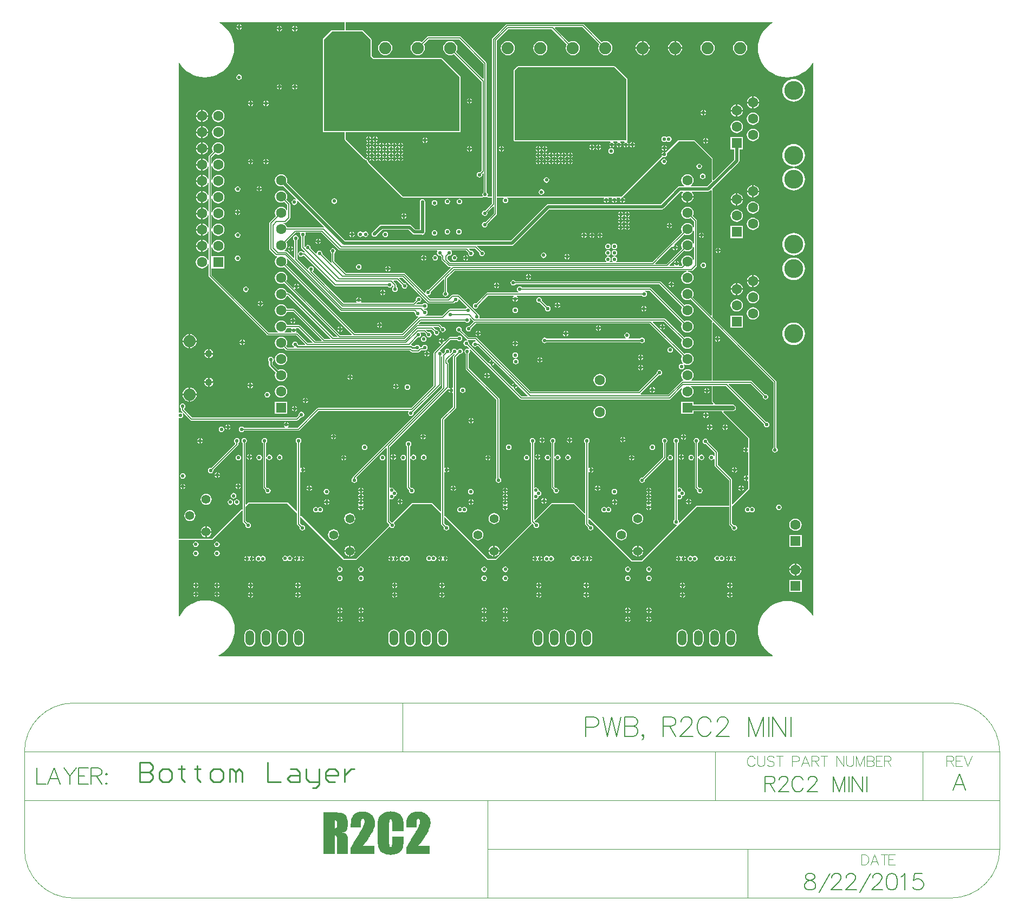
<source format=gbl>
%FSLAX44Y44*%
%MOMM*%
G71*
G01*
G75*
G04 Layer_Physical_Order=4*
G04 Layer_Color=16711680*
%ADD10C,0.2000*%
%ADD11R,1.5000X1.5000*%
%ADD12R,1.3500X0.4000*%
%ADD13R,1.2000X2.0000*%
%ADD14R,2.0500X0.2500*%
%ADD15R,0.2500X2.0500*%
%ADD16R,1.7500X2.2500*%
%ADD17R,1.4000X2.1000*%
%ADD18R,0.7000X0.8000*%
%ADD19C,0.1000*%
%ADD20R,1.5000X0.5000*%
%ADD21R,0.6000X1.8000*%
%ADD22R,3.3000X2.7000*%
%ADD23R,1.0000X2.7000*%
%ADD24R,2.5000X0.7000*%
%ADD25R,1.4500X0.5500*%
%ADD26R,1.7000X2.5000*%
%ADD27R,1.9000X1.5000*%
%ADD28R,1.1000X1.1000*%
%ADD29R,2.5000X2.5000*%
%ADD30R,0.2500X1.1500*%
%ADD31R,1.1500X0.2500*%
%ADD32R,1.8500X1.2500*%
%ADD33R,1.7500X6.0000*%
%ADD34R,1.2000X1.1000*%
%ADD35R,1.5000X1.9000*%
%ADD36R,1.6000X1.5000*%
%ADD37R,0.8500X3.3500*%
%ADD38R,1.6000X3.2000*%
%ADD39R,1.4000X1.9000*%
%ADD40R,1.9000X1.4000*%
%ADD41R,2.9000X0.8000*%
%ADD42R,1.1000X1.1000*%
%ADD43R,1.1000X1.2000*%
%ADD44R,1.2500X1.8500*%
%ADD45R,0.5000X1.5000*%
%ADD46R,1.5000X1.6000*%
%ADD47C,0.9000*%
%ADD48C,0.8000*%
%ADD49C,0.5000*%
%ADD50C,0.2500*%
%ADD51C,0.1500*%
%ADD52C,0.7500*%
%ADD53C,0.3000*%
%ADD54C,0.2540*%
%ADD55C,0.0254*%
%ADD56C,0.1905*%
%ADD57C,0.1194*%
%ADD58C,1.1000*%
%ADD59C,1.9000*%
%ADD60C,1.4000*%
%ADD61O,1.3500X2.3500*%
%ADD62C,1.6000*%
%ADD63C,2.9500*%
%ADD64R,1.6000X1.6000*%
%ADD65C,0.5500*%
%ADD66R,3.3000X1.1000*%
%ADD67R,9.0000X3.0000*%
G36*
X2118715Y1894960D02*
X2118409Y1894810D01*
X2113447Y1891494D01*
X2108961Y1887560D01*
X2105026Y1883073D01*
X2101711Y1878111D01*
X2099071Y1872759D01*
X2097153Y1867108D01*
X2095989Y1861255D01*
X2095598Y1855300D01*
X2095989Y1849345D01*
X2097153Y1843492D01*
X2099071Y1837841D01*
X2101711Y1832489D01*
X2105026Y1827527D01*
X2108961Y1823041D01*
X2113447Y1819106D01*
X2118409Y1815791D01*
X2123761Y1813151D01*
X2129412Y1811233D01*
X2135265Y1810069D01*
X2141220Y1809678D01*
X2147175Y1810069D01*
X2153028Y1811233D01*
X2158679Y1813151D01*
X2164031Y1815791D01*
X2168993Y1819106D01*
X2173479Y1823041D01*
X2177414Y1827527D01*
X2180730Y1832489D01*
X2180880Y1832795D01*
X2182117Y1832507D01*
Y968094D01*
X2180880Y967805D01*
X2180730Y968111D01*
X2177414Y973073D01*
X2173479Y977560D01*
X2168993Y981494D01*
X2164031Y984810D01*
X2158679Y987449D01*
X2153028Y989367D01*
X2147175Y990532D01*
X2141220Y990922D01*
X2135265Y990532D01*
X2129412Y989367D01*
X2123761Y987449D01*
X2118409Y984810D01*
X2113447Y981494D01*
X2108961Y977560D01*
X2105026Y973073D01*
X2101711Y968111D01*
X2099071Y962759D01*
X2097153Y957108D01*
X2095989Y951255D01*
X2095598Y945300D01*
X2095989Y939345D01*
X2097153Y933492D01*
X2099071Y927841D01*
X2101711Y922489D01*
X2105026Y917527D01*
X2108961Y913041D01*
X2113447Y909106D01*
X2118409Y905791D01*
X2118715Y905640D01*
X2118427Y904403D01*
X1252986D01*
X1252697Y905640D01*
X1255031Y906791D01*
X1259993Y910106D01*
X1264480Y914041D01*
X1268414Y918528D01*
X1271730Y923489D01*
X1274369Y928841D01*
X1276287Y934492D01*
X1277451Y940345D01*
X1277842Y946300D01*
X1277451Y952255D01*
X1276287Y958108D01*
X1274369Y963759D01*
X1271730Y969111D01*
X1268414Y974073D01*
X1264480Y978560D01*
X1259993Y982494D01*
X1255031Y985810D01*
X1249679Y988449D01*
X1244028Y990367D01*
X1238175Y991532D01*
X1232220Y991922D01*
X1226265Y991532D01*
X1220412Y990367D01*
X1214762Y988449D01*
X1209409Y985810D01*
X1204447Y982494D01*
X1199961Y978560D01*
X1196026Y974073D01*
X1192711Y969111D01*
X1191560Y966777D01*
X1190323Y967066D01*
Y1086300D01*
X1243220D01*
X1289228Y1132308D01*
X1290402Y1131822D01*
Y1115300D01*
X1290578Y1114413D01*
X1290578Y1114413D01*
X1290578Y1114413D01*
X1291081Y1113661D01*
X1294541Y1110200D01*
X1294362Y1109300D01*
X1294694Y1107633D01*
X1295639Y1106219D01*
X1297052Y1105274D01*
X1298720Y1104943D01*
X1300388Y1105274D01*
X1301802Y1106219D01*
X1302746Y1107633D01*
X1303078Y1109300D01*
X1302746Y1110968D01*
X1301802Y1112382D01*
X1300388Y1113326D01*
X1298720Y1113658D01*
X1297820Y1113479D01*
X1295039Y1116261D01*
Y1138119D01*
X1300220Y1143300D01*
X1360220D01*
X1375402Y1128119D01*
Y1111300D01*
X1375578Y1110413D01*
X1376081Y1109661D01*
X1379541Y1106200D01*
X1379362Y1105300D01*
X1379694Y1103633D01*
X1380639Y1102219D01*
X1382052Y1101274D01*
X1383720Y1100943D01*
X1385388Y1101274D01*
X1386801Y1102219D01*
X1387746Y1103633D01*
X1388078Y1105300D01*
X1387746Y1106968D01*
X1386801Y1108382D01*
X1385388Y1109326D01*
X1383720Y1109658D01*
X1382820Y1109479D01*
X1380039Y1112261D01*
Y1121822D01*
X1381212Y1122308D01*
X1448220Y1055300D01*
X1468220D01*
X1519360Y1106440D01*
X1520624Y1106316D01*
X1520689Y1106219D01*
X1522103Y1105274D01*
X1523770Y1104943D01*
X1525438Y1105274D01*
X1526852Y1106219D01*
X1527796Y1107633D01*
X1528128Y1109300D01*
X1527796Y1110968D01*
X1526852Y1112382D01*
X1526755Y1112446D01*
X1526630Y1113710D01*
X1555220Y1142300D01*
X1586220D01*
X1600452Y1128069D01*
Y1111300D01*
X1600628Y1110413D01*
X1601131Y1109661D01*
X1604592Y1106200D01*
X1604413Y1105300D01*
X1604744Y1103633D01*
X1605689Y1102219D01*
X1607103Y1101274D01*
X1608770Y1100943D01*
X1610438Y1101274D01*
X1611852Y1102219D01*
X1612796Y1103633D01*
X1613128Y1105300D01*
X1612796Y1106968D01*
X1611852Y1108382D01*
X1610438Y1109326D01*
X1608770Y1109658D01*
X1607870Y1109479D01*
X1605089Y1112261D01*
Y1121772D01*
X1606262Y1122258D01*
X1673220Y1055300D01*
X1686220D01*
X1742446Y1111526D01*
X1743716D01*
X1745041Y1110200D01*
X1744862Y1109300D01*
X1745194Y1107633D01*
X1746139Y1106219D01*
X1747552Y1105274D01*
X1749220Y1104942D01*
X1750888Y1105274D01*
X1752301Y1106219D01*
X1753246Y1107633D01*
X1753578Y1109300D01*
X1753246Y1110968D01*
X1752301Y1112382D01*
X1750888Y1113326D01*
X1749220Y1113658D01*
X1748320Y1113479D01*
X1746360Y1115440D01*
X1773220Y1142300D01*
X1808220D01*
X1825902Y1124619D01*
Y1111300D01*
X1826078Y1110413D01*
X1826581Y1109661D01*
X1830041Y1106200D01*
X1829862Y1105300D01*
X1830194Y1103633D01*
X1831139Y1102219D01*
X1832552Y1101274D01*
X1834220Y1100943D01*
X1835888Y1101274D01*
X1837301Y1102219D01*
X1838246Y1103633D01*
X1838578Y1105300D01*
X1838246Y1106968D01*
X1837301Y1108382D01*
X1835888Y1109326D01*
X1834220Y1109658D01*
X1833320Y1109479D01*
X1830539Y1112261D01*
Y1118322D01*
X1831712Y1118808D01*
X1898220Y1052300D01*
X1914220D01*
X2000220Y1138300D01*
X2050352D01*
Y1111300D01*
X2050528Y1110413D01*
X2051031Y1109661D01*
X2054491Y1106200D01*
X2054312Y1105300D01*
X2054644Y1103633D01*
X2055589Y1102219D01*
X2057003Y1101274D01*
X2058670Y1100943D01*
X2060338Y1101274D01*
X2061752Y1102219D01*
X2062696Y1103633D01*
X2063028Y1105300D01*
X2062696Y1106968D01*
X2061752Y1108382D01*
X2060338Y1109326D01*
X2058670Y1109658D01*
X2057770Y1109479D01*
X2054989Y1112261D01*
Y1139069D01*
X2082220Y1166300D01*
Y1245633D01*
X2041504Y1286349D01*
X2041990Y1287523D01*
X2055620D01*
X2057678Y1287932D01*
X2059422Y1289098D01*
X2060588Y1290842D01*
X2060997Y1292900D01*
X2060588Y1294958D01*
X2059422Y1296703D01*
X2057678Y1297868D01*
X2055620Y1298277D01*
X2029576D01*
X2024870Y1302984D01*
Y1326982D01*
X2045510D01*
X2105041Y1267450D01*
X2104862Y1266550D01*
X2105194Y1264883D01*
X2106139Y1263469D01*
X2107552Y1262524D01*
X2109220Y1262193D01*
X2110888Y1262524D01*
X2112301Y1263469D01*
X2113246Y1264883D01*
X2113578Y1266550D01*
X2113246Y1268218D01*
X2112301Y1269632D01*
X2110888Y1270576D01*
X2109220Y1270908D01*
X2108320Y1270729D01*
X2049586Y1329464D01*
X2050072Y1330637D01*
X2083604D01*
X2103041Y1311200D01*
X2102862Y1310300D01*
X2103194Y1308633D01*
X2104139Y1307219D01*
X2105553Y1306274D01*
X2107220Y1305943D01*
X2108888Y1306274D01*
X2110302Y1307219D01*
X2111246Y1308633D01*
X2111578Y1310300D01*
X2111246Y1311968D01*
X2110302Y1313382D01*
X2108888Y1314326D01*
X2107220Y1314658D01*
X2106320Y1314479D01*
X2086204Y1334595D01*
X2085452Y1335098D01*
X2084565Y1335274D01*
X2024870D01*
Y1426112D01*
X2026043Y1426598D01*
X2119902Y1332740D01*
Y1230891D01*
X2119139Y1230382D01*
X2118194Y1228968D01*
X2117862Y1227300D01*
X2118194Y1225632D01*
X2119139Y1224219D01*
X2120553Y1223274D01*
X2122220Y1222943D01*
X2123888Y1223274D01*
X2125302Y1224219D01*
X2126246Y1225632D01*
X2126578Y1227300D01*
X2126246Y1228968D01*
X2125302Y1230382D01*
X2124539Y1230891D01*
Y1333700D01*
X2124362Y1334588D01*
X2123860Y1335340D01*
X2024870Y1434330D01*
Y1636147D01*
X2065221Y1676499D01*
X2066111Y1677830D01*
X2066163Y1678091D01*
X2066423Y1679400D01*
Y1697226D01*
X2071844D01*
Y1716274D01*
X2052796D01*
Y1697226D01*
X2058217D01*
Y1681100D01*
X2026043Y1648925D01*
X2024870Y1649411D01*
Y1682984D01*
X1996553Y1711300D01*
X1970887D01*
X1951892Y1692305D01*
X1950887Y1692976D01*
X1950490Y1693056D01*
Y1688948D01*
X1949222D01*
Y1687680D01*
X1945114D01*
X1945194Y1687283D01*
X1945865Y1686278D01*
X1882887Y1623300D01*
X1687587D01*
Y1866877D01*
X1705691Y1884982D01*
X1773359D01*
X1797033Y1861307D01*
X1796690Y1860860D01*
X1795579Y1858178D01*
X1795200Y1855300D01*
X1795579Y1852422D01*
X1796690Y1849741D01*
X1798457Y1847438D01*
X1800759Y1845671D01*
X1803441Y1844560D01*
X1806319Y1844181D01*
X1809197Y1844560D01*
X1811879Y1845671D01*
X1814182Y1847438D01*
X1815948Y1849741D01*
X1817059Y1852422D01*
X1817438Y1855300D01*
X1817059Y1858178D01*
X1815948Y1860860D01*
X1814182Y1863163D01*
X1811879Y1864930D01*
X1809197Y1866040D01*
X1806319Y1866419D01*
X1803441Y1866040D01*
X1800759Y1864930D01*
X1800312Y1864586D01*
X1778042Y1886856D01*
X1778528Y1888030D01*
X1821111D01*
X1847833Y1861307D01*
X1847490Y1860860D01*
X1846379Y1858178D01*
X1846000Y1855300D01*
X1846379Y1852422D01*
X1847490Y1849741D01*
X1849257Y1847438D01*
X1851559Y1845671D01*
X1854241Y1844560D01*
X1857119Y1844181D01*
X1859997Y1844560D01*
X1862679Y1845671D01*
X1864982Y1847438D01*
X1866749Y1849741D01*
X1867859Y1852422D01*
X1868238Y1855300D01*
X1867859Y1858178D01*
X1866749Y1860860D01*
X1864982Y1863163D01*
X1862679Y1864930D01*
X1859997Y1866040D01*
X1857119Y1866419D01*
X1854241Y1866040D01*
X1851559Y1864930D01*
X1851112Y1864586D01*
X1823710Y1891988D01*
X1822958Y1892490D01*
X1822071Y1892667D01*
X1703468D01*
X1702581Y1892490D01*
X1701829Y1891988D01*
X1680581Y1870740D01*
X1680078Y1869987D01*
X1679902Y1869100D01*
Y1623300D01*
X1673703D01*
X1673104Y1624420D01*
X1673246Y1624633D01*
X1673578Y1626300D01*
X1673246Y1627968D01*
X1672301Y1629382D01*
X1671539Y1629891D01*
Y1831694D01*
X1671362Y1832581D01*
X1670860Y1833333D01*
X1631253Y1872940D01*
X1630501Y1873442D01*
X1629613Y1873619D01*
X1579870D01*
X1578983Y1873442D01*
X1578231Y1872940D01*
X1569877Y1864586D01*
X1569430Y1864930D01*
X1566748Y1866040D01*
X1563870Y1866419D01*
X1560992Y1866040D01*
X1558311Y1864930D01*
X1556008Y1863163D01*
X1554241Y1860860D01*
X1553130Y1858178D01*
X1552751Y1855300D01*
X1553130Y1852422D01*
X1554241Y1849741D01*
X1556008Y1847438D01*
X1558311Y1845671D01*
X1560992Y1844560D01*
X1563870Y1844181D01*
X1566748Y1844560D01*
X1569430Y1845671D01*
X1571732Y1847438D01*
X1573499Y1849741D01*
X1574610Y1852422D01*
X1574989Y1855300D01*
X1574610Y1858178D01*
X1573499Y1860860D01*
X1573156Y1861307D01*
X1580831Y1868982D01*
X1628653D01*
X1666902Y1830733D01*
Y1808007D01*
X1665728Y1807521D01*
X1623956Y1849293D01*
X1624299Y1849741D01*
X1625410Y1852422D01*
X1625789Y1855300D01*
X1625410Y1858178D01*
X1624299Y1860860D01*
X1622533Y1863163D01*
X1620230Y1864930D01*
X1617548Y1866040D01*
X1614670Y1866419D01*
X1611792Y1866040D01*
X1609111Y1864930D01*
X1606808Y1863163D01*
X1605041Y1860860D01*
X1603930Y1858178D01*
X1603551Y1855300D01*
X1603930Y1852422D01*
X1605041Y1849741D01*
X1606808Y1847438D01*
X1609111Y1845671D01*
X1611792Y1844560D01*
X1614670Y1844181D01*
X1617548Y1844560D01*
X1620230Y1845671D01*
X1620677Y1846014D01*
X1663854Y1802838D01*
Y1664212D01*
X1661120Y1661479D01*
X1660220Y1661658D01*
X1658553Y1661326D01*
X1657139Y1660382D01*
X1656194Y1658968D01*
X1655862Y1657300D01*
X1656194Y1655633D01*
X1657139Y1654219D01*
X1658553Y1653274D01*
X1660220Y1652943D01*
X1661888Y1653274D01*
X1663302Y1654219D01*
X1664246Y1655633D01*
X1664578Y1657300D01*
X1664399Y1658200D01*
X1665728Y1659529D01*
X1666902Y1659043D01*
Y1629891D01*
X1666139Y1629382D01*
X1665194Y1627968D01*
X1664862Y1626300D01*
X1665194Y1624633D01*
X1665336Y1624420D01*
X1664737Y1623300D01*
X1540720D01*
X1486948Y1677073D01*
X1487220Y1678442D01*
X1485950Y1678695D01*
Y1681530D01*
X1483114D01*
X1482862Y1682800D01*
X1481493Y1682528D01*
X1451220Y1712800D01*
Y1723651D01*
X1629220D01*
X1630387Y1724134D01*
X1630870Y1725300D01*
Y1810300D01*
X1630528Y1811125D01*
X1630387Y1811467D01*
X1602386Y1839467D01*
X1601220Y1839950D01*
X1494903D01*
X1491870Y1842984D01*
Y1868300D01*
X1491387Y1869467D01*
X1478004Y1882849D01*
X1476838Y1883332D01*
X1451220D01*
Y1896197D01*
X2118427D01*
X2118715Y1894960D01*
D02*
G37*
G36*
X1440629Y1539613D02*
X1441080Y1539312D01*
X1441381Y1539110D01*
X1442268Y1538934D01*
X1594161D01*
X1594760Y1537814D01*
X1594194Y1536968D01*
X1593863Y1535300D01*
X1594194Y1533633D01*
X1595139Y1532219D01*
X1596553Y1531274D01*
X1598221Y1530943D01*
X1599120Y1531121D01*
X1600902Y1529340D01*
Y1524990D01*
X1601078Y1524102D01*
X1601078Y1524102D01*
X1601078Y1524102D01*
X1601581Y1523350D01*
X1611319Y1513613D01*
X1612071Y1513110D01*
X1612958Y1512934D01*
X1614916D01*
X1615402Y1511760D01*
X1581120Y1477479D01*
X1580220Y1477658D01*
X1578553Y1477326D01*
X1577139Y1476382D01*
X1576194Y1474968D01*
X1575863Y1473300D01*
X1575946Y1472883D01*
X1574826Y1472284D01*
X1544122Y1502988D01*
X1543370Y1503490D01*
X1542483Y1503667D01*
X1452133D01*
X1433573Y1522226D01*
Y1534675D01*
X1434336Y1535185D01*
X1435280Y1536598D01*
X1435612Y1538266D01*
X1435280Y1539934D01*
X1434336Y1541347D01*
X1432922Y1542292D01*
X1431254Y1542624D01*
X1429587Y1542292D01*
X1428173Y1541347D01*
X1427228Y1539934D01*
X1426897Y1538266D01*
X1427228Y1536598D01*
X1428173Y1535185D01*
X1428936Y1534675D01*
Y1521266D01*
X1429106Y1520412D01*
X1427986Y1519814D01*
X1414399Y1533400D01*
X1414578Y1534300D01*
X1414246Y1535968D01*
X1413302Y1537382D01*
X1411888Y1538326D01*
X1410220Y1538658D01*
X1408553Y1538326D01*
X1407139Y1537382D01*
X1406194Y1535968D01*
X1405899Y1534484D01*
X1404684Y1534115D01*
X1396399Y1542400D01*
X1396578Y1543300D01*
X1396246Y1544968D01*
X1395302Y1546382D01*
X1393888Y1547326D01*
X1392220Y1547658D01*
X1390553Y1547326D01*
X1389139Y1546382D01*
X1388194Y1544968D01*
X1388116Y1544577D01*
X1387559Y1544408D01*
X1386539Y1545165D01*
Y1560709D01*
X1387301Y1561219D01*
X1388246Y1562633D01*
X1388578Y1564300D01*
X1388246Y1565968D01*
X1388807Y1567018D01*
X1413224D01*
X1440629Y1539613D01*
D02*
G37*
G36*
X1995602Y1543821D02*
Y1524579D01*
X1994356Y1524332D01*
X1993539Y1526303D01*
X1992013Y1528293D01*
X1990023Y1529819D01*
X1987706Y1530779D01*
X1985220Y1531106D01*
X1982734Y1530779D01*
X1980417Y1529819D01*
X1978427Y1528293D01*
X1976901Y1526303D01*
X1975941Y1523986D01*
X1975614Y1521500D01*
X1975941Y1519014D01*
X1976901Y1516697D01*
X1977525Y1515884D01*
X1976164Y1514523D01*
X1972184D01*
X1971585Y1515643D01*
X1972246Y1516633D01*
X1972325Y1517030D01*
X1964115D01*
X1964194Y1516633D01*
X1964855Y1515643D01*
X1964257Y1514523D01*
X1957781D01*
X1957295Y1515696D01*
X1967260Y1525661D01*
X1967260Y1525661D01*
X1980283Y1538684D01*
X1980417Y1538581D01*
X1982734Y1537621D01*
X1985220Y1537294D01*
X1987706Y1537621D01*
X1990023Y1538581D01*
X1992013Y1540108D01*
X1993539Y1542097D01*
X1994356Y1544069D01*
X1995602Y1543821D01*
D02*
G37*
G36*
X1642471Y1398732D02*
X1653510D01*
X1654624Y1397618D01*
X1654025Y1396498D01*
X1653221Y1396658D01*
X1651553Y1396326D01*
X1650139Y1395382D01*
X1649194Y1393968D01*
X1648863Y1392300D01*
X1649194Y1390633D01*
X1650139Y1389219D01*
X1651553Y1388274D01*
X1653221Y1387943D01*
X1654888Y1388274D01*
X1656302Y1389219D01*
X1656711Y1389831D01*
X1657975Y1389956D01*
X1679146Y1368785D01*
X1678777Y1367570D01*
X1679220Y1367658D01*
X1680490Y1367406D01*
Y1364570D01*
X1683326D01*
X1683578Y1363300D01*
X1683490Y1362857D01*
X1684705Y1363226D01*
X1715587Y1332344D01*
X1715220Y1331658D01*
X1716490Y1331406D01*
Y1328570D01*
X1719326D01*
X1719578Y1327300D01*
X1719490Y1326857D01*
X1720705Y1327226D01*
X1736139Y1311792D01*
X1735653Y1310619D01*
X1726181D01*
X1714994Y1321806D01*
X1715220Y1322942D01*
X1713950Y1323195D01*
Y1326030D01*
X1711115D01*
X1710862Y1327300D01*
X1710898Y1327484D01*
X1709684Y1327116D01*
X1678994Y1357806D01*
X1679220Y1358942D01*
X1677950Y1359195D01*
Y1362030D01*
X1675114D01*
X1674862Y1363300D01*
X1674899Y1363484D01*
X1673684Y1363116D01*
X1643899Y1392900D01*
X1644078Y1393800D01*
X1643746Y1395468D01*
X1642802Y1396882D01*
X1641706Y1397614D01*
X1642192Y1398787D01*
X1642471Y1398732D01*
D02*
G37*
G36*
X1449570Y1883332D02*
X1430103D01*
X1428936Y1882849D01*
X1416054Y1869967D01*
X1415571Y1868800D01*
Y1725300D01*
X1416054Y1724134D01*
X1417220Y1723651D01*
X1449570D01*
Y1712800D01*
X1450054Y1711634D01*
X1480326Y1681361D01*
X1480482Y1681297D01*
X1480576Y1681156D01*
X1481048Y1681062D01*
X1481492Y1680878D01*
Y1680878D01*
D01*
D01*
X1481492Y1680878D01*
D01*
X1481764Y1680808D01*
D01*
X1481764D01*
X1481948Y1680364D01*
X1482104Y1680299D01*
X1482198Y1680159D01*
X1482670Y1680065D01*
X1483114Y1679881D01*
X1484031D01*
X1484139Y1679719D01*
X1484301Y1679611D01*
Y1678695D01*
X1484485Y1678250D01*
X1484579Y1677778D01*
X1484719Y1677684D01*
X1484784Y1677528D01*
X1485228Y1677344D01*
X1485357Y1677258D01*
X1485363Y1677229D01*
X1485298Y1677073D01*
X1485482Y1676628D01*
X1485576Y1676156D01*
X1485717Y1676062D01*
X1485781Y1675906D01*
X1539554Y1622134D01*
X1540720Y1621651D01*
X1664737D01*
X1664968Y1621746D01*
X1665216Y1621722D01*
X1665529Y1621979D01*
X1665904Y1622134D01*
X1665924Y1622182D01*
X1667139Y1622551D01*
X1667552Y1622274D01*
X1669220Y1621943D01*
X1670888Y1622274D01*
X1671301Y1622551D01*
X1672516Y1622182D01*
X1672536Y1622134D01*
X1672911Y1621979D01*
X1673224Y1621722D01*
X1673472Y1621746D01*
X1673703Y1621651D01*
X1679902D01*
Y1612011D01*
X1669370Y1601479D01*
X1668470Y1601658D01*
X1666803Y1601326D01*
X1665389Y1600382D01*
X1664444Y1598968D01*
X1664113Y1597300D01*
X1664444Y1595633D01*
X1665389Y1594219D01*
X1666803Y1593274D01*
X1668470Y1592943D01*
X1670138Y1593274D01*
X1671552Y1594219D01*
X1672496Y1595633D01*
X1672828Y1597300D01*
X1672649Y1598200D01*
X1681776Y1607328D01*
X1682950Y1606841D01*
Y1597059D01*
X1669370Y1583479D01*
X1668470Y1583658D01*
X1666803Y1583326D01*
X1665389Y1582382D01*
X1664444Y1580968D01*
X1664113Y1579300D01*
X1664444Y1577633D01*
X1665389Y1576219D01*
X1666803Y1575274D01*
X1668470Y1574943D01*
X1670138Y1575274D01*
X1671552Y1576219D01*
X1672496Y1577633D01*
X1672828Y1579300D01*
X1672649Y1580200D01*
X1686908Y1594459D01*
X1687410Y1595211D01*
X1687410Y1595211D01*
X1687410Y1595211D01*
X1687587Y1596098D01*
Y1621651D01*
X1697850D01*
X1698219Y1620435D01*
X1698139Y1620382D01*
X1697194Y1618968D01*
X1696862Y1617300D01*
X1697194Y1615633D01*
X1698139Y1614219D01*
X1699552Y1613274D01*
X1701220Y1612943D01*
X1702888Y1613274D01*
X1704301Y1614219D01*
X1705246Y1615633D01*
X1705578Y1617300D01*
X1705246Y1618968D01*
X1704301Y1620382D01*
X1702954Y1621282D01*
Y1621282D01*
X1702954D01*
X1702888Y1621326D01*
Y1621326D01*
X1702920Y1621651D01*
X1854805D01*
X1855404Y1620531D01*
X1854694Y1619468D01*
X1854615Y1619070D01*
X1862825D01*
X1862746Y1619468D01*
X1861801Y1620882D01*
X1862035Y1621651D01*
X1867305D01*
X1867904Y1620531D01*
X1867194Y1619468D01*
X1867115Y1619070D01*
X1875325D01*
X1875246Y1619468D01*
X1874301Y1620882D01*
X1874535Y1621651D01*
X1879805D01*
X1880404Y1620531D01*
X1879694Y1619468D01*
X1879615Y1619070D01*
X1882450D01*
Y1621650D01*
X1882887D01*
X1883987Y1622105D01*
X1884058Y1622091D01*
X1884054Y1622134D01*
X1947031Y1685112D01*
X1947197Y1685162D01*
X1947552Y1684924D01*
X1949220Y1684593D01*
X1950887Y1684924D01*
X1952301Y1685869D01*
X1953246Y1687283D01*
X1953577Y1688950D01*
X1953246Y1690618D01*
X1953008Y1690973D01*
X1953058Y1691139D01*
X1971570Y1709651D01*
X1995870D01*
X2023220Y1682300D01*
Y1649411D01*
X2023346Y1649108D01*
Y1648780D01*
X2023578Y1648548D01*
X2023703Y1648245D01*
X2023821Y1648196D01*
D01*
X2024068Y1646951D01*
X2024068D01*
X2024068Y1646951D01*
X2016345Y1639227D01*
X1990755D01*
X1990347Y1640430D01*
X1992013Y1641708D01*
X1993539Y1643697D01*
X1994499Y1646014D01*
X1994826Y1648500D01*
X1994499Y1650986D01*
X1993539Y1653303D01*
X1992013Y1655293D01*
X1990023Y1656819D01*
X1987706Y1657779D01*
X1985220Y1658106D01*
X1982734Y1657779D01*
X1980417Y1656819D01*
X1978427Y1655293D01*
X1976901Y1653303D01*
X1975941Y1650986D01*
X1975614Y1648500D01*
X1975941Y1646014D01*
X1976901Y1643697D01*
X1978427Y1641708D01*
X1980093Y1640430D01*
X1979685Y1639227D01*
X1973196D01*
X1971886Y1638967D01*
X1971626Y1638915D01*
X1970295Y1638025D01*
X1943673Y1611403D01*
X1798002D01*
X1796720Y1611658D01*
X1795439Y1611403D01*
X1790502D01*
X1789220Y1611658D01*
X1787939Y1611403D01*
X1768220D01*
X1766650Y1611091D01*
X1765319Y1610201D01*
X1709521Y1554403D01*
X1450120D01*
X1359209Y1645314D01*
X1359499Y1646014D01*
X1359826Y1648500D01*
X1359499Y1650986D01*
X1358539Y1653303D01*
X1357013Y1655293D01*
X1355023Y1656819D01*
X1352706Y1657779D01*
X1350220Y1658106D01*
X1347734Y1657779D01*
X1345417Y1656819D01*
X1343427Y1655293D01*
X1341901Y1653303D01*
X1340941Y1650986D01*
X1340614Y1648500D01*
X1340941Y1646014D01*
X1341901Y1643697D01*
X1343427Y1641708D01*
X1345417Y1640181D01*
X1347734Y1639221D01*
X1350220Y1638894D01*
X1352706Y1639221D01*
X1353407Y1639511D01*
X1373468Y1619450D01*
X1372870Y1618330D01*
X1371220Y1618658D01*
X1369552Y1618326D01*
X1368139Y1617382D01*
X1367194Y1615968D01*
X1366862Y1614300D01*
X1367194Y1612632D01*
X1368139Y1611219D01*
X1369552Y1610274D01*
X1371220Y1609942D01*
X1372888Y1610274D01*
X1374301Y1611219D01*
X1375246Y1612632D01*
X1375578Y1614300D01*
X1375250Y1615950D01*
X1376370Y1616548D01*
X1417185Y1575733D01*
X1416586Y1574613D01*
X1416136Y1574703D01*
X1359510D01*
X1359499Y1574786D01*
X1358539Y1577103D01*
X1357013Y1579093D01*
X1355023Y1580619D01*
X1352706Y1581579D01*
X1350279Y1581899D01*
Y1581899D01*
X1350279Y1581899D01*
X1350220Y1581906D01*
Y1581971D01*
X1350231Y1581982D01*
X1356220D01*
X1357107Y1582158D01*
X1357860Y1582661D01*
X1363860Y1588661D01*
X1364161Y1589112D01*
X1364362Y1589413D01*
X1364539Y1590300D01*
Y1611100D01*
X1364362Y1611987D01*
X1363860Y1612740D01*
X1358436Y1618163D01*
X1358539Y1618297D01*
X1359499Y1620614D01*
X1359826Y1623100D01*
X1359499Y1625586D01*
X1358539Y1627903D01*
X1357013Y1629893D01*
X1355023Y1631419D01*
X1352706Y1632379D01*
X1350220Y1632706D01*
X1347734Y1632379D01*
X1345417Y1631419D01*
X1343427Y1629893D01*
X1341901Y1627903D01*
X1340941Y1625586D01*
X1340614Y1623100D01*
X1340941Y1620614D01*
X1341901Y1618297D01*
X1343427Y1616308D01*
X1345417Y1614781D01*
X1347734Y1613821D01*
X1350220Y1613494D01*
X1352706Y1613821D01*
X1355023Y1614781D01*
X1355157Y1614884D01*
X1359902Y1610140D01*
Y1602469D01*
X1358656Y1602222D01*
X1358539Y1602503D01*
X1357013Y1604493D01*
X1355023Y1606019D01*
X1352706Y1606979D01*
X1350220Y1607306D01*
X1347734Y1606979D01*
X1345417Y1606019D01*
X1343427Y1604493D01*
X1341901Y1602503D01*
X1340941Y1600186D01*
X1340614Y1597700D01*
X1340941Y1595214D01*
X1341901Y1592897D01*
X1342004Y1592763D01*
X1332581Y1583340D01*
X1332078Y1582587D01*
X1331902Y1581700D01*
Y1541300D01*
X1332078Y1540413D01*
X1332078Y1540413D01*
X1332078Y1540413D01*
X1332581Y1539661D01*
X1341581Y1530661D01*
X1342333Y1530158D01*
X1343220Y1529982D01*
X1343653D01*
X1344061Y1528779D01*
X1343427Y1528293D01*
X1341901Y1526303D01*
X1340941Y1523986D01*
X1340614Y1521500D01*
X1340941Y1519014D01*
X1341901Y1516697D01*
X1343427Y1514708D01*
X1345417Y1513181D01*
X1347734Y1512221D01*
X1350220Y1511894D01*
X1352706Y1512221D01*
X1355023Y1513181D01*
X1355157Y1513284D01*
X1460697Y1407744D01*
X1460211Y1406571D01*
X1443029D01*
X1371067Y1478532D01*
X1371305Y1478822D01*
X1371305Y1478822D01*
X1371873Y1479514D01*
X1372823Y1478879D01*
X1373220Y1478800D01*
Y1481635D01*
X1370385D01*
X1370464Y1481238D01*
X1371099Y1480288D01*
X1370407Y1479720D01*
X1370407Y1479720D01*
X1370117Y1479482D01*
X1358436Y1491163D01*
X1358539Y1491297D01*
X1359499Y1493614D01*
X1359826Y1496100D01*
X1359499Y1498586D01*
X1358539Y1500903D01*
X1357013Y1502893D01*
X1355023Y1504419D01*
X1352706Y1505379D01*
X1350220Y1505706D01*
X1347734Y1505379D01*
X1345417Y1504419D01*
X1343427Y1502893D01*
X1341901Y1500903D01*
X1340941Y1498586D01*
X1340614Y1496100D01*
X1340941Y1493614D01*
X1341901Y1491297D01*
X1343427Y1489308D01*
X1345417Y1487781D01*
X1347734Y1486821D01*
X1350220Y1486494D01*
X1352706Y1486821D01*
X1355023Y1487781D01*
X1355157Y1487884D01*
X1438345Y1404696D01*
X1437859Y1403523D01*
X1432276D01*
X1363460Y1472340D01*
X1362707Y1472842D01*
X1361820Y1473019D01*
X1359521D01*
X1359499Y1473186D01*
X1358539Y1475503D01*
X1357013Y1477493D01*
X1355023Y1479019D01*
X1352706Y1479979D01*
X1350220Y1480306D01*
X1347734Y1479979D01*
X1345417Y1479019D01*
X1343427Y1477493D01*
X1341901Y1475503D01*
X1340941Y1473186D01*
X1340614Y1470700D01*
X1340941Y1468214D01*
X1341901Y1465897D01*
X1343427Y1463908D01*
X1345417Y1462381D01*
X1347734Y1461421D01*
X1350220Y1461094D01*
X1352706Y1461421D01*
X1355023Y1462381D01*
X1357013Y1463908D01*
X1358539Y1465897D01*
X1359499Y1468214D01*
X1359521Y1468382D01*
X1360860D01*
X1427593Y1401648D01*
X1427107Y1400475D01*
X1418324D01*
X1371859Y1446940D01*
X1371107Y1447442D01*
X1370220Y1447619D01*
X1359521D01*
X1359499Y1447786D01*
X1358539Y1450103D01*
X1357013Y1452093D01*
X1355023Y1453619D01*
X1352706Y1454579D01*
X1350220Y1454906D01*
X1347734Y1454579D01*
X1345417Y1453619D01*
X1343427Y1452093D01*
X1341901Y1450103D01*
X1340941Y1447786D01*
X1340614Y1445300D01*
X1340941Y1442814D01*
X1341901Y1440497D01*
X1343427Y1438508D01*
X1345417Y1436981D01*
X1347734Y1436021D01*
X1350220Y1435694D01*
X1352706Y1436021D01*
X1355023Y1436981D01*
X1357013Y1438508D01*
X1358539Y1440497D01*
X1359499Y1442814D01*
X1359521Y1442982D01*
X1369260D01*
X1413641Y1398600D01*
X1413155Y1397427D01*
X1404373D01*
X1380260Y1421540D01*
X1379507Y1422042D01*
X1378620Y1422219D01*
X1359521D01*
X1359499Y1422386D01*
X1358539Y1424703D01*
X1357013Y1426693D01*
X1355023Y1428219D01*
X1352706Y1429179D01*
X1350220Y1429506D01*
X1347734Y1429179D01*
X1345417Y1428219D01*
X1343427Y1426693D01*
X1341901Y1424703D01*
X1340941Y1422386D01*
X1340614Y1419900D01*
X1340941Y1417414D01*
X1341901Y1415097D01*
X1343427Y1413108D01*
X1345057Y1411857D01*
X1344649Y1410655D01*
X1331145D01*
X1241539Y1500261D01*
Y1510976D01*
X1242596D01*
Y1510976D01*
X1261644D01*
Y1530024D01*
X1242596D01*
Y1530024D01*
X1242437D01*
X1241539Y1530922D01*
Y1543600D01*
X1242806Y1543683D01*
X1242841Y1543414D01*
X1243801Y1541097D01*
X1245328Y1539108D01*
X1247317Y1537581D01*
X1249634Y1536621D01*
X1252120Y1536294D01*
X1254606Y1536621D01*
X1256923Y1537581D01*
X1258913Y1539108D01*
X1260439Y1541097D01*
X1261399Y1543414D01*
X1261726Y1545900D01*
X1261399Y1548386D01*
X1260439Y1550703D01*
X1258913Y1552693D01*
X1256923Y1554219D01*
X1254606Y1555179D01*
X1252120Y1555506D01*
X1249634Y1555179D01*
X1247317Y1554219D01*
X1245328Y1552693D01*
X1243801Y1550703D01*
X1242841Y1548386D01*
X1242806Y1548117D01*
X1241539Y1548201D01*
Y1569000D01*
X1242806Y1569083D01*
X1242841Y1568814D01*
X1243801Y1566497D01*
X1245328Y1564507D01*
X1247317Y1562981D01*
X1249634Y1562021D01*
X1252120Y1561694D01*
X1254606Y1562021D01*
X1256923Y1562981D01*
X1258913Y1564507D01*
X1260439Y1566497D01*
X1261399Y1568814D01*
X1261726Y1571300D01*
X1261399Y1573786D01*
X1260439Y1576103D01*
X1258913Y1578093D01*
X1256923Y1579619D01*
X1254606Y1580579D01*
X1252120Y1580906D01*
X1249634Y1580579D01*
X1247317Y1579619D01*
X1245328Y1578093D01*
X1243801Y1576103D01*
X1242841Y1573786D01*
X1242806Y1573517D01*
X1241539Y1573600D01*
Y1594400D01*
X1242806Y1594483D01*
X1242841Y1594214D01*
X1243801Y1591897D01*
X1245328Y1589908D01*
X1247317Y1588381D01*
X1249634Y1587421D01*
X1252120Y1587094D01*
X1254606Y1587421D01*
X1256923Y1588381D01*
X1258913Y1589908D01*
X1260439Y1591897D01*
X1261399Y1594214D01*
X1261726Y1596700D01*
X1261399Y1599186D01*
X1260439Y1601503D01*
X1258913Y1603493D01*
X1256923Y1605019D01*
X1254606Y1605979D01*
X1252120Y1606306D01*
X1249634Y1605979D01*
X1247317Y1605019D01*
X1245328Y1603493D01*
X1243801Y1601503D01*
X1242841Y1599186D01*
X1242806Y1598917D01*
X1241539Y1599001D01*
Y1619800D01*
X1242806Y1619883D01*
X1242841Y1619614D01*
X1243801Y1617297D01*
X1245328Y1615307D01*
X1247317Y1613781D01*
X1249634Y1612821D01*
X1252120Y1612494D01*
X1254606Y1612821D01*
X1256923Y1613781D01*
X1258913Y1615307D01*
X1260439Y1617297D01*
X1261399Y1619614D01*
X1261726Y1622100D01*
X1261399Y1624586D01*
X1260439Y1626903D01*
X1258913Y1628893D01*
X1256923Y1630419D01*
X1254606Y1631379D01*
X1252120Y1631706D01*
X1249634Y1631379D01*
X1247317Y1630419D01*
X1245328Y1628893D01*
X1243801Y1626903D01*
X1242841Y1624586D01*
X1242806Y1624317D01*
X1241539Y1624400D01*
Y1645200D01*
X1242806Y1645283D01*
X1242841Y1645014D01*
X1243801Y1642697D01*
X1245328Y1640708D01*
X1247317Y1639181D01*
X1249634Y1638221D01*
X1252120Y1637894D01*
X1254606Y1638221D01*
X1256923Y1639181D01*
X1258913Y1640708D01*
X1260439Y1642697D01*
X1261399Y1645014D01*
X1261726Y1647500D01*
X1261399Y1649986D01*
X1260439Y1652303D01*
X1258913Y1654293D01*
X1256923Y1655819D01*
X1254606Y1656779D01*
X1252120Y1657106D01*
X1249634Y1656779D01*
X1247317Y1655819D01*
X1245328Y1654293D01*
X1243801Y1652303D01*
X1242841Y1649986D01*
X1242806Y1649717D01*
X1241539Y1649801D01*
Y1670600D01*
X1242806Y1670683D01*
X1242841Y1670414D01*
X1243801Y1668097D01*
X1245328Y1666107D01*
X1247317Y1664581D01*
X1249634Y1663621D01*
X1252120Y1663294D01*
X1254606Y1663621D01*
X1256923Y1664581D01*
X1258913Y1666107D01*
X1260439Y1668097D01*
X1261399Y1670414D01*
X1261726Y1672900D01*
X1261399Y1675386D01*
X1260439Y1677703D01*
X1258913Y1679693D01*
X1256923Y1681219D01*
X1254606Y1682179D01*
X1252120Y1682506D01*
X1249634Y1682179D01*
X1247317Y1681219D01*
X1245328Y1679693D01*
X1243801Y1677703D01*
X1242841Y1675386D01*
X1242806Y1675117D01*
X1241539Y1675201D01*
Y1684440D01*
X1247183Y1690084D01*
X1247317Y1689981D01*
X1249634Y1689021D01*
X1252120Y1688694D01*
X1254606Y1689021D01*
X1256923Y1689981D01*
X1258913Y1691508D01*
X1260439Y1693497D01*
X1261399Y1695814D01*
X1261726Y1698300D01*
X1261399Y1700786D01*
X1260439Y1703103D01*
X1258913Y1705093D01*
X1256923Y1706619D01*
X1254606Y1707579D01*
X1252120Y1707906D01*
X1249634Y1707579D01*
X1247317Y1706619D01*
X1245328Y1705093D01*
X1243801Y1703103D01*
X1242841Y1700786D01*
X1242514Y1698300D01*
X1242841Y1695814D01*
X1243801Y1693497D01*
X1243904Y1693363D01*
X1237581Y1687039D01*
X1237078Y1686287D01*
X1236902Y1685400D01*
Y1676462D01*
X1235656Y1676215D01*
X1235039Y1677703D01*
X1233513Y1679693D01*
X1231523Y1681219D01*
X1229206Y1682179D01*
X1227990Y1682339D01*
Y1672898D01*
Y1663461D01*
X1229206Y1663621D01*
X1231523Y1664581D01*
X1233513Y1666107D01*
X1235039Y1668097D01*
X1235656Y1669586D01*
X1236902Y1669338D01*
Y1651062D01*
X1235656Y1650815D01*
X1235039Y1652303D01*
X1233513Y1654293D01*
X1231523Y1655819D01*
X1229206Y1656779D01*
X1227990Y1656939D01*
Y1647498D01*
Y1638061D01*
X1229206Y1638221D01*
X1231523Y1639181D01*
X1233513Y1640708D01*
X1235039Y1642697D01*
X1235656Y1644186D01*
X1236902Y1643938D01*
Y1625662D01*
X1235656Y1625415D01*
X1235039Y1626903D01*
X1233513Y1628893D01*
X1231523Y1630419D01*
X1229206Y1631379D01*
X1227990Y1631539D01*
Y1622098D01*
Y1612661D01*
X1229206Y1612821D01*
X1231523Y1613781D01*
X1233513Y1615307D01*
X1235039Y1617297D01*
X1235656Y1618786D01*
X1236902Y1618538D01*
Y1600262D01*
X1235656Y1600015D01*
X1235039Y1601503D01*
X1233513Y1603493D01*
X1231523Y1605019D01*
X1229206Y1605979D01*
X1227990Y1606139D01*
Y1596698D01*
Y1587261D01*
X1229206Y1587421D01*
X1231523Y1588381D01*
X1233513Y1589908D01*
X1235039Y1591897D01*
X1235656Y1593386D01*
X1236902Y1593138D01*
Y1574862D01*
X1235656Y1574615D01*
X1235039Y1576103D01*
X1233513Y1578093D01*
X1231523Y1579619D01*
X1229206Y1580579D01*
X1227990Y1580739D01*
Y1571298D01*
Y1561861D01*
X1229206Y1562021D01*
X1231523Y1562981D01*
X1233513Y1564507D01*
X1235039Y1566497D01*
X1235656Y1567986D01*
X1236902Y1567738D01*
Y1549462D01*
X1235656Y1549215D01*
X1235039Y1550703D01*
X1233513Y1552693D01*
X1231523Y1554219D01*
X1229206Y1555179D01*
X1227990Y1555339D01*
Y1545898D01*
Y1536461D01*
X1229206Y1536621D01*
X1231523Y1537581D01*
X1233513Y1539108D01*
X1235039Y1541097D01*
X1235656Y1542586D01*
X1236902Y1542338D01*
Y1524062D01*
X1235656Y1523815D01*
X1235039Y1525303D01*
X1233513Y1527293D01*
X1231523Y1528819D01*
X1229206Y1529779D01*
X1226720Y1530106D01*
X1224234Y1529779D01*
X1221917Y1528819D01*
X1219928Y1527293D01*
X1218401Y1525303D01*
X1217441Y1522986D01*
X1217114Y1520500D01*
X1217441Y1518014D01*
X1218401Y1515697D01*
X1219928Y1513707D01*
X1221917Y1512181D01*
X1224234Y1511221D01*
X1226720Y1510894D01*
X1229206Y1511221D01*
X1231523Y1512181D01*
X1233513Y1513707D01*
X1235039Y1515697D01*
X1235656Y1517186D01*
X1236902Y1516938D01*
Y1499300D01*
X1237078Y1498413D01*
X1237078Y1498413D01*
X1237078Y1498413D01*
X1237581Y1497661D01*
X1328545Y1406697D01*
X1329297Y1406194D01*
X1329297Y1406194D01*
X1329297Y1406194D01*
D01*
X1329297Y1406194D01*
X1329297Y1406194D01*
X1330184Y1406018D01*
X1374224D01*
X1387939Y1392302D01*
X1387453Y1391129D01*
X1377392D01*
X1376519Y1392002D01*
X1376578Y1392300D01*
X1376246Y1393968D01*
X1375302Y1395382D01*
X1373888Y1396326D01*
X1372220Y1396658D01*
X1370553Y1396326D01*
X1369139Y1395382D01*
X1368194Y1393968D01*
X1367862Y1392300D01*
X1368194Y1390633D01*
X1369139Y1389219D01*
X1370517Y1388298D01*
X1370148Y1387083D01*
X1360916D01*
X1358436Y1389563D01*
X1358539Y1389697D01*
X1359499Y1392014D01*
X1359826Y1394500D01*
X1359499Y1396986D01*
X1358539Y1399303D01*
X1357013Y1401293D01*
X1355023Y1402819D01*
X1352706Y1403779D01*
X1350220Y1404106D01*
X1347734Y1403779D01*
X1345417Y1402819D01*
X1343427Y1401293D01*
X1341901Y1399303D01*
X1340941Y1396986D01*
X1340614Y1394500D01*
X1340941Y1392014D01*
X1341901Y1389697D01*
X1343427Y1387708D01*
X1345417Y1386181D01*
X1347734Y1385221D01*
X1350220Y1384894D01*
X1352706Y1385221D01*
X1355023Y1386181D01*
X1355157Y1386284D01*
X1358317Y1383125D01*
X1358768Y1382823D01*
X1359069Y1382622D01*
X1359956Y1382446D01*
X1551295D01*
X1553366Y1380374D01*
X1554118Y1379872D01*
X1554118Y1379872D01*
X1554118Y1379872D01*
D01*
X1554118Y1379872D01*
X1554118Y1379872D01*
X1555005Y1379695D01*
X1565056D01*
X1565943Y1379872D01*
X1566695Y1380374D01*
X1566695Y1380374D01*
X1566695Y1380374D01*
X1569302Y1382982D01*
X1573221D01*
X1573367Y1383011D01*
X1574970Y1382692D01*
X1576638Y1383024D01*
X1578051Y1383968D01*
X1578996Y1385382D01*
X1579328Y1387050D01*
X1578996Y1388717D01*
X1578051Y1390131D01*
X1576638Y1391076D01*
X1574970Y1391407D01*
X1573302Y1391076D01*
X1571889Y1390131D01*
X1570944Y1388717D01*
X1570726Y1387619D01*
X1568342D01*
X1567455Y1387442D01*
X1567231Y1387535D01*
X1566996Y1388717D01*
X1566051Y1390131D01*
X1564637Y1391076D01*
X1562970Y1391408D01*
X1561302Y1391076D01*
X1559888Y1390131D01*
X1559719Y1389878D01*
X1556142D01*
X1555720Y1390300D01*
X1554802Y1390913D01*
X1553720Y1391129D01*
X1553312Y1392113D01*
X1564070Y1402871D01*
X1564970Y1402692D01*
X1566638Y1403024D01*
X1568051Y1403968D01*
X1568996Y1405382D01*
X1569328Y1407050D01*
X1568996Y1408717D01*
X1568051Y1410131D01*
X1568295Y1410934D01*
X1574308D01*
X1577042Y1408200D01*
X1576863Y1407300D01*
X1577195Y1405632D01*
X1578139Y1404219D01*
X1579553Y1403274D01*
X1581221Y1402943D01*
X1582888Y1403274D01*
X1584302Y1404219D01*
X1585246Y1405632D01*
X1585578Y1407300D01*
X1585246Y1408968D01*
X1584302Y1410382D01*
X1582888Y1411326D01*
X1581221Y1411658D01*
X1580321Y1411479D01*
X1576908Y1414892D01*
X1576935Y1414982D01*
X1585260D01*
X1589042Y1411200D01*
X1588863Y1410300D01*
X1589194Y1408633D01*
X1590139Y1407219D01*
X1591553Y1406274D01*
X1593221Y1405943D01*
X1594888Y1406274D01*
X1596302Y1407219D01*
X1597247Y1408633D01*
X1597578Y1410300D01*
X1597247Y1411968D01*
X1596302Y1413382D01*
X1594888Y1414326D01*
X1593221Y1414658D01*
X1592321Y1414479D01*
X1587860Y1418940D01*
X1587873Y1418982D01*
X1596260D01*
X1599042Y1416200D01*
X1598863Y1415300D01*
X1599194Y1413633D01*
X1600139Y1412219D01*
X1601553Y1411274D01*
X1603221Y1410943D01*
X1604888Y1411274D01*
X1606302Y1412219D01*
X1607247Y1413633D01*
X1607578Y1415300D01*
X1607247Y1416968D01*
X1606302Y1418382D01*
X1604888Y1419326D01*
X1603221Y1419658D01*
X1602321Y1419479D01*
X1598860Y1422940D01*
X1598108Y1423442D01*
X1597220Y1423619D01*
X1565946D01*
X1565460Y1424792D01*
X1568649Y1427982D01*
X1637629D01*
X1638139Y1427219D01*
X1639553Y1426274D01*
X1641221Y1425943D01*
X1642888Y1426274D01*
X1644302Y1427219D01*
X1645246Y1428633D01*
X1645578Y1430300D01*
X1645246Y1431968D01*
X1644763Y1432691D01*
X1645745Y1433497D01*
X1650617Y1428625D01*
X1650773Y1428520D01*
X1650898Y1427256D01*
X1644120Y1420479D01*
X1643221Y1420658D01*
X1641553Y1420326D01*
X1640139Y1419382D01*
X1639194Y1417968D01*
X1638863Y1416300D01*
X1639194Y1414633D01*
X1640139Y1413219D01*
X1641553Y1412274D01*
X1643221Y1411942D01*
X1644888Y1412274D01*
X1646302Y1413219D01*
X1647247Y1414633D01*
X1647578Y1416300D01*
X1647399Y1417200D01*
X1654930Y1424731D01*
X1926310D01*
X1977004Y1374037D01*
X1976901Y1373903D01*
X1975941Y1371586D01*
X1975614Y1369100D01*
X1975941Y1366614D01*
X1976901Y1364297D01*
X1978316Y1362453D01*
X1977645Y1361374D01*
X1976220Y1361658D01*
X1974552Y1361326D01*
X1973139Y1360382D01*
X1972194Y1358968D01*
X1971862Y1357300D01*
X1972194Y1355632D01*
X1973139Y1354219D01*
X1974552Y1353274D01*
X1976220Y1352943D01*
X1977888Y1353274D01*
X1979301Y1354219D01*
X1980246Y1355632D01*
X1980578Y1357300D01*
X1980246Y1358968D01*
X1979721Y1359754D01*
X1980526Y1360736D01*
X1982734Y1359821D01*
X1985220Y1359494D01*
X1987706Y1359821D01*
X1990023Y1360781D01*
X1992013Y1362308D01*
X1993539Y1364297D01*
X1994499Y1366614D01*
X1994826Y1369100D01*
X1994499Y1371586D01*
X1993539Y1373903D01*
X1992013Y1375893D01*
X1990023Y1377419D01*
X1987706Y1378379D01*
X1985220Y1378706D01*
X1982734Y1378379D01*
X1980417Y1377419D01*
X1980283Y1377316D01*
X1930827Y1426772D01*
X1931313Y1427946D01*
X1948496D01*
X1977004Y1399438D01*
X1976901Y1399303D01*
X1975941Y1396986D01*
X1975614Y1394500D01*
X1975941Y1392014D01*
X1976901Y1389697D01*
X1978427Y1387708D01*
X1980417Y1386181D01*
X1982734Y1385221D01*
X1985220Y1384894D01*
X1987706Y1385221D01*
X1990023Y1386181D01*
X1992013Y1387708D01*
X1993539Y1389697D01*
X1994499Y1392014D01*
X1994826Y1394500D01*
X1994499Y1396986D01*
X1993539Y1399303D01*
X1992013Y1401293D01*
X1990023Y1402819D01*
X1987706Y1403779D01*
X1985220Y1404106D01*
X1982734Y1403779D01*
X1980417Y1402819D01*
X1980283Y1402716D01*
X1951096Y1431904D01*
X1950343Y1432406D01*
X1949456Y1432583D01*
X1660808D01*
X1660246Y1433633D01*
X1660578Y1435300D01*
X1660246Y1436968D01*
X1659302Y1438382D01*
X1658431Y1438963D01*
X1658362Y1439309D01*
X1657860Y1440062D01*
X1628946Y1468976D01*
X1628194Y1469478D01*
X1627306Y1469655D01*
X1618256D01*
X1617369Y1469478D01*
X1617068Y1469277D01*
X1616617Y1468976D01*
X1611356Y1463715D01*
X1583395D01*
X1579205Y1467905D01*
X1579803Y1469025D01*
X1580220Y1468943D01*
X1581888Y1469274D01*
X1583302Y1470219D01*
X1584247Y1471633D01*
X1584578Y1473300D01*
X1584399Y1474200D01*
X1603979Y1493779D01*
X1605152Y1493293D01*
Y1474641D01*
X1604389Y1474132D01*
X1603445Y1472718D01*
X1603113Y1471050D01*
X1603445Y1469383D01*
X1604389Y1467969D01*
X1605803Y1467024D01*
X1607471Y1466693D01*
X1609138Y1467024D01*
X1610552Y1467969D01*
X1611496Y1469383D01*
X1611828Y1471050D01*
X1611496Y1472718D01*
X1610552Y1474132D01*
X1609789Y1474641D01*
Y1495279D01*
X1621347Y1506838D01*
X1984104D01*
X1984187Y1505570D01*
X1982734Y1505379D01*
X1980417Y1504419D01*
X1978427Y1502893D01*
X1976901Y1500903D01*
X1975941Y1498586D01*
X1975614Y1496100D01*
X1975941Y1493614D01*
X1976901Y1491297D01*
X1978427Y1489308D01*
X1980417Y1487781D01*
X1982734Y1486821D01*
X1985220Y1486494D01*
X1987706Y1486821D01*
X1990023Y1487781D01*
X1992013Y1489308D01*
X1993539Y1491297D01*
X1994499Y1493614D01*
X1994826Y1496100D01*
X1994499Y1498586D01*
X1993539Y1500903D01*
X1992013Y1502893D01*
X1990023Y1504419D01*
X1987706Y1505379D01*
X1986253Y1505570D01*
X1986336Y1506838D01*
X1991076D01*
X1991963Y1507014D01*
X1992716Y1507517D01*
X1992716Y1507517D01*
X1992716Y1507517D01*
X1996152Y1510953D01*
X1996152Y1510953D01*
X1999560Y1514361D01*
X2000062Y1515113D01*
X2000239Y1516000D01*
X2000239Y1516000D01*
X2000239Y1516000D01*
Y1516000D01*
Y1585000D01*
X2000062Y1585887D01*
X1999560Y1586640D01*
X1993436Y1592763D01*
X1993539Y1592897D01*
X1994499Y1595214D01*
X1994826Y1597700D01*
X1994499Y1600186D01*
X1993539Y1602503D01*
X1992013Y1604493D01*
X1990023Y1606019D01*
X1987706Y1606979D01*
X1985220Y1607306D01*
X1982734Y1606979D01*
X1980417Y1606019D01*
X1978427Y1604493D01*
X1976901Y1602503D01*
X1975941Y1600186D01*
X1975614Y1597700D01*
X1975941Y1595214D01*
X1976901Y1592897D01*
X1978427Y1590908D01*
X1980417Y1589381D01*
X1982734Y1588421D01*
X1985220Y1588094D01*
X1987706Y1588421D01*
X1990023Y1589381D01*
X1990157Y1589484D01*
X1995602Y1584040D01*
Y1575379D01*
X1994356Y1575132D01*
X1993539Y1577103D01*
X1992013Y1579093D01*
X1990023Y1580619D01*
X1987706Y1581579D01*
X1985220Y1581906D01*
X1982734Y1581579D01*
X1980417Y1580619D01*
X1978427Y1579093D01*
X1976901Y1577103D01*
X1975941Y1574786D01*
X1975614Y1572300D01*
X1975941Y1569814D01*
X1976901Y1567497D01*
X1977004Y1567363D01*
X1942605Y1532964D01*
X1942605Y1532964D01*
X1930260Y1520619D01*
X1874094D01*
X1873726Y1521834D01*
X1874301Y1522219D01*
X1875246Y1523633D01*
X1875578Y1525300D01*
X1875246Y1526968D01*
X1874301Y1528382D01*
X1872888Y1529326D01*
X1871220Y1529658D01*
X1869552Y1529326D01*
X1868139Y1528382D01*
X1867194Y1526968D01*
X1866862Y1525300D01*
X1867194Y1523633D01*
X1868139Y1522219D01*
X1868715Y1521834D01*
X1868346Y1520619D01*
X1864094D01*
X1863726Y1521834D01*
X1864301Y1522219D01*
X1865246Y1523633D01*
X1865578Y1525300D01*
X1865246Y1526968D01*
X1864301Y1528382D01*
X1862888Y1529326D01*
X1861220Y1529658D01*
X1859552Y1529326D01*
X1858139Y1528382D01*
X1857194Y1526968D01*
X1856862Y1525300D01*
X1857194Y1523633D01*
X1858139Y1522219D01*
X1858714Y1521834D01*
X1858346Y1520619D01*
X1615181D01*
X1610539Y1525260D01*
Y1529340D01*
X1612321Y1531121D01*
X1613221Y1530943D01*
X1614888Y1531274D01*
X1616302Y1532219D01*
X1617247Y1533633D01*
X1617578Y1535300D01*
X1617247Y1536968D01*
X1616302Y1538382D01*
X1616469Y1538934D01*
X1639308D01*
X1643041Y1535200D01*
X1642862Y1534300D01*
X1643194Y1532632D01*
X1644139Y1531219D01*
X1645553Y1530274D01*
X1647220Y1529942D01*
X1648888Y1530274D01*
X1650302Y1531219D01*
X1651246Y1532632D01*
X1651578Y1534300D01*
X1651246Y1535968D01*
X1650302Y1537382D01*
X1648888Y1538326D01*
X1647220Y1538658D01*
X1646320Y1538479D01*
X1643991Y1540808D01*
X1644477Y1541982D01*
X1653260D01*
X1660041Y1535200D01*
X1659862Y1534300D01*
X1660194Y1532632D01*
X1661139Y1531219D01*
X1662552Y1530274D01*
X1664220Y1529942D01*
X1665888Y1530274D01*
X1667301Y1531219D01*
X1668246Y1532632D01*
X1668578Y1534300D01*
X1668246Y1535968D01*
X1667301Y1537382D01*
X1665888Y1538326D01*
X1664220Y1538658D01*
X1663320Y1538479D01*
X1655860Y1545940D01*
X1655938Y1546197D01*
X1711220D01*
X1712790Y1546510D01*
X1714121Y1547399D01*
X1769920Y1603197D01*
X1787939D01*
X1789220Y1602943D01*
X1790502Y1603197D01*
X1795439D01*
X1796720Y1602943D01*
X1798002Y1603197D01*
X1945372D01*
X1946942Y1603510D01*
X1948273Y1604399D01*
X1974895Y1631021D01*
X1977858D01*
X1978419Y1629882D01*
X1976901Y1627903D01*
X1975941Y1625586D01*
X1975781Y1624370D01*
X1994659D01*
X1994499Y1625586D01*
X1993539Y1627903D01*
X1992013Y1629893D01*
X1992396Y1631021D01*
X2018044D01*
X2019614Y1631334D01*
X2020945Y1632223D01*
X2022047Y1633325D01*
X2023220Y1632838D01*
Y1437638D01*
X2022047Y1437152D01*
X1993436Y1465763D01*
X1993539Y1465897D01*
X1994499Y1468214D01*
X1994826Y1470700D01*
X1994499Y1473186D01*
X1993539Y1475503D01*
X1992013Y1477493D01*
X1990023Y1479019D01*
X1987706Y1479979D01*
X1985220Y1480306D01*
X1982734Y1479979D01*
X1980417Y1479019D01*
X1978427Y1477493D01*
X1976901Y1475503D01*
X1975941Y1473186D01*
X1975614Y1470700D01*
X1975941Y1468214D01*
X1976901Y1465897D01*
X1978427Y1463908D01*
X1980417Y1462381D01*
X1982734Y1461421D01*
X1985220Y1461094D01*
X1987706Y1461421D01*
X1990023Y1462381D01*
X1990157Y1462484D01*
X2024068Y1428573D01*
X2023821Y1427327D01*
X2023703Y1427279D01*
X2023578Y1426976D01*
X2023346Y1426744D01*
Y1426416D01*
X2023220Y1426112D01*
Y1335274D01*
X1991859D01*
X1991451Y1336477D01*
X1992013Y1336908D01*
X1993539Y1338897D01*
X1994499Y1341214D01*
X1994826Y1343700D01*
X1994499Y1346186D01*
X1993539Y1348503D01*
X1992013Y1350493D01*
X1990023Y1352019D01*
X1987706Y1352979D01*
X1985220Y1353306D01*
X1982734Y1352979D01*
X1980417Y1352019D01*
X1978427Y1350493D01*
X1976901Y1348503D01*
X1975941Y1346186D01*
X1975614Y1343700D01*
X1975941Y1341214D01*
X1976901Y1338897D01*
X1978427Y1336908D01*
X1978989Y1336477D01*
X1978581Y1335274D01*
X1977565D01*
X1976678Y1335098D01*
X1975925Y1334595D01*
X1954997Y1313667D01*
X1912525D01*
X1912039Y1314840D01*
X1940820Y1343621D01*
X1941720Y1343442D01*
X1943388Y1343774D01*
X1944802Y1344719D01*
X1945746Y1346132D01*
X1946078Y1347800D01*
X1945746Y1349468D01*
X1944802Y1350881D01*
X1943388Y1351826D01*
X1941720Y1352158D01*
X1940053Y1351826D01*
X1938639Y1350881D01*
X1937694Y1349468D01*
X1937363Y1347800D01*
X1937542Y1346900D01*
X1909260Y1318619D01*
X1740181D01*
X1656110Y1402690D01*
X1655357Y1403192D01*
X1654470Y1403369D01*
X1643431D01*
X1632399Y1414400D01*
X1632578Y1415300D01*
X1632247Y1416968D01*
X1631302Y1418382D01*
X1629888Y1419326D01*
X1628221Y1419658D01*
X1626553Y1419326D01*
X1625139Y1418382D01*
X1624194Y1416968D01*
X1623863Y1415300D01*
X1624194Y1413633D01*
X1625139Y1412219D01*
X1626553Y1411274D01*
X1628221Y1410943D01*
X1629120Y1411122D01*
X1640831Y1399411D01*
X1641265Y1399121D01*
X1640779Y1397947D01*
X1639720Y1398158D01*
X1638053Y1397826D01*
X1636639Y1396882D01*
X1635694Y1395468D01*
X1635363Y1393800D01*
X1635694Y1392133D01*
X1636639Y1390719D01*
X1638053Y1389774D01*
X1639720Y1389442D01*
X1640620Y1389621D01*
X1644417Y1385825D01*
X1643611Y1384843D01*
X1642888Y1385326D01*
X1641221Y1385658D01*
X1639553Y1385326D01*
X1638139Y1384382D01*
X1637195Y1382968D01*
X1636863Y1381300D01*
X1637195Y1379633D01*
X1638139Y1378219D01*
X1638902Y1377709D01*
Y1354300D01*
X1639078Y1353413D01*
X1639078Y1353413D01*
X1639078Y1353412D01*
X1639581Y1352660D01*
X1686902Y1305340D01*
Y1182527D01*
X1686194Y1181468D01*
X1685862Y1179800D01*
X1686194Y1178132D01*
X1687139Y1176719D01*
X1688553Y1175774D01*
X1690220Y1175442D01*
X1691888Y1175774D01*
X1693302Y1176719D01*
X1694246Y1178132D01*
X1694578Y1179800D01*
X1694246Y1181468D01*
X1693302Y1182881D01*
X1691888Y1183826D01*
X1691539Y1183895D01*
Y1306300D01*
X1691362Y1307187D01*
X1690860Y1307940D01*
X1643539Y1355260D01*
Y1377709D01*
X1644302Y1378219D01*
X1645246Y1379633D01*
X1645578Y1381300D01*
X1645246Y1382968D01*
X1644763Y1383691D01*
X1645745Y1384497D01*
X1723581Y1306661D01*
X1724333Y1306158D01*
X1724333Y1306158D01*
X1724333Y1306158D01*
D01*
X1724333Y1306158D01*
X1724333Y1306158D01*
X1725220Y1305982D01*
X1957220D01*
X1958107Y1306158D01*
X1958860Y1306661D01*
X1958860Y1306661D01*
X1958860Y1306661D01*
X1975730Y1323531D01*
X1976786Y1322825D01*
X1975941Y1320786D01*
X1975614Y1318300D01*
X1975941Y1315814D01*
X1976901Y1313497D01*
X1978427Y1311508D01*
X1980417Y1309981D01*
X1982734Y1309021D01*
X1985220Y1308694D01*
X1987706Y1309021D01*
X1990023Y1309981D01*
X1992013Y1311508D01*
X1993539Y1313497D01*
X1994499Y1315814D01*
X1994826Y1318300D01*
X1994499Y1320786D01*
X1993539Y1323103D01*
X1992013Y1325093D01*
X1990023Y1326619D01*
X1990095Y1326982D01*
X2023220D01*
Y1302984D01*
X2023703Y1301817D01*
X2026069Y1299451D01*
X2025583Y1298277D01*
X1994744D01*
Y1302424D01*
X1975696D01*
Y1283376D01*
X1994744D01*
Y1287523D01*
X2039197D01*
X2039903Y1286467D01*
X2039854Y1286349D01*
X2039980Y1286046D01*
Y1285718D01*
X2040212Y1285486D01*
X2040337Y1285183D01*
X2080571Y1244950D01*
Y1231215D01*
X2079451Y1230616D01*
X2078388Y1231326D01*
X2077990Y1231405D01*
Y1227298D01*
Y1223195D01*
X2078388Y1223274D01*
X2079451Y1223984D01*
X2080571Y1223385D01*
Y1187383D01*
X2079451Y1186784D01*
X2079388Y1186826D01*
X2078990Y1186905D01*
Y1182798D01*
Y1178695D01*
X2079388Y1178774D01*
X2079451Y1178816D01*
X2080571Y1178217D01*
Y1166983D01*
X2056162Y1142575D01*
X2054989Y1143061D01*
Y1180300D01*
X2054812Y1181188D01*
X2054310Y1181940D01*
X2032539Y1203711D01*
Y1223300D01*
X2032362Y1224187D01*
X2031860Y1224940D01*
X2017399Y1239400D01*
X2017578Y1240300D01*
X2017246Y1241968D01*
X2016301Y1243382D01*
X2014888Y1244326D01*
X2013220Y1244658D01*
X2011552Y1244326D01*
X2010139Y1243382D01*
X2009194Y1241968D01*
X2008862Y1240300D01*
X2009194Y1238633D01*
X2010139Y1237219D01*
X2011552Y1236274D01*
X2013220Y1235943D01*
X2014120Y1236122D01*
X2027902Y1222340D01*
Y1218179D01*
X2026686Y1217810D01*
X2026252Y1218461D01*
X2024838Y1219405D01*
X2023170Y1219737D01*
X2021503Y1219405D01*
X2020089Y1218461D01*
X2019144Y1217047D01*
X2018813Y1215379D01*
X2019144Y1213712D01*
X2020089Y1212298D01*
X2021503Y1211353D01*
X2023170Y1211022D01*
X2024838Y1211353D01*
X2026252Y1212298D01*
X2026686Y1212949D01*
X2027902Y1212580D01*
Y1202750D01*
X2028078Y1201863D01*
X2028078Y1201863D01*
X2028078Y1201863D01*
X2028581Y1201111D01*
X2050352Y1179340D01*
Y1139950D01*
X2000220D01*
X1999395Y1139608D01*
X1999054Y1139467D01*
X1973031Y1113444D01*
X1971911Y1114043D01*
X1972028Y1114630D01*
X1971696Y1116297D01*
X1970752Y1117711D01*
X1969989Y1118221D01*
Y1149706D01*
X1971053Y1150274D01*
X1972720Y1149942D01*
X1974388Y1150274D01*
X1975802Y1151219D01*
X1976746Y1152633D01*
X1977078Y1154300D01*
X1976999Y1154698D01*
X1978638Y1155024D01*
X1980052Y1155969D01*
X1980996Y1157383D01*
X1981328Y1159050D01*
X1980996Y1160718D01*
X1980052Y1162132D01*
X1978638Y1163076D01*
X1976970Y1163408D01*
X1976953Y1163425D01*
X1977078Y1164050D01*
X1976746Y1165718D01*
X1975802Y1167132D01*
X1974388Y1168076D01*
X1972720Y1168408D01*
X1971053Y1168076D01*
X1969989Y1168645D01*
Y1237709D01*
X1970752Y1238219D01*
X1971696Y1239632D01*
X1972028Y1241300D01*
X1971696Y1242968D01*
X1970752Y1244382D01*
X1969338Y1245326D01*
X1967670Y1245658D01*
X1966003Y1245326D01*
X1964589Y1244382D01*
X1963644Y1242968D01*
X1963313Y1241300D01*
X1963644Y1239632D01*
X1964589Y1238219D01*
X1965352Y1237709D01*
Y1118221D01*
X1964589Y1117711D01*
X1963644Y1116297D01*
X1963313Y1114630D01*
X1963644Y1112962D01*
X1964589Y1111548D01*
X1966003Y1110603D01*
X1967670Y1110272D01*
X1968257Y1110388D01*
X1968855Y1109268D01*
X1913537Y1053950D01*
X1898903D01*
X1832878Y1119975D01*
X1832575Y1120100D01*
X1832343Y1120332D01*
X1832015D01*
X1831712Y1120458D01*
X1831595Y1120409D01*
X1830539Y1121115D01*
Y1192019D01*
X1831659Y1192618D01*
X1832802Y1191853D01*
X1833200Y1191774D01*
Y1195877D01*
Y1199985D01*
X1832802Y1199905D01*
X1831659Y1199141D01*
X1830539Y1199740D01*
Y1237709D01*
X1831302Y1238219D01*
X1832246Y1239632D01*
X1832578Y1241300D01*
X1832246Y1242968D01*
X1831302Y1244382D01*
X1829888Y1245326D01*
X1828220Y1245658D01*
X1826552Y1245326D01*
X1825139Y1244382D01*
X1824194Y1242968D01*
X1823862Y1241300D01*
X1824194Y1239632D01*
X1825139Y1238219D01*
X1825902Y1237709D01*
Y1128611D01*
X1824728Y1128125D01*
X1809386Y1143467D01*
X1808220Y1143950D01*
X1773220D01*
X1772054Y1143467D01*
X1746712Y1118125D01*
X1745539Y1118611D01*
Y1149705D01*
X1746602Y1150274D01*
X1748270Y1149942D01*
X1749938Y1150274D01*
X1751351Y1151219D01*
X1752296Y1152632D01*
X1752628Y1154300D01*
X1752549Y1154698D01*
X1754188Y1155024D01*
X1755601Y1155969D01*
X1756546Y1157382D01*
X1756878Y1159050D01*
X1756546Y1160718D01*
X1755601Y1162131D01*
X1754188Y1163076D01*
X1752520Y1163408D01*
X1752503Y1163424D01*
X1752628Y1164050D01*
X1752296Y1165718D01*
X1751351Y1167131D01*
X1749938Y1168076D01*
X1748270Y1168408D01*
X1746602Y1168076D01*
X1745539Y1168645D01*
Y1237709D01*
X1746302Y1238219D01*
X1747246Y1239632D01*
X1747578Y1241300D01*
X1747246Y1242968D01*
X1746302Y1244382D01*
X1744888Y1245326D01*
X1743220Y1245658D01*
X1741552Y1245326D01*
X1740139Y1244382D01*
X1739194Y1242968D01*
X1738862Y1241300D01*
X1739194Y1239632D01*
X1740139Y1238219D01*
X1740902Y1237709D01*
Y1115300D01*
X1741078Y1114413D01*
X1741078Y1114413D01*
X1741078Y1114413D01*
X1741581Y1113661D01*
X1741581Y1113661D01*
X1741279Y1112692D01*
X1685537Y1056950D01*
X1673903D01*
X1607428Y1123425D01*
X1607125Y1123550D01*
X1606893Y1123782D01*
X1606565D01*
X1606262Y1123908D01*
X1606145Y1123859D01*
X1605089Y1124565D01*
Y1192019D01*
X1606209Y1192618D01*
X1607352Y1191854D01*
X1607750Y1191775D01*
Y1195877D01*
Y1199985D01*
X1607352Y1199906D01*
X1606209Y1199141D01*
X1605089Y1199740D01*
Y1273890D01*
X1622896Y1291697D01*
X1623398Y1292449D01*
X1623399Y1292449D01*
X1623398Y1292449D01*
X1623575Y1293337D01*
Y1371376D01*
X1629321Y1377121D01*
X1630220Y1376942D01*
X1631888Y1377274D01*
X1633302Y1378219D01*
X1634247Y1379633D01*
X1634578Y1381300D01*
X1634247Y1382968D01*
X1633302Y1384382D01*
X1631888Y1385326D01*
X1630220Y1385658D01*
X1628553Y1385326D01*
X1627139Y1384382D01*
X1626355Y1383209D01*
X1625085D01*
X1624302Y1384382D01*
X1622888Y1385326D01*
X1621221Y1385658D01*
X1619553Y1385326D01*
X1618139Y1384382D01*
X1617195Y1382968D01*
X1616863Y1381300D01*
X1617042Y1380400D01*
X1614745Y1378103D01*
X1613763Y1378909D01*
X1614247Y1379633D01*
X1614578Y1381300D01*
X1614247Y1382968D01*
X1613302Y1384382D01*
X1611888Y1385326D01*
X1610220Y1385658D01*
X1608553Y1385326D01*
X1607139Y1384382D01*
X1606194Y1382968D01*
X1605863Y1381300D01*
X1606042Y1380400D01*
X1603591Y1377950D01*
X1602376Y1378318D01*
X1602246Y1378968D01*
X1601302Y1380381D01*
X1599888Y1381326D01*
X1598221Y1381658D01*
X1598094Y1381895D01*
X1615181Y1398982D01*
X1625629D01*
X1626139Y1398219D01*
X1627553Y1397274D01*
X1629220Y1396942D01*
X1630888Y1397274D01*
X1632302Y1398219D01*
X1633246Y1399633D01*
X1633578Y1401300D01*
X1633246Y1402968D01*
X1632302Y1404382D01*
X1630888Y1405326D01*
X1629220Y1405658D01*
X1627553Y1405326D01*
X1626139Y1404382D01*
X1625629Y1403619D01*
X1614220D01*
X1613333Y1403442D01*
X1612581Y1402940D01*
X1606757Y1397115D01*
X1605542Y1397484D01*
X1605578Y1397300D01*
X1605326Y1396030D01*
X1602490D01*
Y1393195D01*
X1601220Y1392942D01*
X1601036Y1392979D01*
X1601405Y1391764D01*
X1589425Y1379784D01*
X1588923Y1379032D01*
X1588746Y1378145D01*
Y1327416D01*
X1553949Y1292619D01*
X1408220D01*
X1407333Y1292442D01*
X1406581Y1291940D01*
X1376260Y1261619D01*
X1360960D01*
X1360591Y1262834D01*
X1361572Y1263489D01*
X1362516Y1264903D01*
X1362595Y1265300D01*
X1354385D01*
X1354464Y1264903D01*
X1355409Y1263489D01*
X1356389Y1262834D01*
X1356020Y1261619D01*
X1292203D01*
X1291693Y1262382D01*
X1290280Y1263326D01*
X1288612Y1263658D01*
X1286944Y1263326D01*
X1285531Y1262382D01*
X1284586Y1260968D01*
X1284254Y1259300D01*
X1284586Y1257633D01*
X1285531Y1256219D01*
X1286944Y1255274D01*
X1288612Y1254942D01*
X1290280Y1255274D01*
X1291693Y1256219D01*
X1292203Y1256982D01*
X1377220D01*
X1378107Y1257158D01*
X1378860Y1257661D01*
X1378860Y1257661D01*
X1378860Y1257661D01*
X1409180Y1287982D01*
X1549193D01*
X1549791Y1286862D01*
X1549194Y1285968D01*
X1548862Y1284300D01*
X1549194Y1282632D01*
X1550139Y1281219D01*
X1551552Y1280274D01*
X1553220Y1279942D01*
X1554888Y1280274D01*
X1556302Y1281219D01*
X1557246Y1282632D01*
X1557578Y1284300D01*
X1557399Y1285200D01*
X1599860Y1327661D01*
X1600363Y1328413D01*
X1600539Y1329301D01*
Y1372766D01*
X1601628Y1373418D01*
X1601902Y1373273D01*
Y1324261D01*
X1463131Y1185490D01*
X1462628Y1184738D01*
X1462452Y1183850D01*
Y1183391D01*
X1461689Y1182882D01*
X1460744Y1181468D01*
X1460412Y1179800D01*
X1460744Y1178133D01*
X1461689Y1176719D01*
X1463103Y1175774D01*
X1464770Y1175443D01*
X1466438Y1175774D01*
X1467852Y1176719D01*
X1468796Y1178133D01*
X1469128Y1179800D01*
X1468796Y1181468D01*
X1467852Y1182882D01*
X1467782Y1183584D01*
X1514278Y1230079D01*
X1515452Y1229594D01*
Y1115300D01*
X1515628Y1114413D01*
X1515628Y1114413D01*
X1515628Y1114413D01*
X1516131Y1113661D01*
X1519592Y1110200D01*
X1519413Y1109300D01*
X1519558Y1108568D01*
X1519360Y1108090D01*
X1519360D01*
X1519360Y1108090D01*
X1518846Y1107877D01*
X1518314Y1107715D01*
X1518273Y1107640D01*
X1518194Y1107607D01*
X1467537Y1056950D01*
X1448903D01*
X1382379Y1123475D01*
X1382075Y1123600D01*
X1381843Y1123832D01*
X1381515D01*
X1381212Y1123958D01*
X1381095Y1123909D01*
X1380039Y1124615D01*
Y1192019D01*
X1381159Y1192618D01*
X1382302Y1191854D01*
X1382700Y1191775D01*
Y1195877D01*
Y1199985D01*
X1382302Y1199906D01*
X1381159Y1199141D01*
X1380039Y1199740D01*
Y1237709D01*
X1380802Y1238219D01*
X1381746Y1239632D01*
X1382078Y1241300D01*
X1381746Y1242968D01*
X1380802Y1244382D01*
X1379388Y1245326D01*
X1377720Y1245658D01*
X1376053Y1245326D01*
X1374639Y1244382D01*
X1373694Y1242968D01*
X1373362Y1241300D01*
X1373694Y1239632D01*
X1374639Y1238219D01*
X1375402Y1237709D01*
Y1132111D01*
X1374228Y1131625D01*
X1361387Y1144467D01*
X1360220Y1144950D01*
X1300220D01*
X1299395Y1144608D01*
X1299054Y1144467D01*
X1296212Y1141625D01*
X1295039Y1142111D01*
Y1237709D01*
X1295802Y1238219D01*
X1296746Y1239632D01*
X1297078Y1241300D01*
X1296746Y1242968D01*
X1295802Y1244382D01*
X1294388Y1245326D01*
X1292720Y1245658D01*
X1291053Y1245326D01*
X1289639Y1244382D01*
X1288694Y1242968D01*
X1288362Y1241300D01*
X1288694Y1239632D01*
X1289639Y1238219D01*
X1290402Y1237709D01*
Y1134615D01*
X1289346Y1133909D01*
X1289228Y1133958D01*
X1288925Y1133832D01*
X1288597D01*
X1288365Y1133600D01*
X1288062Y1133475D01*
X1242537Y1087950D01*
X1190323D01*
Y1276749D01*
X1191443Y1277347D01*
X1191553Y1277274D01*
X1193220Y1276943D01*
X1194888Y1277274D01*
X1196301Y1278219D01*
X1197246Y1279632D01*
X1197578Y1281300D01*
X1197246Y1282968D01*
X1196763Y1283691D01*
X1197744Y1284497D01*
X1208581Y1273661D01*
X1209333Y1273158D01*
X1210220Y1272982D01*
X1375220D01*
X1376107Y1273158D01*
X1376860Y1273661D01*
X1381320Y1278121D01*
X1382220Y1277943D01*
X1383888Y1278274D01*
X1385302Y1279219D01*
X1386246Y1280632D01*
X1386578Y1282300D01*
X1386246Y1283968D01*
X1385302Y1285382D01*
X1383888Y1286326D01*
X1382220Y1286658D01*
X1380553Y1286326D01*
X1379139Y1285382D01*
X1378194Y1283968D01*
X1377862Y1282300D01*
X1378041Y1281400D01*
X1374260Y1277619D01*
X1211180D01*
X1198539Y1290260D01*
Y1291709D01*
X1199302Y1292219D01*
X1200246Y1293633D01*
X1200578Y1295300D01*
X1200246Y1296968D01*
X1199302Y1298382D01*
X1197888Y1299326D01*
X1196220Y1299658D01*
X1194553Y1299326D01*
X1193139Y1298382D01*
X1192194Y1296968D01*
X1191862Y1295300D01*
X1192194Y1293633D01*
X1193139Y1292219D01*
X1193902Y1291709D01*
Y1289300D01*
X1194078Y1288413D01*
X1194078Y1288413D01*
X1194078Y1288413D01*
X1194581Y1287661D01*
X1196417Y1285824D01*
X1195611Y1284843D01*
X1194888Y1285326D01*
X1193220Y1285658D01*
X1191553Y1285326D01*
X1191443Y1285253D01*
X1190323Y1285852D01*
Y1832507D01*
X1191560Y1832795D01*
X1191711Y1832489D01*
X1195026Y1827527D01*
X1198961Y1823041D01*
X1203447Y1819106D01*
X1208409Y1815791D01*
X1213762Y1813151D01*
X1219412Y1811233D01*
X1225265Y1810069D01*
X1231220Y1809678D01*
X1237175Y1810069D01*
X1243028Y1811233D01*
X1248679Y1813151D01*
X1254031Y1815791D01*
X1258993Y1819106D01*
X1263480Y1823041D01*
X1267414Y1827527D01*
X1270730Y1832489D01*
X1273369Y1837841D01*
X1275287Y1843492D01*
X1276451Y1849345D01*
X1276842Y1855300D01*
X1276451Y1861255D01*
X1275287Y1867108D01*
X1273369Y1872759D01*
X1270730Y1878111D01*
X1267414Y1883073D01*
X1263480Y1887560D01*
X1258993Y1891494D01*
X1254031Y1894810D01*
X1253725Y1894960D01*
X1254014Y1896197D01*
X1449570D01*
Y1883332D01*
D02*
G37*
G36*
X1621195Y1376456D02*
X1621405Y1375764D01*
X1619617Y1373976D01*
X1619114Y1373224D01*
X1618938Y1372336D01*
Y1324887D01*
X1617888Y1324326D01*
X1617491Y1324405D01*
Y1320298D01*
Y1316195D01*
X1617888Y1316274D01*
X1618938Y1315713D01*
Y1294297D01*
X1601131Y1276490D01*
X1600628Y1275738D01*
X1600452Y1274850D01*
Y1132061D01*
X1599278Y1131575D01*
X1587386Y1143467D01*
X1586220Y1143950D01*
X1555220D01*
X1554054Y1143467D01*
X1525464Y1114877D01*
X1525431Y1114797D01*
X1525355Y1114757D01*
X1525194Y1114224D01*
X1524981Y1113710D01*
X1524981Y1113710D01*
X1524981D01*
X1524503Y1113512D01*
X1523770Y1113658D01*
X1522870Y1113479D01*
X1520089Y1116261D01*
Y1149705D01*
X1521152Y1150274D01*
X1522820Y1149942D01*
X1524488Y1150274D01*
X1525901Y1151219D01*
X1526846Y1152632D01*
X1527178Y1154300D01*
X1527099Y1154698D01*
X1528738Y1155024D01*
X1530152Y1155969D01*
X1531096Y1157382D01*
X1531428Y1159050D01*
X1531096Y1160718D01*
X1530152Y1162131D01*
X1528738Y1163076D01*
X1527070Y1163408D01*
X1527053Y1163424D01*
X1527178Y1164050D01*
X1526846Y1165718D01*
X1525901Y1167131D01*
X1524488Y1168076D01*
X1522820Y1168408D01*
X1521152Y1168076D01*
X1520089Y1168645D01*
Y1231579D01*
X1611074Y1322565D01*
X1612194Y1321968D01*
Y1321968D01*
X1612195Y1321968D01*
X1612115Y1321570D01*
X1614951D01*
Y1324405D01*
X1614553Y1324326D01*
X1613457Y1323594D01*
X1612401Y1324300D01*
X1612539Y1324990D01*
Y1361610D01*
X1612362Y1362498D01*
X1612161Y1362799D01*
X1611860Y1363250D01*
X1610539Y1364571D01*
Y1367339D01*
X1619963Y1376764D01*
X1621195Y1376456D01*
D02*
G37*
G36*
X1442629Y1443613D02*
D01*
X1442629D01*
X1442629Y1443613D01*
X1442629Y1443613D01*
X1442629D01*
D01*
X1442629D01*
X1442629Y1443613D01*
Y1443613D01*
X1442629Y1443613D01*
Y1443613D01*
X1443381Y1443110D01*
X1444268Y1442934D01*
X1558308D01*
X1560042Y1441200D01*
X1559863Y1440300D01*
X1560195Y1438633D01*
X1561139Y1437219D01*
X1562553Y1436274D01*
X1564220Y1435943D01*
X1564473Y1434673D01*
X1539418Y1409619D01*
X1465381D01*
X1358436Y1516563D01*
X1358539Y1516697D01*
X1359499Y1519014D01*
X1359826Y1521500D01*
X1359499Y1523986D01*
X1358796Y1525684D01*
X1359852Y1526390D01*
X1442629Y1443613D01*
D02*
G37*
G36*
X1399689Y1395552D02*
X1399203Y1394379D01*
X1392421D01*
X1376823Y1409976D01*
X1376071Y1410478D01*
X1375184Y1410655D01*
X1374272D01*
X1373673Y1411775D01*
X1374246Y1412633D01*
X1374325Y1413030D01*
X1366115D01*
X1366194Y1412633D01*
X1366767Y1411775D01*
X1366169Y1410655D01*
X1355792D01*
X1355383Y1411857D01*
X1357013Y1413108D01*
X1358539Y1415097D01*
X1359499Y1417414D01*
X1359521Y1417582D01*
X1365925D01*
X1366524Y1416462D01*
X1366194Y1415968D01*
X1366115Y1415570D01*
X1374325D01*
X1374246Y1415968D01*
X1373302Y1417381D01*
X1373362Y1417582D01*
X1377660D01*
X1399689Y1395552D01*
D02*
G37*
G36*
X1995602Y1569221D02*
Y1549979D01*
X1994356Y1549732D01*
X1993539Y1551703D01*
X1992013Y1553693D01*
X1990023Y1555219D01*
X1987706Y1556179D01*
X1985220Y1556506D01*
X1982734Y1556179D01*
X1980417Y1555219D01*
X1978427Y1553693D01*
X1976901Y1551703D01*
X1975941Y1549386D01*
X1975614Y1546900D01*
X1975941Y1544414D01*
X1976901Y1542097D01*
X1977004Y1541963D01*
X1963981Y1528940D01*
X1963981Y1528940D01*
X1952612Y1517571D01*
X1935429D01*
X1934943Y1518744D01*
X1945884Y1529685D01*
X1945884Y1529685D01*
X1960902Y1544704D01*
X1962022Y1544105D01*
X1962115Y1544570D01*
X1964950D01*
Y1547406D01*
X1965415Y1547498D01*
X1964817Y1548618D01*
X1980283Y1564084D01*
X1980417Y1563981D01*
X1982734Y1563021D01*
X1985220Y1562694D01*
X1987706Y1563021D01*
X1990023Y1563981D01*
X1992013Y1565508D01*
X1993539Y1567497D01*
X1994356Y1569469D01*
X1995602Y1569221D01*
D02*
G37*
G36*
X1490220Y1868300D02*
Y1842300D01*
X1494220Y1838300D01*
X1601220D01*
X1629220Y1810300D01*
Y1725300D01*
X1417220D01*
Y1868800D01*
X1430103Y1881683D01*
X1476838D01*
X1490220Y1868300D01*
D02*
G37*
G36*
X1380194Y1565968D02*
X1379862Y1564300D01*
X1380194Y1562633D01*
X1381139Y1561219D01*
X1381902Y1560709D01*
Y1543611D01*
X1382078Y1542723D01*
X1382078Y1542723D01*
X1382078Y1542723D01*
X1382581Y1541971D01*
X1387504Y1537048D01*
X1387220Y1535619D01*
X1384811D01*
X1384301Y1536382D01*
X1382888Y1537326D01*
X1381220Y1537658D01*
X1379552Y1537326D01*
X1378139Y1536382D01*
X1377194Y1534968D01*
X1376862Y1533300D01*
X1377194Y1531633D01*
X1378139Y1530219D01*
X1379552Y1529274D01*
X1381220Y1528943D01*
X1382888Y1529274D01*
X1384301Y1530219D01*
X1384811Y1530982D01*
X1386260D01*
X1433581Y1483661D01*
X1434333Y1483158D01*
X1434333Y1483158D01*
X1434333Y1483158D01*
D01*
X1434333Y1483158D01*
X1434333Y1483158D01*
X1435220Y1482982D01*
X1516629D01*
X1517139Y1482219D01*
X1518553Y1481274D01*
X1520220Y1480943D01*
X1521888Y1481274D01*
X1523302Y1482219D01*
X1524247Y1483633D01*
X1524376Y1484282D01*
X1524882Y1484435D01*
X1525902Y1483679D01*
Y1481891D01*
X1525139Y1481382D01*
X1524194Y1479968D01*
X1523863Y1478300D01*
X1524194Y1476633D01*
X1525139Y1475219D01*
X1526553Y1474274D01*
X1528221Y1473943D01*
X1529888Y1474274D01*
X1531302Y1475219D01*
X1532247Y1476633D01*
X1532578Y1478300D01*
X1532247Y1479968D01*
X1531302Y1481382D01*
X1530539Y1481891D01*
Y1485300D01*
X1530363Y1486187D01*
X1529860Y1486939D01*
X1525943Y1490856D01*
X1526429Y1492030D01*
X1531212D01*
X1539042Y1484200D01*
X1538863Y1483300D01*
X1539194Y1481633D01*
X1540139Y1480219D01*
X1541553Y1479274D01*
X1543221Y1478943D01*
X1544888Y1479274D01*
X1546302Y1480219D01*
X1547247Y1481633D01*
X1547578Y1483300D01*
X1547247Y1484968D01*
X1546302Y1486382D01*
X1544888Y1487326D01*
X1543221Y1487658D01*
X1542321Y1487479D01*
X1534991Y1494808D01*
X1535477Y1495982D01*
X1540260D01*
X1579533Y1456709D01*
X1579533D01*
X1579533Y1456709D01*
X1579533D01*
X1579533Y1456709D01*
Y1456709D01*
X1579533Y1456709D01*
Y1456709D01*
X1580285Y1456206D01*
X1581172Y1456030D01*
X1619268D01*
X1620156Y1456206D01*
X1620908Y1456709D01*
X1620908Y1456709D01*
X1620908Y1456709D01*
X1622321Y1458121D01*
X1623221Y1457943D01*
X1624888Y1458274D01*
X1626302Y1459219D01*
X1627247Y1460633D01*
X1627562Y1462218D01*
X1628318Y1462447D01*
X1628817Y1462547D01*
X1640898Y1450465D01*
X1640553Y1449326D01*
X1639139Y1448382D01*
X1638629Y1447619D01*
X1614220D01*
X1613333Y1447442D01*
X1612581Y1446940D01*
X1602260Y1436619D01*
X1576053D01*
X1575928Y1437883D01*
X1576638Y1438024D01*
X1578051Y1438968D01*
X1578996Y1440382D01*
X1579328Y1442050D01*
X1578996Y1443717D01*
X1578051Y1445131D01*
X1576638Y1446076D01*
X1574970Y1446407D01*
X1574662Y1446346D01*
X1573905Y1447366D01*
X1574165Y1447852D01*
X1574970Y1447692D01*
X1576638Y1448024D01*
X1578052Y1448969D01*
X1578996Y1450382D01*
X1579328Y1452050D01*
X1578996Y1453718D01*
X1578052Y1455131D01*
X1576638Y1456076D01*
X1574970Y1456408D01*
X1573303Y1456076D01*
X1571889Y1455131D01*
X1571379Y1454368D01*
X1562227D01*
X1561741Y1455542D01*
X1564321Y1458121D01*
X1565220Y1457943D01*
X1566888Y1458274D01*
X1568302Y1459219D01*
X1569247Y1460633D01*
X1569578Y1462300D01*
X1569247Y1463968D01*
X1568302Y1465382D01*
X1566888Y1466326D01*
X1565220Y1466658D01*
X1563553Y1466326D01*
X1562139Y1465382D01*
X1561194Y1463968D01*
X1560863Y1462300D01*
X1561042Y1461400D01*
X1557058Y1457417D01*
X1475663D01*
X1475064Y1458537D01*
X1475796Y1459633D01*
X1475875Y1460030D01*
X1467665D01*
X1467744Y1459633D01*
X1468477Y1458537D01*
X1467878Y1457417D01*
X1448314D01*
X1399539Y1506192D01*
Y1506209D01*
X1400302Y1506719D01*
X1401246Y1508132D01*
X1401578Y1509800D01*
X1401246Y1511468D01*
X1400302Y1512881D01*
X1398888Y1513826D01*
X1397220Y1514158D01*
X1395553Y1513826D01*
X1394139Y1512881D01*
X1393194Y1511468D01*
X1392919Y1510085D01*
X1391704Y1509716D01*
X1375539Y1525882D01*
Y1554709D01*
X1376302Y1555219D01*
X1377246Y1556633D01*
X1377578Y1558300D01*
X1377246Y1559968D01*
X1376302Y1561382D01*
X1374888Y1562326D01*
X1373220Y1562658D01*
X1371552Y1562326D01*
X1370139Y1561382D01*
X1369194Y1559968D01*
X1368862Y1558300D01*
X1369194Y1556633D01*
X1370139Y1555219D01*
X1370902Y1554709D01*
Y1527867D01*
X1369728Y1527381D01*
X1360122Y1536988D01*
X1359370Y1537490D01*
X1358483Y1537667D01*
X1355807D01*
X1355399Y1538869D01*
X1357013Y1540108D01*
X1358539Y1542097D01*
X1359499Y1544414D01*
X1359826Y1546900D01*
X1359499Y1549386D01*
X1358539Y1551703D01*
X1358436Y1551837D01*
X1373616Y1567018D01*
X1379633D01*
X1380194Y1565968D01*
D02*
G37*
%LPC*%
G36*
X1281220Y1245658D02*
X1279553Y1245326D01*
X1278139Y1244382D01*
X1277194Y1242968D01*
X1276862Y1241300D01*
X1277194Y1239632D01*
X1278139Y1238219D01*
X1278638Y1237885D01*
X1278763Y1236621D01*
X1241120Y1198979D01*
X1240220Y1199158D01*
X1238552Y1198826D01*
X1237139Y1197881D01*
X1236194Y1196468D01*
X1235862Y1194800D01*
X1236194Y1193132D01*
X1237139Y1191719D01*
X1238552Y1190774D01*
X1240220Y1190442D01*
X1241888Y1190774D01*
X1243301Y1191719D01*
X1244246Y1193132D01*
X1244578Y1194800D01*
X1244399Y1195700D01*
X1282860Y1234161D01*
X1283362Y1234913D01*
X1283539Y1235800D01*
Y1237709D01*
X1284301Y1238219D01*
X1285246Y1239632D01*
X1285578Y1241300D01*
X1285246Y1242968D01*
X1284301Y1244382D01*
X1282888Y1245326D01*
X1281220Y1245658D01*
D02*
G37*
G36*
X1284490Y1174405D02*
Y1171570D01*
X1287325D01*
X1287246Y1171968D01*
X1286302Y1173382D01*
X1284888Y1174326D01*
X1284490Y1174405D01*
D02*
G37*
G36*
X1610290Y1199985D02*
Y1197150D01*
X1613125D01*
X1613046Y1197547D01*
X1612101Y1198961D01*
X1610688Y1199906D01*
X1610290Y1199985D01*
D02*
G37*
G36*
X2060190Y1199985D02*
Y1197150D01*
X2063025D01*
X2062946Y1197547D01*
X2062001Y1198961D01*
X2060588Y1199906D01*
X2060190Y1199985D01*
D02*
G37*
G36*
X2076450Y1181530D02*
X2073615D01*
X2073694Y1181133D01*
X2074639Y1179719D01*
X2076052Y1178774D01*
X2076450Y1178695D01*
Y1181530D01*
D02*
G37*
G36*
X1283720Y1219158D02*
X1282053Y1218826D01*
X1280639Y1217881D01*
X1279694Y1216468D01*
X1279363Y1214800D01*
X1279694Y1213132D01*
X1280639Y1211719D01*
X1282053Y1210774D01*
X1283720Y1210442D01*
X1285388Y1210774D01*
X1286802Y1211719D01*
X1287746Y1213132D01*
X1288078Y1214800D01*
X1287746Y1216468D01*
X1286802Y1217881D01*
X1285388Y1218826D01*
X1283720Y1219158D01*
D02*
G37*
G36*
X1958670Y1219237D02*
X1957003Y1218905D01*
X1955589Y1217961D01*
X1954644Y1216547D01*
X1954313Y1214879D01*
X1954644Y1213212D01*
X1955589Y1211798D01*
X1957003Y1210853D01*
X1958670Y1210522D01*
X1960338Y1210853D01*
X1961752Y1211798D01*
X1962696Y1213212D01*
X1963028Y1214879D01*
X1962696Y1216547D01*
X1961752Y1217961D01*
X1960338Y1218905D01*
X1958670Y1219237D01*
D02*
G37*
G36*
X1508770Y1219237D02*
X1507103Y1218905D01*
X1505689Y1217961D01*
X1504744Y1216547D01*
X1504413Y1214880D01*
X1504744Y1213212D01*
X1505689Y1211798D01*
X1507103Y1210854D01*
X1508770Y1210522D01*
X1510438Y1210854D01*
X1511852Y1211798D01*
X1512796Y1213212D01*
X1513128Y1214880D01*
X1512796Y1216547D01*
X1511852Y1217961D01*
X1510438Y1218905D01*
X1508770Y1219237D01*
D02*
G37*
G36*
X1672400Y1213530D02*
X1669565D01*
X1669644Y1213132D01*
X1670589Y1211719D01*
X1672003Y1210774D01*
X1672400Y1210695D01*
Y1213530D01*
D02*
G37*
G36*
X1195450Y1173985D02*
X1195052Y1173906D01*
X1193639Y1172961D01*
X1192694Y1171547D01*
X1192615Y1171150D01*
X1195450D01*
Y1173985D01*
D02*
G37*
G36*
X1281950Y1174405D02*
X1281552Y1174326D01*
X1280139Y1173382D01*
X1279194Y1171968D01*
X1279115Y1171570D01*
X1281950D01*
Y1174405D01*
D02*
G37*
G36*
X1734220Y1219237D02*
X1732553Y1218905D01*
X1731139Y1217961D01*
X1730194Y1216547D01*
X1729863Y1214879D01*
X1730194Y1213212D01*
X1731139Y1211798D01*
X1732553Y1210853D01*
X1734220Y1210522D01*
X1735888Y1210853D01*
X1737302Y1211798D01*
X1738246Y1213212D01*
X1738578Y1214879D01*
X1738246Y1216547D01*
X1737302Y1217961D01*
X1735888Y1218905D01*
X1734220Y1219237D01*
D02*
G37*
G36*
X1197990Y1173985D02*
Y1171150D01*
X1200825D01*
X1200746Y1171547D01*
X1199801Y1172961D01*
X1198388Y1173906D01*
X1197990Y1173985D01*
D02*
G37*
G36*
X2057650Y1199985D02*
X2057252Y1199906D01*
X2055839Y1198961D01*
X2054894Y1197547D01*
X2054815Y1197150D01*
X2057650D01*
Y1199985D01*
D02*
G37*
G36*
X1249450Y1191905D02*
X1249052Y1191826D01*
X1247639Y1190882D01*
X1246694Y1189468D01*
X1246615Y1189070D01*
X1249450D01*
Y1191905D01*
D02*
G37*
G36*
X1251990D02*
Y1189070D01*
X1254825D01*
X1254746Y1189468D01*
X1253801Y1190882D01*
X1252388Y1191826D01*
X1251990Y1191905D01*
D02*
G37*
G36*
X1838575Y1194610D02*
X1835740D01*
Y1191774D01*
X1836138Y1191853D01*
X1837551Y1192798D01*
X1838496Y1194212D01*
X1838575Y1194610D01*
D02*
G37*
G36*
X2076450Y1186905D02*
X2076052Y1186826D01*
X2074639Y1185882D01*
X2073694Y1184468D01*
X2073615Y1184070D01*
X2076450D01*
Y1186905D01*
D02*
G37*
G36*
X1254825Y1186530D02*
X1251990D01*
Y1183695D01*
X1252388Y1183774D01*
X1253801Y1184719D01*
X1254746Y1186133D01*
X1254825Y1186530D01*
D02*
G37*
G36*
X1249450D02*
X1246615D01*
X1246694Y1186133D01*
X1247639Y1184719D01*
X1249052Y1183774D01*
X1249450Y1183695D01*
Y1186530D01*
D02*
G37*
G36*
X1949670Y1245658D02*
X1948003Y1245326D01*
X1946589Y1244382D01*
X1945644Y1242968D01*
X1945312Y1241300D01*
X1945644Y1239632D01*
X1946589Y1238219D01*
X1947352Y1237709D01*
Y1215761D01*
X1915570Y1183979D01*
X1914670Y1184158D01*
X1913002Y1183826D01*
X1911589Y1182882D01*
X1910644Y1181468D01*
X1910312Y1179800D01*
X1910644Y1178133D01*
X1911589Y1176719D01*
X1913002Y1175774D01*
X1914670Y1175443D01*
X1916338Y1175774D01*
X1917752Y1176719D01*
X1918696Y1178133D01*
X1919028Y1179800D01*
X1918849Y1180700D01*
X1951310Y1213161D01*
X1951812Y1213913D01*
X1951989Y1214800D01*
Y1237709D01*
X1952752Y1238219D01*
X1953696Y1239632D01*
X1954028Y1241300D01*
X1953696Y1242968D01*
X1952752Y1244382D01*
X1951338Y1245326D01*
X1949670Y1245658D01*
D02*
G37*
G36*
X1613125Y1194610D02*
X1610290D01*
Y1191775D01*
X1610688Y1191854D01*
X1612101Y1192798D01*
X1613046Y1194212D01*
X1613125Y1194610D01*
D02*
G37*
G36*
X1835740Y1199985D02*
Y1197150D01*
X1838575D01*
X1838496Y1197547D01*
X1837551Y1198961D01*
X1836138Y1199905D01*
X1835740Y1199985D01*
D02*
G37*
G36*
X1385240Y1199985D02*
Y1197150D01*
X1388075D01*
X1387996Y1197547D01*
X1387051Y1198961D01*
X1385638Y1199906D01*
X1385240Y1199985D01*
D02*
G37*
G36*
X1196720Y1190658D02*
X1195053Y1190326D01*
X1193639Y1189382D01*
X1192694Y1187968D01*
X1192363Y1186300D01*
X1192694Y1184633D01*
X1193639Y1183219D01*
X1195053Y1182274D01*
X1196720Y1181943D01*
X1198388Y1182274D01*
X1199802Y1183219D01*
X1200746Y1184633D01*
X1201078Y1186300D01*
X1200746Y1187968D01*
X1199802Y1189382D01*
X1198388Y1190326D01*
X1196720Y1190658D01*
D02*
G37*
G36*
X2057650Y1194610D02*
X2054815D01*
X2054894Y1194212D01*
X2055839Y1192798D01*
X2057252Y1191854D01*
X2057650Y1191775D01*
Y1194610D01*
D02*
G37*
G36*
X2063025D02*
X2060190D01*
Y1191775D01*
X2060588Y1191854D01*
X2062001Y1192798D01*
X2062946Y1194212D01*
X2063025Y1194610D01*
D02*
G37*
G36*
X1388075D02*
X1385240D01*
Y1191775D01*
X1385638Y1191854D01*
X1387051Y1192798D01*
X1387996Y1194212D01*
X1388075Y1194610D01*
D02*
G37*
G36*
X1677775Y1213530D02*
X1674940D01*
Y1210695D01*
X1675338Y1210774D01*
X1676752Y1211719D01*
X1677696Y1213132D01*
X1677775Y1213530D01*
D02*
G37*
G36*
X1529875Y1214859D02*
X1527040D01*
Y1212024D01*
X1527438Y1212103D01*
X1528851Y1213048D01*
X1529796Y1214462D01*
X1529875Y1214859D01*
D02*
G37*
G36*
X1524500D02*
X1521665D01*
X1521744Y1214462D01*
X1522689Y1213048D01*
X1524102Y1212103D01*
X1524500Y1212024D01*
Y1214859D01*
D02*
G37*
G36*
X1674940Y1218905D02*
Y1216070D01*
X1677775D01*
X1677696Y1216468D01*
X1676752Y1217881D01*
X1675338Y1218826D01*
X1674940Y1218905D01*
D02*
G37*
G36*
X1672400D02*
X1672003Y1218826D01*
X1670589Y1217881D01*
X1669644Y1216468D01*
X1669565Y1216070D01*
X1672400D01*
Y1218905D01*
D02*
G37*
G36*
X1304825Y1214859D02*
X1301990D01*
Y1212024D01*
X1302388Y1212103D01*
X1303801Y1213048D01*
X1304746Y1214462D01*
X1304825Y1214859D01*
D02*
G37*
G36*
X1299450D02*
X1296615D01*
X1296694Y1214462D01*
X1297639Y1213048D01*
X1299052Y1212103D01*
X1299450Y1212024D01*
Y1214859D01*
D02*
G37*
G36*
X1979775Y1214859D02*
X1976940D01*
Y1212024D01*
X1977338Y1212103D01*
X1978752Y1213048D01*
X1979696Y1214462D01*
X1979775Y1214859D01*
D02*
G37*
G36*
X1974400D02*
X1971565D01*
X1971644Y1214462D01*
X1972589Y1213048D01*
X1974003Y1212103D01*
X1974400Y1212024D01*
Y1214859D01*
D02*
G37*
G36*
X1752490Y1220234D02*
Y1217399D01*
X1755325D01*
X1755246Y1217797D01*
X1754301Y1219211D01*
X1752888Y1220155D01*
X1752490Y1220234D01*
D02*
G37*
G36*
X1749950D02*
X1749552Y1220155D01*
X1748139Y1219211D01*
X1747194Y1217797D01*
X1747115Y1217399D01*
X1749950D01*
Y1220234D01*
D02*
G37*
G36*
X1301990Y1220234D02*
Y1217399D01*
X1304825D01*
X1304746Y1217797D01*
X1303801Y1219211D01*
X1302388Y1220155D01*
X1301990Y1220234D01*
D02*
G37*
G36*
X1299450D02*
X1299052Y1220155D01*
X1297639Y1219211D01*
X1296694Y1217797D01*
X1296615Y1217399D01*
X1299450D01*
Y1220234D01*
D02*
G37*
G36*
X1899390Y1218905D02*
Y1216070D01*
X1902225D01*
X1902146Y1216468D01*
X1901201Y1217882D01*
X1899788Y1218826D01*
X1899390Y1218905D01*
D02*
G37*
G36*
X1896850D02*
X1896452Y1218826D01*
X1895039Y1217882D01*
X1894094Y1216468D01*
X1894015Y1216070D01*
X1896850D01*
Y1218905D01*
D02*
G37*
G36*
X1449490Y1218905D02*
Y1216070D01*
X1452325D01*
X1452246Y1216468D01*
X1451302Y1217882D01*
X1449888Y1218826D01*
X1449490Y1218905D01*
D02*
G37*
G36*
X1446950D02*
X1446552Y1218826D01*
X1445139Y1217882D01*
X1444194Y1216468D01*
X1444115Y1216070D01*
X1446950D01*
Y1218905D01*
D02*
G37*
G36*
X1755325Y1214859D02*
X1752490D01*
Y1212024D01*
X1752888Y1212103D01*
X1754301Y1213048D01*
X1755246Y1214462D01*
X1755325Y1214859D01*
D02*
G37*
G36*
X1766720Y1219487D02*
X1765053Y1219155D01*
X1763639Y1218211D01*
X1762694Y1216797D01*
X1762363Y1215129D01*
X1762694Y1213462D01*
X1763639Y1212048D01*
X1765053Y1211103D01*
X1766720Y1210772D01*
X1768388Y1211103D01*
X1769802Y1212048D01*
X1770746Y1213462D01*
X1771078Y1215129D01*
X1770746Y1216797D01*
X1769802Y1218211D01*
X1768388Y1219155D01*
X1766720Y1219487D01*
D02*
G37*
G36*
X1316220Y1219487D02*
X1314553Y1219155D01*
X1313139Y1218211D01*
X1312194Y1216797D01*
X1311862Y1215129D01*
X1312194Y1213462D01*
X1313139Y1212048D01*
X1314553Y1211103D01*
X1316220Y1210771D01*
X1317888Y1211103D01*
X1319302Y1212048D01*
X1320246Y1213462D01*
X1320578Y1215129D01*
X1320246Y1216797D01*
X1319302Y1218211D01*
X1317888Y1219155D01*
X1316220Y1219487D01*
D02*
G37*
G36*
X1541270Y1219487D02*
X1539603Y1219156D01*
X1538189Y1218211D01*
X1537244Y1216797D01*
X1536913Y1215129D01*
X1537244Y1213462D01*
X1538189Y1212048D01*
X1539603Y1211104D01*
X1541270Y1210772D01*
X1542938Y1211104D01*
X1544352Y1212048D01*
X1545296Y1213462D01*
X1545628Y1215129D01*
X1545296Y1216797D01*
X1544352Y1218211D01*
X1542938Y1219156D01*
X1541270Y1219487D01*
D02*
G37*
G36*
X1991170Y1219487D02*
X1989503Y1219155D01*
X1988089Y1218211D01*
X1987144Y1216797D01*
X1986813Y1215129D01*
X1987144Y1213462D01*
X1988089Y1212048D01*
X1989503Y1211103D01*
X1991170Y1210772D01*
X1992838Y1211103D01*
X1994252Y1212048D01*
X1995196Y1213462D01*
X1995528Y1215129D01*
X1995196Y1216797D01*
X1994252Y1218211D01*
X1992838Y1219155D01*
X1991170Y1219487D01*
D02*
G37*
G36*
X1902225Y1213530D02*
X1899390D01*
Y1210695D01*
X1899788Y1210774D01*
X1901201Y1211719D01*
X1902146Y1213133D01*
X1902225Y1213530D01*
D02*
G37*
G36*
X1896850D02*
X1894015D01*
X1894094Y1213133D01*
X1895039Y1211719D01*
X1896452Y1210774D01*
X1896850Y1210695D01*
Y1213530D01*
D02*
G37*
G36*
X1452325Y1213530D02*
X1449490D01*
Y1210695D01*
X1449888Y1210774D01*
X1451302Y1211719D01*
X1452246Y1213133D01*
X1452325Y1213530D01*
D02*
G37*
G36*
X1446950D02*
X1444115D01*
X1444194Y1213133D01*
X1445139Y1211719D01*
X1446552Y1210774D01*
X1446950Y1210695D01*
Y1213530D01*
D02*
G37*
G36*
X1549520Y1240658D02*
X1547852Y1240326D01*
X1546439Y1239382D01*
X1545494Y1237968D01*
X1545162Y1236300D01*
X1545494Y1234633D01*
X1546439Y1233219D01*
X1547202Y1232709D01*
Y1168550D01*
X1547378Y1167663D01*
X1547378Y1167663D01*
X1547378Y1167663D01*
X1547881Y1166911D01*
X1550591Y1164200D01*
X1550412Y1163300D01*
X1550744Y1161633D01*
X1551689Y1160219D01*
X1553103Y1159274D01*
X1554770Y1158943D01*
X1556438Y1159274D01*
X1557852Y1160219D01*
X1558796Y1161633D01*
X1559128Y1163300D01*
X1558796Y1164968D01*
X1557852Y1166382D01*
X1556438Y1167326D01*
X1554770Y1167658D01*
X1553870Y1167479D01*
X1551839Y1169511D01*
Y1214300D01*
X1553103Y1214424D01*
X1553244Y1213712D01*
X1554189Y1212298D01*
X1555603Y1211354D01*
X1557270Y1211022D01*
X1558938Y1211354D01*
X1560352Y1212298D01*
X1561296Y1213712D01*
X1561628Y1215379D01*
X1561296Y1217047D01*
X1560352Y1218461D01*
X1558938Y1219406D01*
X1557270Y1219737D01*
X1555603Y1219406D01*
X1554189Y1218461D01*
X1553244Y1217047D01*
X1553103Y1216335D01*
X1551839Y1216459D01*
Y1232709D01*
X1552601Y1233219D01*
X1553546Y1234633D01*
X1553878Y1236300D01*
X1553546Y1237968D01*
X1552601Y1239382D01*
X1551188Y1240326D01*
X1549520Y1240658D01*
D02*
G37*
G36*
X1348220Y1219737D02*
X1346553Y1219406D01*
X1345139Y1218461D01*
X1344194Y1217047D01*
X1343863Y1215379D01*
X1344194Y1213712D01*
X1345139Y1212298D01*
X1346553Y1211354D01*
X1348220Y1211022D01*
X1349888Y1211354D01*
X1351302Y1212298D01*
X1352246Y1213712D01*
X1352578Y1215379D01*
X1352246Y1217047D01*
X1351302Y1218461D01*
X1349888Y1219406D01*
X1348220Y1219737D01*
D02*
G37*
G36*
X1749950Y1214859D02*
X1747115D01*
X1747194Y1214462D01*
X1748139Y1213048D01*
X1749552Y1212103D01*
X1749950Y1212024D01*
Y1214859D01*
D02*
G37*
G36*
X1573270Y1219737D02*
X1571603Y1219406D01*
X1570189Y1218461D01*
X1569244Y1217047D01*
X1568913Y1215379D01*
X1569244Y1213712D01*
X1570189Y1212298D01*
X1571603Y1211354D01*
X1573270Y1211022D01*
X1574938Y1211354D01*
X1576352Y1212298D01*
X1577296Y1213712D01*
X1577628Y1215379D01*
X1577296Y1217047D01*
X1576352Y1218461D01*
X1574938Y1219406D01*
X1573270Y1219737D01*
D02*
G37*
G36*
X1774970Y1245658D02*
X1773302Y1245326D01*
X1771889Y1244382D01*
X1770944Y1242968D01*
X1770612Y1241300D01*
X1770944Y1239632D01*
X1771889Y1238219D01*
X1772652Y1237709D01*
Y1168550D01*
X1772828Y1167663D01*
X1772828Y1167663D01*
X1772828Y1167663D01*
X1773331Y1166911D01*
X1776041Y1164200D01*
X1775862Y1163300D01*
X1776194Y1161633D01*
X1777139Y1160219D01*
X1778553Y1159274D01*
X1780220Y1158942D01*
X1781888Y1159274D01*
X1783302Y1160219D01*
X1784246Y1161633D01*
X1784578Y1163300D01*
X1784246Y1164968D01*
X1783302Y1166382D01*
X1781888Y1167326D01*
X1780220Y1167658D01*
X1779320Y1167479D01*
X1777289Y1169510D01*
Y1214299D01*
X1778553Y1214424D01*
X1778694Y1213712D01*
X1779639Y1212298D01*
X1781053Y1211353D01*
X1782720Y1211022D01*
X1784388Y1211353D01*
X1785802Y1212298D01*
X1786746Y1213712D01*
X1787078Y1215379D01*
X1786746Y1217047D01*
X1785802Y1218461D01*
X1784388Y1219405D01*
X1782720Y1219737D01*
X1781053Y1219405D01*
X1779639Y1218461D01*
X1778694Y1217047D01*
X1778553Y1216335D01*
X1777289Y1216459D01*
Y1237709D01*
X1778051Y1238219D01*
X1778996Y1239632D01*
X1779328Y1241300D01*
X1778996Y1242968D01*
X1778051Y1244382D01*
X1776638Y1245326D01*
X1774970Y1245658D01*
D02*
G37*
G36*
X1324470Y1245658D02*
X1322802Y1245326D01*
X1321389Y1244381D01*
X1320444Y1242968D01*
X1320112Y1241300D01*
X1320444Y1239632D01*
X1321389Y1238219D01*
X1322152Y1237709D01*
Y1168550D01*
X1322328Y1167663D01*
X1322328Y1167663D01*
X1322328Y1167663D01*
X1322831Y1166911D01*
X1325542Y1164200D01*
X1325363Y1163300D01*
X1325694Y1161633D01*
X1326639Y1160219D01*
X1328053Y1159274D01*
X1329720Y1158943D01*
X1331388Y1159274D01*
X1332802Y1160219D01*
X1333746Y1161633D01*
X1334078Y1163300D01*
X1333746Y1164968D01*
X1332802Y1166382D01*
X1331388Y1167326D01*
X1329720Y1167658D01*
X1328820Y1167479D01*
X1326789Y1169511D01*
Y1214299D01*
X1328053Y1214424D01*
X1328194Y1213712D01*
X1329139Y1212298D01*
X1330553Y1211353D01*
X1332220Y1211021D01*
X1333888Y1211353D01*
X1335302Y1212298D01*
X1336246Y1213712D01*
X1336578Y1215379D01*
X1336246Y1217047D01*
X1335302Y1218461D01*
X1333888Y1219405D01*
X1332220Y1219737D01*
X1330553Y1219405D01*
X1329139Y1218461D01*
X1328194Y1217047D01*
X1328053Y1216335D01*
X1326789Y1216460D01*
Y1237709D01*
X1327552Y1238219D01*
X1328496Y1239632D01*
X1328828Y1241300D01*
X1328496Y1242968D01*
X1327552Y1244381D01*
X1326138Y1245326D01*
X1324470Y1245658D01*
D02*
G37*
G36*
X1999420Y1245658D02*
X1997753Y1245326D01*
X1996339Y1244382D01*
X1995394Y1242968D01*
X1995062Y1241300D01*
X1995394Y1239632D01*
X1996339Y1238219D01*
X1997102Y1237709D01*
Y1168550D01*
X1997278Y1167663D01*
X1997278Y1167663D01*
X1997278Y1167663D01*
X1997781Y1166911D01*
X2000491Y1164200D01*
X2000312Y1163300D01*
X2000644Y1161633D01*
X2001589Y1160219D01*
X2003002Y1159274D01*
X2004670Y1158943D01*
X2006338Y1159274D01*
X2007752Y1160219D01*
X2008696Y1161633D01*
X2009028Y1163300D01*
X2008696Y1164968D01*
X2007752Y1166382D01*
X2006338Y1167326D01*
X2004670Y1167658D01*
X2003770Y1167479D01*
X2001739Y1169511D01*
Y1214300D01*
X2003003Y1214424D01*
X2003144Y1213712D01*
X2004089Y1212298D01*
X2005503Y1211353D01*
X2007170Y1211022D01*
X2008838Y1211353D01*
X2010252Y1212298D01*
X2011196Y1213712D01*
X2011528Y1215379D01*
X2011196Y1217047D01*
X2010252Y1218461D01*
X2008838Y1219405D01*
X2007170Y1219737D01*
X2005503Y1219405D01*
X2004089Y1218461D01*
X2003144Y1217047D01*
X2003003Y1216335D01*
X2001739Y1216459D01*
Y1237709D01*
X2002502Y1238219D01*
X2003446Y1239632D01*
X2003778Y1241300D01*
X2003446Y1242968D01*
X2002502Y1244382D01*
X2001088Y1245326D01*
X1999420Y1245658D01*
D02*
G37*
G36*
X1798720Y1219737D02*
X1797053Y1219405D01*
X1795639Y1218461D01*
X1794694Y1217047D01*
X1794362Y1215379D01*
X1794694Y1213712D01*
X1795639Y1212298D01*
X1797053Y1211353D01*
X1798720Y1211022D01*
X1800388Y1211353D01*
X1801802Y1212298D01*
X1802746Y1213712D01*
X1803078Y1215379D01*
X1802746Y1217047D01*
X1801802Y1218461D01*
X1800388Y1219405D01*
X1798720Y1219737D01*
D02*
G37*
G36*
X1923700Y1152780D02*
X1920865D01*
X1920944Y1152383D01*
X1921889Y1150969D01*
X1923302Y1150024D01*
X1923700Y1149945D01*
Y1152780D01*
D02*
G37*
G36*
X1704625Y1152780D02*
X1701790D01*
Y1149945D01*
X1702188Y1150024D01*
X1703601Y1150969D01*
X1704546Y1152382D01*
X1704625Y1152780D01*
D02*
G37*
G36*
X1276220Y1159658D02*
X1274553Y1159326D01*
X1273139Y1158382D01*
X1272194Y1156968D01*
X1271862Y1155300D01*
X1272194Y1153633D01*
X1273139Y1152219D01*
X1274553Y1151274D01*
X1276220Y1150943D01*
X1277888Y1151274D01*
X1279302Y1152219D01*
X1280246Y1153633D01*
X1280578Y1155300D01*
X1280246Y1156968D01*
X1279302Y1158382D01*
X1277888Y1159326D01*
X1276220Y1159658D01*
D02*
G37*
G36*
X1929075Y1152780D02*
X1926240D01*
Y1149945D01*
X1926638Y1150024D01*
X1928051Y1150969D01*
X1928996Y1152383D01*
X1929075Y1152780D01*
D02*
G37*
G36*
X1473800Y1152780D02*
X1470965D01*
X1471044Y1152382D01*
X1471989Y1150969D01*
X1473403Y1150024D01*
X1473800Y1149945D01*
Y1152780D01*
D02*
G37*
G36*
X1762490Y1151405D02*
Y1148570D01*
X1765325D01*
X1765246Y1148968D01*
X1764301Y1150382D01*
X1762888Y1151326D01*
X1762490Y1151405D01*
D02*
G37*
G36*
X1699250Y1152780D02*
X1696415D01*
X1696494Y1152382D01*
X1697439Y1150969D01*
X1698852Y1150024D01*
X1699250Y1149945D01*
Y1152780D01*
D02*
G37*
G36*
X1479175D02*
X1476340D01*
Y1149945D01*
X1476738Y1150024D01*
X1478152Y1150969D01*
X1479096Y1152382D01*
X1479175Y1152780D01*
D02*
G37*
G36*
X1926240Y1158155D02*
Y1155320D01*
X1929075D01*
X1928996Y1155718D01*
X1928051Y1157132D01*
X1926638Y1158076D01*
X1926240Y1158155D01*
D02*
G37*
G36*
X1923700D02*
X1923302Y1158076D01*
X1921889Y1157132D01*
X1920944Y1155718D01*
X1920865Y1155320D01*
X1923700D01*
Y1158155D01*
D02*
G37*
G36*
X1871157Y1166158D02*
X1869490Y1165826D01*
X1868076Y1164882D01*
X1867131Y1163468D01*
X1866800Y1161800D01*
X1867131Y1160133D01*
X1868076Y1158719D01*
X1869490Y1157774D01*
X1871157Y1157443D01*
X1872825Y1157774D01*
X1874239Y1158719D01*
X1875183Y1160133D01*
X1875515Y1161800D01*
X1875183Y1163468D01*
X1874239Y1164882D01*
X1872825Y1165826D01*
X1871157Y1166158D01*
D02*
G37*
G36*
X1646707Y1166158D02*
X1645040Y1165826D01*
X1643626Y1164882D01*
X1642681Y1163468D01*
X1642350Y1161800D01*
X1642681Y1160133D01*
X1643626Y1158719D01*
X1645040Y1157774D01*
X1646707Y1157443D01*
X1648375Y1157774D01*
X1649789Y1158719D01*
X1650733Y1160133D01*
X1651065Y1161800D01*
X1650733Y1163468D01*
X1649789Y1164882D01*
X1648375Y1165826D01*
X1646707Y1166158D01*
D02*
G37*
G36*
X1476340Y1158155D02*
Y1155320D01*
X1479175D01*
X1479096Y1155718D01*
X1478152Y1157131D01*
X1476738Y1158076D01*
X1476340Y1158155D01*
D02*
G37*
G36*
X1473800D02*
X1473403Y1158076D01*
X1471989Y1157131D01*
X1471044Y1155718D01*
X1470965Y1155320D01*
X1473800D01*
Y1158155D01*
D02*
G37*
G36*
X1701790D02*
Y1155320D01*
X1704625D01*
X1704546Y1155718D01*
X1703601Y1157131D01*
X1702188Y1158076D01*
X1701790Y1158155D01*
D02*
G37*
G36*
X1699250D02*
X1698852Y1158076D01*
X1697439Y1157131D01*
X1696494Y1155718D01*
X1696415Y1155320D01*
X1699250D01*
Y1158155D01*
D02*
G37*
G36*
X1759950Y1151405D02*
X1759552Y1151326D01*
X1758139Y1150382D01*
X1757194Y1148968D01*
X1757115Y1148570D01*
X1759950D01*
Y1151405D01*
D02*
G37*
G36*
X1926240Y1148155D02*
Y1145320D01*
X1929075D01*
X1928996Y1145718D01*
X1928051Y1147132D01*
X1926638Y1148076D01*
X1926240Y1148155D01*
D02*
G37*
G36*
X1923700D02*
X1923302Y1148076D01*
X1921889Y1147132D01*
X1920944Y1145718D01*
X1920865Y1145320D01*
X1923700D01*
Y1148155D01*
D02*
G37*
G36*
X1648490Y1149734D02*
Y1146899D01*
X1651325D01*
X1651246Y1147297D01*
X1650302Y1148711D01*
X1648888Y1149655D01*
X1648490Y1149734D01*
D02*
G37*
G36*
X1645950D02*
X1645553Y1149655D01*
X1644139Y1148711D01*
X1643194Y1147297D01*
X1643115Y1146899D01*
X1645950D01*
Y1149734D01*
D02*
G37*
G36*
X1476340Y1148155D02*
Y1145320D01*
X1479175D01*
X1479096Y1145718D01*
X1478152Y1147131D01*
X1476738Y1148076D01*
X1476340Y1148155D01*
D02*
G37*
G36*
X1473800D02*
X1473403Y1148076D01*
X1471989Y1147131D01*
X1471044Y1145718D01*
X1470965Y1145320D01*
X1473800D01*
Y1148155D01*
D02*
G37*
G36*
X1701790D02*
Y1145320D01*
X1704625D01*
X1704546Y1145718D01*
X1703601Y1147131D01*
X1702188Y1148076D01*
X1701790Y1148155D01*
D02*
G37*
G36*
X1699250D02*
X1698852Y1148076D01*
X1697439Y1147131D01*
X1696494Y1145718D01*
X1696415Y1145320D01*
X1699250D01*
Y1148155D01*
D02*
G37*
G36*
X1537490Y1150405D02*
Y1147570D01*
X1540325D01*
X1540246Y1147968D01*
X1539301Y1149382D01*
X1537888Y1150326D01*
X1537490Y1150405D01*
D02*
G37*
G36*
X1534950D02*
X1534552Y1150326D01*
X1533139Y1149382D01*
X1532194Y1147968D01*
X1532115Y1147570D01*
X1534950D01*
Y1150405D01*
D02*
G37*
G36*
X1988490D02*
Y1147570D01*
X1991325D01*
X1991246Y1147968D01*
X1990302Y1149382D01*
X1988888Y1150326D01*
X1988490Y1150405D01*
D02*
G37*
G36*
X1985950D02*
X1985553Y1150326D01*
X1984139Y1149382D01*
X1983194Y1147968D01*
X1983115Y1147570D01*
X1985950D01*
Y1150405D01*
D02*
G37*
G36*
X1872940Y1149735D02*
Y1146899D01*
X1875775D01*
X1875696Y1147297D01*
X1874752Y1148711D01*
X1873338Y1149656D01*
X1872940Y1149735D01*
D02*
G37*
G36*
X1870400D02*
X1870003Y1149656D01*
X1868589Y1148711D01*
X1867644Y1147297D01*
X1867565Y1146899D01*
X1870400D01*
Y1149735D01*
D02*
G37*
G36*
X1423040Y1149735D02*
Y1146900D01*
X1425875D01*
X1425796Y1147297D01*
X1424852Y1148711D01*
X1423438Y1149656D01*
X1423040Y1149735D01*
D02*
G37*
G36*
X1420500D02*
X1420103Y1149656D01*
X1418689Y1148711D01*
X1417744Y1147297D01*
X1417665Y1146900D01*
X1420500D01*
Y1149735D01*
D02*
G37*
G36*
X1200825Y1168610D02*
X1197990D01*
Y1165775D01*
X1198388Y1165854D01*
X1199801Y1166798D01*
X1200746Y1168212D01*
X1200825Y1168610D01*
D02*
G37*
G36*
X1195450D02*
X1192615D01*
X1192694Y1168212D01*
X1193639Y1166798D01*
X1195052Y1165854D01*
X1195450Y1165775D01*
Y1168610D01*
D02*
G37*
G36*
X1287325Y1169030D02*
X1284490D01*
Y1166195D01*
X1284888Y1166274D01*
X1286302Y1167219D01*
X1287246Y1168633D01*
X1287325Y1169030D01*
D02*
G37*
G36*
X1281950D02*
X1279115D01*
X1279194Y1168633D01*
X1280139Y1167219D01*
X1281552Y1166274D01*
X1281950Y1166195D01*
Y1169030D01*
D02*
G37*
G36*
X1701790Y1168155D02*
Y1165320D01*
X1704625D01*
X1704546Y1165718D01*
X1703601Y1167131D01*
X1702188Y1168076D01*
X1701790Y1168155D01*
D02*
G37*
G36*
X1699250D02*
X1698852Y1168076D01*
X1697439Y1167131D01*
X1696494Y1165718D01*
X1696415Y1165320D01*
X1699250D01*
Y1168155D01*
D02*
G37*
G36*
X1926240Y1168155D02*
Y1165320D01*
X1929075D01*
X1928996Y1165718D01*
X1928051Y1167132D01*
X1926638Y1168076D01*
X1926240Y1168155D01*
D02*
G37*
G36*
X1923700D02*
X1923302Y1168076D01*
X1921889Y1167132D01*
X1920944Y1165718D01*
X1920865Y1165320D01*
X1923700D01*
Y1168155D01*
D02*
G37*
G36*
X2070690Y1171235D02*
Y1168400D01*
X2073525D01*
X2073446Y1168797D01*
X2072502Y1170211D01*
X2071088Y1171155D01*
X2070690Y1171235D01*
D02*
G37*
G36*
X2068150D02*
X2067753Y1171155D01*
X2066339Y1170211D01*
X2065394Y1168797D01*
X2065315Y1168400D01*
X2068150D01*
Y1171235D01*
D02*
G37*
G36*
X1620790Y1171235D02*
Y1168400D01*
X1623625D01*
X1623546Y1168797D01*
X1622602Y1170211D01*
X1621188Y1171155D01*
X1620790Y1171235D01*
D02*
G37*
G36*
X1618250D02*
X1617853Y1171155D01*
X1616439Y1170211D01*
X1615494Y1168797D01*
X1615415Y1168400D01*
X1618250D01*
Y1171235D01*
D02*
G37*
G36*
X1846240Y1171234D02*
Y1168399D01*
X1849075D01*
X1848996Y1168797D01*
X1848051Y1170211D01*
X1846638Y1171155D01*
X1846240Y1171234D01*
D02*
G37*
G36*
X1843700D02*
X1843302Y1171155D01*
X1841889Y1170211D01*
X1840944Y1168797D01*
X1840865Y1168399D01*
X1843700D01*
Y1171234D01*
D02*
G37*
G36*
X1395740Y1171235D02*
Y1168400D01*
X1398575D01*
X1398496Y1168797D01*
X1397552Y1170211D01*
X1396138Y1171155D01*
X1395740Y1171235D01*
D02*
G37*
G36*
X1393200D02*
X1392803Y1171155D01*
X1391389Y1170211D01*
X1390444Y1168797D01*
X1390365Y1168400D01*
X1393200D01*
Y1171235D01*
D02*
G37*
G36*
X1476340Y1168155D02*
Y1165320D01*
X1479175D01*
X1479096Y1165718D01*
X1478152Y1167131D01*
X1476738Y1168076D01*
X1476340Y1168155D01*
D02*
G37*
G36*
X1923700Y1162780D02*
X1920865D01*
X1920944Y1162383D01*
X1921889Y1160969D01*
X1923302Y1160024D01*
X1923700Y1159945D01*
Y1162780D01*
D02*
G37*
G36*
X1704625Y1162780D02*
X1701790D01*
Y1159945D01*
X1702188Y1160024D01*
X1703601Y1160969D01*
X1704546Y1162382D01*
X1704625Y1162780D01*
D02*
G37*
G36*
X1843700Y1165859D02*
X1840865D01*
X1840944Y1165462D01*
X1841889Y1164048D01*
X1843302Y1163103D01*
X1843700Y1163024D01*
Y1165859D01*
D02*
G37*
G36*
X1929075Y1162780D02*
X1926240D01*
Y1159945D01*
X1926638Y1160024D01*
X1928051Y1160969D01*
X1928996Y1162383D01*
X1929075Y1162780D01*
D02*
G37*
G36*
X1473800Y1162780D02*
X1470965D01*
X1471044Y1162382D01*
X1471989Y1160969D01*
X1473403Y1160024D01*
X1473800Y1159945D01*
Y1162780D01*
D02*
G37*
G36*
X1421257Y1166158D02*
X1419590Y1165826D01*
X1418176Y1164882D01*
X1417231Y1163468D01*
X1416900Y1161801D01*
X1417231Y1160133D01*
X1418176Y1158719D01*
X1419590Y1157775D01*
X1421257Y1157443D01*
X1422925Y1157775D01*
X1424339Y1158719D01*
X1425283Y1160133D01*
X1425615Y1161801D01*
X1425283Y1163468D01*
X1424339Y1164882D01*
X1422925Y1165826D01*
X1421257Y1166158D01*
D02*
G37*
G36*
X1699250Y1162780D02*
X1696415D01*
X1696494Y1162382D01*
X1697439Y1160969D01*
X1698852Y1160024D01*
X1699250Y1159945D01*
Y1162780D01*
D02*
G37*
G36*
X1479175D02*
X1476340D01*
Y1159945D01*
X1476738Y1160024D01*
X1478152Y1160969D01*
X1479096Y1162382D01*
X1479175Y1162780D01*
D02*
G37*
G36*
X1618250Y1165860D02*
X1615415D01*
X1615494Y1165462D01*
X1616439Y1164048D01*
X1617853Y1163103D01*
X1618250Y1163024D01*
Y1165860D01*
D02*
G37*
G36*
X1398575Y1165860D02*
X1395740D01*
Y1163024D01*
X1396138Y1163103D01*
X1397552Y1164048D01*
X1398496Y1165462D01*
X1398575Y1165860D01*
D02*
G37*
G36*
X1473800Y1168155D02*
X1473403Y1168076D01*
X1471989Y1167131D01*
X1471044Y1165718D01*
X1470965Y1165320D01*
X1473800D01*
Y1168155D01*
D02*
G37*
G36*
X1623625Y1165860D02*
X1620790D01*
Y1163024D01*
X1621188Y1163103D01*
X1622602Y1164048D01*
X1623546Y1165462D01*
X1623625Y1165860D01*
D02*
G37*
G36*
X2068150Y1165860D02*
X2065315D01*
X2065394Y1165462D01*
X2066339Y1164048D01*
X2067753Y1163103D01*
X2068150Y1163024D01*
Y1165860D01*
D02*
G37*
G36*
X1849075Y1165859D02*
X1846240D01*
Y1163024D01*
X1846638Y1163103D01*
X1848051Y1164048D01*
X1848996Y1165462D01*
X1849075Y1165859D01*
D02*
G37*
G36*
X1393200Y1165860D02*
X1390365D01*
X1390444Y1165462D01*
X1391389Y1164048D01*
X1392803Y1163103D01*
X1393200Y1163024D01*
Y1165860D01*
D02*
G37*
G36*
X2073525D02*
X2070690D01*
Y1163024D01*
X2071088Y1163103D01*
X2072502Y1164048D01*
X2073446Y1165462D01*
X2073525Y1165860D01*
D02*
G37*
G36*
X1528449Y1325029D02*
X1525614D01*
X1525693Y1324631D01*
X1526637Y1323217D01*
X1528051Y1322273D01*
X1528449Y1322194D01*
Y1325029D01*
D02*
G37*
G36*
X1931635Y1324892D02*
Y1322056D01*
X1934470D01*
X1934391Y1322454D01*
X1933446Y1323868D01*
X1932033Y1324812D01*
X1931635Y1324892D01*
D02*
G37*
G36*
X1719325Y1326030D02*
X1716490D01*
Y1323195D01*
X1716888Y1323274D01*
X1718302Y1324219D01*
X1719246Y1325633D01*
X1719325Y1326030D01*
D02*
G37*
G36*
X1533824Y1325029D02*
X1530989D01*
Y1322194D01*
X1531386Y1322273D01*
X1532800Y1323217D01*
X1533745Y1324631D01*
X1533824Y1325029D01*
D02*
G37*
G36*
X2017136Y1323675D02*
Y1320840D01*
X2019971D01*
X2019892Y1321238D01*
X2018948Y1322652D01*
X2017534Y1323596D01*
X2017136Y1323675D01*
D02*
G37*
G36*
X2014596D02*
X2014199Y1323596D01*
X2012785Y1322652D01*
X2011840Y1321238D01*
X2011761Y1320840D01*
X2014596D01*
Y1323675D01*
D02*
G37*
G36*
X1929095Y1324892D02*
X1928697Y1324812D01*
X1927284Y1323868D01*
X1926339Y1322454D01*
X1926260Y1322056D01*
X1929095D01*
Y1324892D01*
D02*
G37*
G36*
X1547720Y1329658D02*
X1546053Y1329326D01*
X1544639Y1328382D01*
X1543694Y1326968D01*
X1543362Y1325300D01*
X1543694Y1323633D01*
X1544639Y1322219D01*
X1546053Y1321274D01*
X1547720Y1320942D01*
X1549388Y1321274D01*
X1550802Y1322219D01*
X1551746Y1323633D01*
X1552078Y1325300D01*
X1551746Y1326968D01*
X1550802Y1328382D01*
X1549388Y1329326D01*
X1547720Y1329658D01*
D02*
G37*
G36*
X1528449Y1330404D02*
X1528051Y1330325D01*
X1526637Y1329380D01*
X1525693Y1327966D01*
X1525614Y1327569D01*
X1528449D01*
Y1330404D01*
D02*
G37*
G36*
X1848220Y1345906D02*
X1845734Y1345579D01*
X1843417Y1344619D01*
X1841427Y1343093D01*
X1839901Y1341103D01*
X1838941Y1338786D01*
X1838614Y1336300D01*
X1838941Y1333814D01*
X1839901Y1331497D01*
X1841427Y1329508D01*
X1843417Y1327981D01*
X1845734Y1327021D01*
X1848220Y1326694D01*
X1850706Y1327021D01*
X1853023Y1327981D01*
X1855013Y1329508D01*
X1856539Y1331497D01*
X1857499Y1333814D01*
X1857826Y1336300D01*
X1857499Y1338786D01*
X1856539Y1341103D01*
X1855013Y1343093D01*
X1853023Y1344619D01*
X1850706Y1345579D01*
X1848220Y1345906D01*
D02*
G37*
G36*
X1713950Y1331405D02*
X1713553Y1331326D01*
X1712139Y1330382D01*
X1711194Y1328968D01*
X1711115Y1328570D01*
X1713950D01*
Y1331405D01*
D02*
G37*
G36*
X1530989Y1330404D02*
Y1327569D01*
X1533824D01*
X1533745Y1327966D01*
X1532800Y1329380D01*
X1531386Y1330325D01*
X1530989Y1330404D01*
D02*
G37*
G36*
X1306325Y1326530D02*
X1303490D01*
Y1323695D01*
X1303888Y1323774D01*
X1305302Y1324719D01*
X1306246Y1326133D01*
X1306325Y1326530D01*
D02*
G37*
G36*
X1300950D02*
X1298115D01*
X1298194Y1326133D01*
X1299139Y1324719D01*
X1300553Y1323774D01*
X1300950Y1323695D01*
Y1326530D01*
D02*
G37*
G36*
X1244280Y1331780D02*
X1238632D01*
Y1326133D01*
X1239196Y1326207D01*
X1240904Y1326915D01*
X1242372Y1328041D01*
X1243498Y1329508D01*
X1244205Y1331217D01*
X1244280Y1331780D01*
D02*
G37*
G36*
X1236092D02*
X1230445D01*
X1230519Y1331217D01*
X1231227Y1329508D01*
X1232353Y1328041D01*
X1233820Y1326915D01*
X1235529Y1326207D01*
X1236092Y1326133D01*
Y1331780D01*
D02*
G37*
G36*
X1389760Y1308510D02*
Y1305675D01*
X1392595D01*
X1392516Y1306073D01*
X1391572Y1307487D01*
X1390158Y1308431D01*
X1389760Y1308510D01*
D02*
G37*
G36*
X1387220D02*
X1386822Y1308431D01*
X1385409Y1307487D01*
X1384464Y1306073D01*
X1384385Y1305675D01*
X1387220D01*
Y1308510D01*
D02*
G37*
G36*
X1328862Y1317658D02*
X1327195Y1317326D01*
X1325781Y1316382D01*
X1324836Y1314968D01*
X1324504Y1313300D01*
X1324836Y1311633D01*
X1325781Y1310219D01*
X1327195Y1309274D01*
X1328862Y1308942D01*
X1330530Y1309274D01*
X1331944Y1310219D01*
X1332888Y1311633D01*
X1333220Y1313300D01*
X1332888Y1314968D01*
X1331944Y1316382D01*
X1330530Y1317326D01*
X1328862Y1317658D01*
D02*
G37*
G36*
X1350220Y1327906D02*
X1347734Y1327579D01*
X1345417Y1326619D01*
X1343427Y1325093D01*
X1341901Y1323103D01*
X1340941Y1320786D01*
X1340614Y1318300D01*
X1340941Y1315814D01*
X1341901Y1313497D01*
X1343427Y1311508D01*
X1345417Y1309981D01*
X1347734Y1309021D01*
X1350220Y1308694D01*
X1352706Y1309021D01*
X1355023Y1309981D01*
X1357013Y1311508D01*
X1358539Y1313497D01*
X1359499Y1315814D01*
X1359826Y1318300D01*
X1359499Y1320786D01*
X1358539Y1323103D01*
X1357013Y1325093D01*
X1355023Y1326619D01*
X1352706Y1327579D01*
X1350220Y1327906D01*
D02*
G37*
G36*
X1392595Y1303135D02*
X1389760D01*
Y1300300D01*
X1390158Y1300379D01*
X1391572Y1301324D01*
X1392516Y1302738D01*
X1392595Y1303135D01*
D02*
G37*
G36*
X1387220D02*
X1384385D01*
X1384464Y1302738D01*
X1385409Y1301324D01*
X1386822Y1300379D01*
X1387220Y1300300D01*
Y1303135D01*
D02*
G37*
G36*
X1218314Y1312280D02*
X1208632D01*
Y1302598D01*
X1210240Y1302810D01*
X1212922Y1303921D01*
X1215225Y1305688D01*
X1216992Y1307991D01*
X1218102Y1310672D01*
X1218314Y1312280D01*
D02*
G37*
G36*
X1206092D02*
X1196410D01*
X1196622Y1310672D01*
X1197733Y1307991D01*
X1199500Y1305688D01*
X1201803Y1303921D01*
X1204484Y1302810D01*
X1206092Y1302598D01*
Y1312280D01*
D02*
G37*
G36*
X1614951Y1319030D02*
X1612115D01*
X1612195Y1318633D01*
X1613139Y1317219D01*
X1614553Y1316274D01*
X1614951Y1316195D01*
Y1319030D01*
D02*
G37*
G36*
X1634220Y1324658D02*
X1632553Y1324326D01*
X1631139Y1323382D01*
X1630195Y1321968D01*
X1629863Y1320300D01*
X1630195Y1318633D01*
X1631139Y1317219D01*
X1632553Y1316274D01*
X1634220Y1315943D01*
X1635888Y1316274D01*
X1637302Y1317219D01*
X1638246Y1318633D01*
X1638578Y1320300D01*
X1638246Y1321968D01*
X1637302Y1323382D01*
X1635888Y1324326D01*
X1634220Y1324658D01*
D02*
G37*
G36*
X1934470Y1319516D02*
X1931635D01*
Y1316681D01*
X1932033Y1316760D01*
X1933446Y1317705D01*
X1934391Y1319119D01*
X1934470Y1319516D01*
D02*
G37*
G36*
X1929095D02*
X1926260D01*
X1926339Y1319119D01*
X1927284Y1317705D01*
X1928697Y1316760D01*
X1929095Y1316681D01*
Y1319516D01*
D02*
G37*
G36*
X1208632Y1324502D02*
Y1314820D01*
X1218314D01*
X1218102Y1316428D01*
X1216992Y1319110D01*
X1215225Y1321413D01*
X1212922Y1323180D01*
X1210240Y1324290D01*
X1208632Y1324502D01*
D02*
G37*
G36*
X1206092D02*
X1204484Y1324290D01*
X1201803Y1323180D01*
X1199500Y1321413D01*
X1197733Y1319110D01*
X1196622Y1316428D01*
X1196410Y1314820D01*
X1206092D01*
Y1324502D01*
D02*
G37*
G36*
X2019971Y1318300D02*
X2017136D01*
Y1315465D01*
X2017534Y1315544D01*
X2018948Y1316489D01*
X2019892Y1317903D01*
X2019971Y1318300D01*
D02*
G37*
G36*
X2014596D02*
X2011761D01*
X2011840Y1317903D01*
X2012785Y1316489D01*
X2014199Y1315544D01*
X2014596Y1315465D01*
Y1318300D01*
D02*
G37*
G36*
X1300950Y1331905D02*
X1300553Y1331826D01*
X1299139Y1330882D01*
X1298194Y1329468D01*
X1298115Y1329070D01*
X1300950D01*
Y1331905D01*
D02*
G37*
G36*
X1677950Y1367405D02*
X1677552Y1367326D01*
X1676139Y1366382D01*
X1675194Y1364968D01*
X1675115Y1364570D01*
X1677950D01*
Y1367405D01*
D02*
G37*
G36*
X1758825Y1366530D02*
X1755990D01*
Y1363695D01*
X1756388Y1363774D01*
X1757802Y1364719D01*
X1758746Y1366133D01*
X1758825Y1366530D01*
D02*
G37*
G36*
X1916349Y1370506D02*
X1913514D01*
Y1367671D01*
X1913912Y1367750D01*
X1915325Y1368695D01*
X1916270Y1370108D01*
X1916349Y1370506D01*
D02*
G37*
G36*
X1910974D02*
X1908139D01*
X1908218Y1370108D01*
X1909163Y1368695D01*
X1910576Y1367750D01*
X1910974Y1367671D01*
Y1370506D01*
D02*
G37*
G36*
X1350220Y1378706D02*
X1347734Y1378379D01*
X1345417Y1377419D01*
X1343427Y1375893D01*
X1341901Y1373903D01*
X1340941Y1371586D01*
X1340614Y1369100D01*
X1340941Y1366614D01*
X1341901Y1364297D01*
X1343427Y1362308D01*
X1345417Y1360781D01*
X1347734Y1359821D01*
X1350220Y1359494D01*
X1352706Y1359821D01*
X1355023Y1360781D01*
X1357013Y1362308D01*
X1358539Y1364297D01*
X1359499Y1366614D01*
X1359826Y1369100D01*
X1359499Y1371586D01*
X1358539Y1373903D01*
X1357013Y1375893D01*
X1355023Y1377419D01*
X1352706Y1378379D01*
X1350220Y1378706D01*
D02*
G37*
G36*
X1683325Y1362030D02*
X1680490D01*
Y1359195D01*
X1680888Y1359274D01*
X1682301Y1360219D01*
X1683246Y1361633D01*
X1683325Y1362030D01*
D02*
G37*
G36*
X1753450Y1366530D02*
X1750615D01*
X1750694Y1366133D01*
X1751639Y1364719D01*
X1753053Y1363774D01*
X1753450Y1363695D01*
Y1366530D01*
D02*
G37*
G36*
X1717220Y1369658D02*
X1715552Y1369326D01*
X1714138Y1368382D01*
X1713194Y1366968D01*
X1712862Y1365300D01*
X1713194Y1363633D01*
X1714138Y1362219D01*
X1715552Y1361274D01*
X1717220Y1360943D01*
X1718887Y1361274D01*
X1720301Y1362219D01*
X1721246Y1363633D01*
X1721578Y1365300D01*
X1721246Y1366968D01*
X1720301Y1368382D01*
X1718887Y1369326D01*
X1717220Y1369658D01*
D02*
G37*
G36*
X1910974Y1375881D02*
X1910576Y1375802D01*
X1909163Y1374857D01*
X1908218Y1373444D01*
X1908139Y1373046D01*
X1910974D01*
Y1375881D01*
D02*
G37*
G36*
X1716220Y1379658D02*
X1714553Y1379326D01*
X1713139Y1378382D01*
X1712194Y1376968D01*
X1711863Y1375300D01*
X1712194Y1373633D01*
X1713139Y1372219D01*
X1714553Y1371274D01*
X1716220Y1370943D01*
X1717888Y1371274D01*
X1719302Y1372219D01*
X1720246Y1373633D01*
X1720578Y1375300D01*
X1720246Y1376968D01*
X1719302Y1378382D01*
X1717888Y1379326D01*
X1716220Y1379658D01*
D02*
G37*
G36*
X1576951Y1376030D02*
X1574115D01*
X1574194Y1375633D01*
X1575139Y1374219D01*
X1576553Y1373275D01*
X1576951Y1373195D01*
Y1376030D01*
D02*
G37*
G36*
X1913514Y1375881D02*
Y1373046D01*
X1916349D01*
X1916270Y1373444D01*
X1915325Y1374857D01*
X1913912Y1375802D01*
X1913514Y1375881D01*
D02*
G37*
G36*
X1755990Y1371905D02*
Y1369070D01*
X1758825D01*
X1758746Y1369468D01*
X1757802Y1370882D01*
X1756388Y1371826D01*
X1755990Y1371905D01*
D02*
G37*
G36*
X1753450D02*
X1753053Y1371826D01*
X1751639Y1370882D01*
X1750694Y1369468D01*
X1750615Y1369070D01*
X1753450D01*
Y1371905D01*
D02*
G37*
G36*
X1244280Y1376280D02*
X1238632D01*
Y1370633D01*
X1239196Y1370707D01*
X1240904Y1371415D01*
X1242372Y1372541D01*
X1243498Y1374008D01*
X1244205Y1375717D01*
X1244280Y1376280D01*
D02*
G37*
G36*
X1236092D02*
X1230445D01*
X1230519Y1375717D01*
X1231227Y1374008D01*
X1232353Y1372541D01*
X1233820Y1371415D01*
X1235529Y1370707D01*
X1236092Y1370633D01*
Y1376280D01*
D02*
G37*
G36*
X1462325Y1339530D02*
X1459491D01*
Y1336695D01*
X1459888Y1336774D01*
X1461302Y1337719D01*
X1462247Y1339133D01*
X1462325Y1339530D01*
D02*
G37*
G36*
X1456951D02*
X1454115D01*
X1454194Y1339133D01*
X1455139Y1337719D01*
X1456553Y1336774D01*
X1456951Y1336695D01*
Y1339530D01*
D02*
G37*
G36*
X1676325Y1342030D02*
X1673490D01*
Y1339195D01*
X1673888Y1339274D01*
X1675302Y1340219D01*
X1676246Y1341633D01*
X1676325Y1342030D01*
D02*
G37*
G36*
X1670950D02*
X1668115D01*
X1668194Y1341633D01*
X1669139Y1340219D01*
X1670553Y1339274D01*
X1670950Y1339195D01*
Y1342030D01*
D02*
G37*
G36*
X1334220Y1372658D02*
X1332552Y1372326D01*
X1331139Y1371382D01*
X1330194Y1369968D01*
X1329862Y1368300D01*
X1330194Y1366633D01*
X1331139Y1365219D01*
X1331392Y1365050D01*
Y1359700D01*
X1331607Y1358618D01*
X1332220Y1357700D01*
X1341759Y1348161D01*
X1340941Y1346186D01*
X1340614Y1343700D01*
X1340941Y1341214D01*
X1341901Y1338897D01*
X1343427Y1336908D01*
X1345417Y1335381D01*
X1347734Y1334421D01*
X1350220Y1334094D01*
X1352706Y1334421D01*
X1355023Y1335381D01*
X1357013Y1336908D01*
X1358539Y1338897D01*
X1359499Y1341214D01*
X1359826Y1343700D01*
X1359499Y1346186D01*
X1358539Y1348503D01*
X1357013Y1350493D01*
X1355023Y1352019D01*
X1352706Y1352979D01*
X1350220Y1353306D01*
X1347734Y1352979D01*
X1345759Y1352161D01*
X1337048Y1360872D01*
Y1365050D01*
X1337301Y1365219D01*
X1338246Y1366633D01*
X1338578Y1368300D01*
X1338246Y1369968D01*
X1337301Y1371382D01*
X1335888Y1372326D01*
X1334220Y1372658D01*
D02*
G37*
G36*
X1303490Y1331905D02*
Y1329070D01*
X1306325D01*
X1306246Y1329468D01*
X1305302Y1330882D01*
X1303888Y1331826D01*
X1303490Y1331905D01*
D02*
G37*
G36*
X1238632Y1339968D02*
Y1334320D01*
X1244280D01*
X1244205Y1334884D01*
X1243498Y1336593D01*
X1242372Y1338060D01*
X1240904Y1339186D01*
X1239196Y1339893D01*
X1238632Y1339968D01*
D02*
G37*
G36*
X1236092D02*
X1235529Y1339893D01*
X1233820Y1339186D01*
X1232353Y1338060D01*
X1231227Y1336593D01*
X1230519Y1334884D01*
X1230445Y1334320D01*
X1236092D01*
Y1339968D01*
D02*
G37*
G36*
X1916349Y1354506D02*
X1913514D01*
Y1351671D01*
X1913912Y1351750D01*
X1915325Y1352695D01*
X1916270Y1354108D01*
X1916349Y1354506D01*
D02*
G37*
G36*
X1910974D02*
X1908139D01*
X1908218Y1354108D01*
X1909163Y1352695D01*
X1910576Y1351750D01*
X1910974Y1351671D01*
Y1354506D01*
D02*
G37*
G36*
X1913514Y1359881D02*
Y1357046D01*
X1916349D01*
X1916270Y1357444D01*
X1915325Y1358857D01*
X1913912Y1359802D01*
X1913514Y1359881D01*
D02*
G37*
G36*
X1910974D02*
X1910576Y1359802D01*
X1909163Y1358857D01*
X1908218Y1357444D01*
X1908139Y1357046D01*
X1910974D01*
Y1359881D01*
D02*
G37*
G36*
X1459491Y1344905D02*
Y1342070D01*
X1462325D01*
X1462247Y1342468D01*
X1461302Y1343882D01*
X1459888Y1344826D01*
X1459491Y1344905D01*
D02*
G37*
G36*
X1456951D02*
X1456553Y1344826D01*
X1455139Y1343882D01*
X1454194Y1342468D01*
X1454115Y1342070D01*
X1456951D01*
Y1344905D01*
D02*
G37*
G36*
X1673490Y1347405D02*
Y1344570D01*
X1676325D01*
X1676246Y1344968D01*
X1675302Y1346382D01*
X1673888Y1347326D01*
X1673490Y1347405D01*
D02*
G37*
G36*
X1670950D02*
X1670553Y1347326D01*
X1669139Y1346382D01*
X1668194Y1344968D01*
X1668115Y1344570D01*
X1670950D01*
Y1347405D01*
D02*
G37*
G36*
X1372595Y1295635D02*
Y1292800D01*
X1375430D01*
X1375351Y1293198D01*
X1374407Y1294612D01*
X1372993Y1295556D01*
X1372595Y1295635D01*
D02*
G37*
G36*
X1756950Y1246405D02*
X1756552Y1246326D01*
X1755139Y1245382D01*
X1754194Y1243968D01*
X1754115Y1243570D01*
X1756950D01*
Y1246405D01*
D02*
G37*
G36*
X1983325Y1246030D02*
X1980490D01*
Y1243195D01*
X1980888Y1243274D01*
X1982301Y1244219D01*
X1983246Y1245633D01*
X1983325Y1246030D01*
D02*
G37*
G36*
X1799950Y1246405D02*
X1799552Y1246326D01*
X1798139Y1245382D01*
X1797194Y1243968D01*
X1797115Y1243570D01*
X1799950D01*
Y1246405D01*
D02*
G37*
G36*
X1759490D02*
Y1243570D01*
X1762325D01*
X1762246Y1243968D01*
X1761302Y1245382D01*
X1759888Y1246326D01*
X1759490Y1246405D01*
D02*
G37*
G36*
X1222413Y1245405D02*
X1222015Y1245326D01*
X1220602Y1244382D01*
X1219657Y1242968D01*
X1219578Y1242570D01*
X1222413D01*
Y1245405D01*
D02*
G37*
G36*
X1888325Y1242030D02*
X1885490D01*
Y1239195D01*
X1885888Y1239274D01*
X1887301Y1240219D01*
X1888246Y1241633D01*
X1888325Y1242030D01*
D02*
G37*
G36*
X1977950Y1246030D02*
X1975115D01*
X1975194Y1245633D01*
X1976139Y1244219D01*
X1977552Y1243274D01*
X1977950Y1243195D01*
Y1246030D01*
D02*
G37*
G36*
X1224953Y1245405D02*
Y1242570D01*
X1227788D01*
X1227709Y1242968D01*
X1226764Y1244382D01*
X1225351Y1245326D01*
X1224953Y1245405D01*
D02*
G37*
G36*
X1882950Y1247405D02*
X1882552Y1247326D01*
X1881139Y1246382D01*
X1880194Y1244968D01*
X1880115Y1244570D01*
X1882950D01*
Y1247405D01*
D02*
G37*
G36*
X1576325Y1246530D02*
X1573490D01*
Y1243695D01*
X1573888Y1243774D01*
X1575302Y1244719D01*
X1576246Y1246133D01*
X1576325Y1246530D01*
D02*
G37*
G36*
X1977950Y1251405D02*
X1977552Y1251326D01*
X1976139Y1250382D01*
X1975194Y1248968D01*
X1975115Y1248570D01*
X1977950D01*
Y1251405D01*
D02*
G37*
G36*
X1885490Y1247405D02*
Y1244570D01*
X1888325D01*
X1888246Y1244968D01*
X1887301Y1246382D01*
X1885888Y1247326D01*
X1885490Y1247405D01*
D02*
G37*
G36*
X1430950Y1246530D02*
X1428115D01*
X1428194Y1246133D01*
X1429139Y1244719D01*
X1430553Y1243774D01*
X1430950Y1243695D01*
Y1246530D01*
D02*
G37*
G36*
X1802490Y1246405D02*
Y1243570D01*
X1805325D01*
X1805246Y1243968D01*
X1804301Y1245382D01*
X1802888Y1246326D01*
X1802490Y1246405D01*
D02*
G37*
G36*
X1570950Y1246530D02*
X1568115D01*
X1568194Y1246133D01*
X1569139Y1244719D01*
X1570553Y1243774D01*
X1570950Y1243695D01*
Y1246530D01*
D02*
G37*
G36*
X1436325D02*
X1433490D01*
Y1243695D01*
X1433888Y1243774D01*
X1435302Y1244719D01*
X1436246Y1246133D01*
X1436325Y1246530D01*
D02*
G37*
G36*
X1706207Y1235408D02*
X1704540Y1235076D01*
X1703126Y1234132D01*
X1702181Y1232718D01*
X1701850Y1231050D01*
X1702181Y1229383D01*
X1703126Y1227969D01*
X1704540Y1227024D01*
X1706207Y1226693D01*
X1707875Y1227024D01*
X1709289Y1227969D01*
X1710233Y1229383D01*
X1710565Y1231050D01*
X1710233Y1232718D01*
X1709289Y1234132D01*
X1707875Y1235076D01*
X1706207Y1235408D01*
D02*
G37*
G36*
X2075450Y1226030D02*
X2072615D01*
X2072694Y1225632D01*
X2073639Y1224219D01*
X2075053Y1223274D01*
X2075450Y1223195D01*
Y1226030D01*
D02*
G37*
G36*
X1480757Y1235408D02*
X1479090Y1235076D01*
X1477676Y1234132D01*
X1476731Y1232718D01*
X1476400Y1231050D01*
X1476731Y1229383D01*
X1477676Y1227969D01*
X1479090Y1227024D01*
X1480757Y1226693D01*
X1482425Y1227024D01*
X1483839Y1227969D01*
X1484783Y1229383D01*
X1485115Y1231050D01*
X1484783Y1232718D01*
X1483839Y1234132D01*
X1482425Y1235076D01*
X1480757Y1235408D01*
D02*
G37*
G36*
X1930657Y1235408D02*
X1928990Y1235076D01*
X1927576Y1234132D01*
X1926631Y1232718D01*
X1926300Y1231050D01*
X1926631Y1229383D01*
X1927576Y1227969D01*
X1928990Y1227024D01*
X1930657Y1226693D01*
X1932325Y1227024D01*
X1933739Y1227969D01*
X1934683Y1229383D01*
X1935015Y1231050D01*
X1934683Y1232718D01*
X1933739Y1234132D01*
X1932325Y1235076D01*
X1930657Y1235408D01*
D02*
G37*
G36*
X1976940Y1220234D02*
Y1217399D01*
X1979775D01*
X1979696Y1217797D01*
X1978752Y1219211D01*
X1977338Y1220155D01*
X1976940Y1220234D01*
D02*
G37*
G36*
X1974400D02*
X1974003Y1220155D01*
X1972589Y1219211D01*
X1971644Y1217797D01*
X1971565Y1217399D01*
X1974400D01*
Y1220234D01*
D02*
G37*
G36*
X1527040Y1220234D02*
Y1217399D01*
X1529875D01*
X1529796Y1217797D01*
X1528851Y1219211D01*
X1527438Y1220155D01*
X1527040Y1220234D01*
D02*
G37*
G36*
X1524500D02*
X1524102Y1220155D01*
X1522689Y1219211D01*
X1521744Y1217797D01*
X1521665Y1217399D01*
X1524500D01*
Y1220234D01*
D02*
G37*
G36*
X1799950Y1241030D02*
X1797115D01*
X1797194Y1240632D01*
X1798139Y1239219D01*
X1799552Y1238274D01*
X1799950Y1238195D01*
Y1241030D01*
D02*
G37*
G36*
X1762325D02*
X1759490D01*
Y1238195D01*
X1759888Y1238274D01*
X1761302Y1239219D01*
X1762246Y1240632D01*
X1762325Y1241030D01*
D02*
G37*
G36*
X1882950Y1242030D02*
X1880115D01*
X1880194Y1241633D01*
X1881139Y1240219D01*
X1882552Y1239274D01*
X1882950Y1239195D01*
Y1242030D01*
D02*
G37*
G36*
X1805325Y1241030D02*
X1802490D01*
Y1238195D01*
X1802888Y1238274D01*
X1804301Y1239219D01*
X1805246Y1240632D01*
X1805325Y1241030D01*
D02*
G37*
G36*
X1222413Y1240030D02*
X1219578D01*
X1219657Y1239632D01*
X1220602Y1238219D01*
X1222015Y1237274D01*
X1222413Y1237195D01*
Y1240030D01*
D02*
G37*
G36*
X2075450Y1231405D02*
X2075053Y1231326D01*
X2073639Y1230381D01*
X2072694Y1228968D01*
X2072615Y1228570D01*
X2075450D01*
Y1231405D01*
D02*
G37*
G36*
X1756950Y1241030D02*
X1754115D01*
X1754194Y1240632D01*
X1755139Y1239219D01*
X1756552Y1238274D01*
X1756950Y1238195D01*
Y1241030D01*
D02*
G37*
G36*
X1227788Y1240030D02*
X1224953D01*
Y1237195D01*
X1225351Y1237274D01*
X1226764Y1238219D01*
X1227709Y1239632D01*
X1227788Y1240030D01*
D02*
G37*
G36*
X1980490Y1251405D02*
Y1248570D01*
X1983325D01*
X1983246Y1248968D01*
X1982301Y1250382D01*
X1980888Y1251326D01*
X1980490Y1251405D01*
D02*
G37*
G36*
X1645950Y1276905D02*
X1645553Y1276826D01*
X1644139Y1275882D01*
X1643194Y1274468D01*
X1643115Y1274070D01*
X1645950D01*
Y1276905D01*
D02*
G37*
G36*
X1651325Y1271530D02*
X1648490D01*
Y1268695D01*
X1648888Y1268774D01*
X1650302Y1269719D01*
X1651246Y1271133D01*
X1651325Y1271530D01*
D02*
G37*
G36*
X1848220Y1295906D02*
X1845734Y1295579D01*
X1843417Y1294619D01*
X1841427Y1293093D01*
X1839901Y1291103D01*
X1838941Y1288786D01*
X1838614Y1286300D01*
X1838941Y1283814D01*
X1839901Y1281497D01*
X1841427Y1279508D01*
X1843417Y1277981D01*
X1845734Y1277021D01*
X1848220Y1276694D01*
X1850706Y1277021D01*
X1853023Y1277981D01*
X1855013Y1279508D01*
X1856539Y1281497D01*
X1857499Y1283814D01*
X1857826Y1286300D01*
X1857499Y1288786D01*
X1856539Y1291103D01*
X1855013Y1293093D01*
X1853023Y1294619D01*
X1850706Y1295579D01*
X1848220Y1295906D01*
D02*
G37*
G36*
X1648490Y1276905D02*
Y1274070D01*
X1651325D01*
X1651246Y1274468D01*
X1650302Y1275882D01*
X1648888Y1276826D01*
X1648490Y1276905D01*
D02*
G37*
G36*
X1357220Y1270675D02*
X1356823Y1270596D01*
X1355409Y1269652D01*
X1354464Y1268238D01*
X1354385Y1267840D01*
X1357220D01*
Y1270675D01*
D02*
G37*
G36*
X1268490Y1266905D02*
Y1264070D01*
X1271325D01*
X1271246Y1264468D01*
X1270302Y1265882D01*
X1268888Y1266826D01*
X1268490Y1266905D01*
D02*
G37*
G36*
X1645950Y1271530D02*
X1643115D01*
X1643194Y1271133D01*
X1644139Y1269719D01*
X1645553Y1268774D01*
X1645950Y1268695D01*
Y1271530D01*
D02*
G37*
G36*
X1359760Y1270675D02*
Y1267840D01*
X1362595D01*
X1362516Y1268238D01*
X1361572Y1269652D01*
X1360158Y1270596D01*
X1359760Y1270675D01*
D02*
G37*
G36*
X1370055Y1290260D02*
X1367220D01*
X1367299Y1289863D01*
X1368244Y1288449D01*
X1369658Y1287504D01*
X1370055Y1287425D01*
Y1290260D01*
D02*
G37*
G36*
X1359744Y1302424D02*
X1340696D01*
Y1283376D01*
X1359744D01*
Y1302424D01*
D02*
G37*
G36*
X1370055Y1295635D02*
X1369658Y1295556D01*
X1368244Y1294612D01*
X1367299Y1293198D01*
X1367220Y1292800D01*
X1370055D01*
Y1295635D01*
D02*
G37*
G36*
X1375430Y1290260D02*
X1372595D01*
Y1287425D01*
X1372993Y1287504D01*
X1374407Y1288449D01*
X1375351Y1289863D01*
X1375430Y1290260D01*
D02*
G37*
G36*
X2018325Y1280030D02*
X2015490D01*
Y1277195D01*
X2015888Y1277274D01*
X2017301Y1278219D01*
X2018246Y1279632D01*
X2018325Y1280030D01*
D02*
G37*
G36*
X2012950D02*
X2010115D01*
X2010194Y1279632D01*
X2011139Y1278219D01*
X2012552Y1277274D01*
X2012950Y1277195D01*
Y1280030D01*
D02*
G37*
G36*
X2015490Y1285405D02*
Y1282570D01*
X2018325D01*
X2018246Y1282968D01*
X2017301Y1284382D01*
X2015888Y1285326D01*
X2015490Y1285405D01*
D02*
G37*
G36*
X2012950D02*
X2012552Y1285326D01*
X2011139Y1284382D01*
X2010194Y1282968D01*
X2010115Y1282570D01*
X2012950D01*
Y1285405D01*
D02*
G37*
G36*
X2018950Y1261280D02*
X2016115D01*
X2016194Y1260882D01*
X2017139Y1259469D01*
X2018553Y1258524D01*
X2018950Y1258445D01*
Y1261280D01*
D02*
G37*
G36*
X1257220Y1263658D02*
X1255553Y1263326D01*
X1254139Y1262382D01*
X1253194Y1260968D01*
X1252862Y1259300D01*
X1253194Y1257633D01*
X1254139Y1256219D01*
X1255553Y1255274D01*
X1257220Y1254942D01*
X1258888Y1255274D01*
X1260302Y1256219D01*
X1261246Y1257633D01*
X1261578Y1259300D01*
X1261246Y1260968D01*
X1260302Y1262382D01*
X1258888Y1263326D01*
X1257220Y1263658D01*
D02*
G37*
G36*
X2042950Y1261280D02*
X2040115D01*
X2040194Y1260882D01*
X2041139Y1259469D01*
X2042552Y1258524D01*
X2042950Y1258445D01*
Y1261280D01*
D02*
G37*
G36*
X2024325D02*
X2021490D01*
Y1258445D01*
X2021888Y1258524D01*
X2023302Y1259469D01*
X2024246Y1260882D01*
X2024325Y1261280D01*
D02*
G37*
G36*
X1433490Y1251905D02*
Y1249070D01*
X1436325D01*
X1436246Y1249468D01*
X1435302Y1250882D01*
X1433888Y1251826D01*
X1433490Y1251905D01*
D02*
G37*
G36*
X1430950D02*
X1430553Y1251826D01*
X1429139Y1250882D01*
X1428194Y1249468D01*
X1428115Y1249070D01*
X1430950D01*
Y1251905D01*
D02*
G37*
G36*
X1573490D02*
Y1249070D01*
X1576325D01*
X1576246Y1249468D01*
X1575302Y1250882D01*
X1573888Y1251826D01*
X1573490Y1251905D01*
D02*
G37*
G36*
X1570950D02*
X1570553Y1251826D01*
X1569139Y1250882D01*
X1568194Y1249468D01*
X1568115Y1249070D01*
X1570950D01*
Y1251905D01*
D02*
G37*
G36*
X2042950Y1266655D02*
X2042552Y1266576D01*
X2041139Y1265632D01*
X2040194Y1264218D01*
X2040115Y1263820D01*
X2042950D01*
Y1266655D01*
D02*
G37*
G36*
X2021490D02*
Y1263820D01*
X2024325D01*
X2024246Y1264218D01*
X2023302Y1265632D01*
X2021888Y1266576D01*
X2021490Y1266655D01*
D02*
G37*
G36*
X1265950Y1266905D02*
X1265553Y1266826D01*
X1264139Y1265882D01*
X1263194Y1264468D01*
X1263115Y1264070D01*
X1265950D01*
Y1266905D01*
D02*
G37*
G36*
X2045490Y1266655D02*
Y1263820D01*
X2048325D01*
X2048246Y1264218D01*
X2047301Y1265632D01*
X2045888Y1266576D01*
X2045490Y1266655D01*
D02*
G37*
G36*
X1265950Y1261530D02*
X1263115D01*
X1263194Y1261133D01*
X1264139Y1259719D01*
X1265553Y1258774D01*
X1265950Y1258695D01*
Y1261530D01*
D02*
G37*
G36*
X2048325Y1261280D02*
X2045490D01*
Y1258445D01*
X2045888Y1258524D01*
X2047301Y1259469D01*
X2048246Y1260882D01*
X2048325Y1261280D01*
D02*
G37*
G36*
X2018950Y1266655D02*
X2018553Y1266576D01*
X2017139Y1265632D01*
X2016194Y1264218D01*
X2016115Y1263820D01*
X2018950D01*
Y1266655D01*
D02*
G37*
G36*
X1271325Y1261530D02*
X1268490D01*
Y1258695D01*
X1268888Y1258774D01*
X1270302Y1259719D01*
X1271246Y1261133D01*
X1271325Y1261530D01*
D02*
G37*
G36*
X1303990Y1004405D02*
Y1001570D01*
X1306825D01*
X1306746Y1001968D01*
X1305802Y1003382D01*
X1304388Y1004326D01*
X1303990Y1004405D01*
D02*
G37*
G36*
X1301450D02*
X1301053Y1004326D01*
X1299639Y1003382D01*
X1298694Y1001968D01*
X1298615Y1001570D01*
X1301450D01*
Y1004405D01*
D02*
G37*
G36*
X1377990D02*
Y1001570D01*
X1380825D01*
X1380746Y1001968D01*
X1379802Y1003382D01*
X1378388Y1004326D01*
X1377990Y1004405D01*
D02*
G37*
G36*
X1375450D02*
X1375052Y1004326D01*
X1373639Y1003382D01*
X1372694Y1001968D01*
X1372615Y1001570D01*
X1375450D01*
Y1004405D01*
D02*
G37*
G36*
X1754490Y1004405D02*
Y1001570D01*
X1757325D01*
X1757246Y1001968D01*
X1756302Y1003382D01*
X1754888Y1004326D01*
X1754490Y1004405D01*
D02*
G37*
G36*
X1751950D02*
X1751552Y1004326D01*
X1750139Y1003382D01*
X1749194Y1001968D01*
X1749115Y1001570D01*
X1751950D01*
Y1004405D01*
D02*
G37*
G36*
X1828490D02*
Y1001570D01*
X1831325D01*
X1831246Y1001968D01*
X1830302Y1003382D01*
X1828888Y1004326D01*
X1828490Y1004405D01*
D02*
G37*
G36*
X1825950D02*
X1825553Y1004326D01*
X1824139Y1003382D01*
X1823194Y1001968D01*
X1823115Y1001570D01*
X1825950D01*
Y1004405D01*
D02*
G37*
G36*
X1529040Y1004405D02*
Y1001570D01*
X1531875D01*
X1531796Y1001968D01*
X1530851Y1003382D01*
X1529438Y1004326D01*
X1529040Y1004405D01*
D02*
G37*
G36*
X1526500D02*
X1526102Y1004326D01*
X1524689Y1003382D01*
X1523744Y1001968D01*
X1523665Y1001570D01*
X1526500D01*
Y1004405D01*
D02*
G37*
G36*
X1603040D02*
Y1001570D01*
X1605875D01*
X1605796Y1001968D01*
X1604852Y1003382D01*
X1603438Y1004326D01*
X1603040Y1004405D01*
D02*
G37*
G36*
X1600500D02*
X1600103Y1004326D01*
X1598689Y1003382D01*
X1597744Y1001968D01*
X1597665Y1001570D01*
X1600500D01*
Y1004405D01*
D02*
G37*
G36*
X1978940Y1004405D02*
Y1001570D01*
X1981775D01*
X1981696Y1001968D01*
X1980751Y1003382D01*
X1979338Y1004326D01*
X1978940Y1004405D01*
D02*
G37*
G36*
X1976400D02*
X1976003Y1004326D01*
X1974589Y1003382D01*
X1973644Y1001968D01*
X1973565Y1001570D01*
X1976400D01*
Y1004405D01*
D02*
G37*
G36*
X2052940D02*
Y1001570D01*
X2055775D01*
X2055696Y1001968D01*
X2054751Y1003382D01*
X2053338Y1004326D01*
X2052940Y1004405D01*
D02*
G37*
G36*
X2050400D02*
X2050002Y1004326D01*
X2048589Y1003382D01*
X2047644Y1001968D01*
X2047565Y1001570D01*
X2050400D01*
Y1004405D01*
D02*
G37*
G36*
X1254275Y1000110D02*
X1251440D01*
Y997275D01*
X1251838Y997354D01*
X1253251Y998298D01*
X1254196Y999712D01*
X1254275Y1000110D01*
D02*
G37*
G36*
X1301450Y999030D02*
X1298615D01*
X1298694Y998633D01*
X1299639Y997219D01*
X1301053Y996274D01*
X1301450Y996195D01*
Y999030D01*
D02*
G37*
G36*
X2055775D02*
X2052940D01*
Y996195D01*
X2053338Y996274D01*
X2054751Y997219D01*
X2055696Y998633D01*
X2055775Y999030D01*
D02*
G37*
G36*
X1375450D02*
X1372615D01*
X1372694Y998633D01*
X1373639Y997219D01*
X1375052Y996274D01*
X1375450Y996195D01*
Y999030D01*
D02*
G37*
G36*
X1306825D02*
X1303990D01*
Y996195D01*
X1304388Y996274D01*
X1305802Y997219D01*
X1306746Y998633D01*
X1306825Y999030D01*
D02*
G37*
G36*
X1976400D02*
X1973565D01*
X1973644Y998633D01*
X1974589Y997219D01*
X1976003Y996274D01*
X1976400Y996195D01*
Y999030D01*
D02*
G37*
G36*
X1831325Y999030D02*
X1828490D01*
Y996195D01*
X1828888Y996274D01*
X1830302Y997219D01*
X1831246Y998633D01*
X1831325Y999030D01*
D02*
G37*
G36*
X2050400Y999030D02*
X2047565D01*
X2047644Y998633D01*
X2048589Y997219D01*
X2050002Y996274D01*
X2050400Y996195D01*
Y999030D01*
D02*
G37*
G36*
X1981775D02*
X1978940D01*
Y996195D01*
X1979338Y996274D01*
X1980751Y997219D01*
X1981696Y998633D01*
X1981775Y999030D01*
D02*
G37*
G36*
X1215900Y1000110D02*
X1213065D01*
X1213144Y999712D01*
X1214089Y998298D01*
X1215502Y997354D01*
X1215900Y997275D01*
Y1000110D01*
D02*
G37*
G36*
X1605875Y999030D02*
X1603040D01*
Y996195D01*
X1603438Y996274D01*
X1604852Y997219D01*
X1605796Y998633D01*
X1605875Y999030D01*
D02*
G37*
G36*
X1248900Y1000110D02*
X1246065D01*
X1246144Y999712D01*
X1247089Y998298D01*
X1248503Y997354D01*
X1248900Y997275D01*
Y1000110D01*
D02*
G37*
G36*
X1221275D02*
X1218440D01*
Y997275D01*
X1218838Y997354D01*
X1220251Y998298D01*
X1221196Y999712D01*
X1221275Y1000110D01*
D02*
G37*
G36*
X1526500Y999030D02*
X1523665D01*
X1523744Y998633D01*
X1524689Y997219D01*
X1526102Y996274D01*
X1526500Y996195D01*
Y999030D01*
D02*
G37*
G36*
X1380825Y999030D02*
X1377990D01*
Y996195D01*
X1378388Y996274D01*
X1379802Y997219D01*
X1380746Y998633D01*
X1380825Y999030D01*
D02*
G37*
G36*
X1600500Y999030D02*
X1597665D01*
X1597744Y998633D01*
X1598689Y997219D01*
X1600103Y996274D01*
X1600500Y996195D01*
Y999030D01*
D02*
G37*
G36*
X1531875D02*
X1529040D01*
Y996195D01*
X1529438Y996274D01*
X1530851Y997219D01*
X1531796Y998633D01*
X1531875Y999030D01*
D02*
G37*
G36*
X1221275Y1014110D02*
X1218440D01*
Y1011275D01*
X1218838Y1011354D01*
X1220251Y1012298D01*
X1221196Y1013712D01*
X1221275Y1014110D01*
D02*
G37*
G36*
X1215900D02*
X1213065D01*
X1213144Y1013712D01*
X1214089Y1012298D01*
X1215502Y1011354D01*
X1215900Y1011275D01*
Y1014110D01*
D02*
G37*
G36*
X1254275D02*
X1251440D01*
Y1011275D01*
X1251838Y1011354D01*
X1253251Y1012298D01*
X1254196Y1013712D01*
X1254275Y1014110D01*
D02*
G37*
G36*
X1248900D02*
X1246065D01*
X1246144Y1013712D01*
X1247089Y1012298D01*
X1248503Y1011354D01*
X1248900Y1011275D01*
Y1014110D01*
D02*
G37*
G36*
X1531875Y1014030D02*
X1529040D01*
Y1011195D01*
X1529438Y1011274D01*
X1530851Y1012219D01*
X1531796Y1013633D01*
X1531875Y1014030D01*
D02*
G37*
G36*
X1526500D02*
X1523665D01*
X1523744Y1013633D01*
X1524689Y1012219D01*
X1526102Y1011274D01*
X1526500Y1011195D01*
Y1014030D01*
D02*
G37*
G36*
X1605875D02*
X1603040D01*
Y1011195D01*
X1603438Y1011274D01*
X1604852Y1012219D01*
X1605796Y1013633D01*
X1605875Y1014030D01*
D02*
G37*
G36*
X1600500D02*
X1597665D01*
X1597744Y1013633D01*
X1598689Y1012219D01*
X1600103Y1011274D01*
X1600500Y1011195D01*
Y1014030D01*
D02*
G37*
G36*
X1303990Y1019405D02*
Y1016570D01*
X1306825D01*
X1306746Y1016968D01*
X1305802Y1018382D01*
X1304388Y1019326D01*
X1303990Y1019405D01*
D02*
G37*
G36*
X1301450D02*
X1301053Y1019326D01*
X1299639Y1018382D01*
X1298694Y1016968D01*
X1298615Y1016570D01*
X1301450D01*
Y1019405D01*
D02*
G37*
G36*
X1377990D02*
Y1016570D01*
X1380825D01*
X1380746Y1016968D01*
X1379802Y1018382D01*
X1378388Y1019326D01*
X1377990Y1019405D01*
D02*
G37*
G36*
X1375450D02*
X1375052Y1019326D01*
X1373639Y1018382D01*
X1372694Y1016968D01*
X1372615Y1016570D01*
X1375450D01*
Y1019405D01*
D02*
G37*
G36*
X1754490Y1019405D02*
Y1016570D01*
X1757325D01*
X1757246Y1016968D01*
X1756302Y1018382D01*
X1754888Y1019326D01*
X1754490Y1019405D01*
D02*
G37*
G36*
X1751950D02*
X1751552Y1019326D01*
X1750139Y1018382D01*
X1749194Y1016968D01*
X1749115Y1016570D01*
X1751950D01*
Y1019405D01*
D02*
G37*
G36*
X1828490D02*
Y1016570D01*
X1831325D01*
X1831246Y1016968D01*
X1830302Y1018382D01*
X1828888Y1019326D01*
X1828490Y1019405D01*
D02*
G37*
G36*
X1825950D02*
X1825553Y1019326D01*
X1824139Y1018382D01*
X1823194Y1016968D01*
X1823115Y1016570D01*
X1825950D01*
Y1019405D01*
D02*
G37*
G36*
X1380825Y1014030D02*
X1377990D01*
Y1011195D01*
X1378388Y1011274D01*
X1379802Y1012219D01*
X1380746Y1013633D01*
X1380825Y1014030D01*
D02*
G37*
G36*
X1751950Y1014030D02*
X1749115D01*
X1749194Y1013633D01*
X1750139Y1012219D01*
X1751552Y1011274D01*
X1751950Y1011195D01*
Y1014030D01*
D02*
G37*
G36*
X2163744Y1024124D02*
X2144696D01*
Y1005076D01*
X2163744D01*
Y1024124D01*
D02*
G37*
G36*
X1825950Y1014030D02*
X1823115D01*
X1823194Y1013633D01*
X1824139Y1012219D01*
X1825553Y1011274D01*
X1825950Y1011195D01*
Y1014030D01*
D02*
G37*
G36*
X1757325D02*
X1754490D01*
Y1011195D01*
X1754888Y1011274D01*
X1756302Y1012219D01*
X1757246Y1013633D01*
X1757325Y1014030D01*
D02*
G37*
G36*
X1218440Y1005485D02*
Y1002650D01*
X1221275D01*
X1221196Y1003047D01*
X1220251Y1004461D01*
X1218838Y1005406D01*
X1218440Y1005485D01*
D02*
G37*
G36*
X1215900D02*
X1215502Y1005406D01*
X1214089Y1004461D01*
X1213144Y1003047D01*
X1213065Y1002650D01*
X1215900D01*
Y1005485D01*
D02*
G37*
G36*
X1251440D02*
Y1002650D01*
X1254275D01*
X1254196Y1003047D01*
X1253251Y1004461D01*
X1251838Y1005406D01*
X1251440Y1005485D01*
D02*
G37*
G36*
X1248900D02*
X1248503Y1005406D01*
X1247089Y1004461D01*
X1246144Y1003047D01*
X1246065Y1002650D01*
X1248900D01*
Y1005485D01*
D02*
G37*
G36*
X1301450Y1014030D02*
X1298615D01*
X1298694Y1013633D01*
X1299639Y1012219D01*
X1301053Y1011274D01*
X1301450Y1011195D01*
Y1014030D01*
D02*
G37*
G36*
X2055775D02*
X2052940D01*
Y1011195D01*
X2053338Y1011274D01*
X2054751Y1012219D01*
X2055696Y1013633D01*
X2055775Y1014030D01*
D02*
G37*
G36*
X1375450D02*
X1372615D01*
X1372694Y1013633D01*
X1373639Y1012219D01*
X1375052Y1011274D01*
X1375450Y1011195D01*
Y1014030D01*
D02*
G37*
G36*
X1306825D02*
X1303990D01*
Y1011195D01*
X1304388Y1011274D01*
X1305802Y1012219D01*
X1306746Y1013633D01*
X1306825Y1014030D01*
D02*
G37*
G36*
X1976400D02*
X1973565D01*
X1973644Y1013633D01*
X1974589Y1012219D01*
X1976003Y1011274D01*
X1976400Y1011195D01*
Y1014030D01*
D02*
G37*
G36*
X1831325Y1014030D02*
X1828490D01*
Y1011195D01*
X1828888Y1011274D01*
X1830302Y1012219D01*
X1831246Y1013633D01*
X1831325Y1014030D01*
D02*
G37*
G36*
X2050400Y1014030D02*
X2047565D01*
X2047644Y1013633D01*
X2048589Y1012219D01*
X2050002Y1011274D01*
X2050400Y1011195D01*
Y1014030D01*
D02*
G37*
G36*
X1981775D02*
X1978940D01*
Y1011195D01*
X1979338Y1011274D01*
X1980751Y1012219D01*
X1981696Y1013633D01*
X1981775Y1014030D01*
D02*
G37*
G36*
X1825950Y999030D02*
X1823115D01*
X1823194Y998633D01*
X1824139Y997219D01*
X1825553Y996274D01*
X1825950Y996195D01*
Y999030D01*
D02*
G37*
G36*
X1474050Y961030D02*
X1471215D01*
X1471294Y960632D01*
X1472239Y959219D01*
X1473652Y958274D01*
X1474050Y958195D01*
Y961030D01*
D02*
G37*
G36*
X1446425D02*
X1443590D01*
Y958195D01*
X1443988Y958274D01*
X1445401Y959219D01*
X1446346Y960632D01*
X1446425Y961030D01*
D02*
G37*
G36*
X1666500D02*
X1663665D01*
X1663744Y960632D01*
X1664689Y959219D01*
X1666102Y958274D01*
X1666500Y958195D01*
Y961030D01*
D02*
G37*
G36*
X1479425D02*
X1476590D01*
Y958195D01*
X1476988Y958274D01*
X1478401Y959219D01*
X1479346Y960632D01*
X1479425Y961030D01*
D02*
G37*
G36*
X1923950D02*
X1921115D01*
X1921194Y960632D01*
X1922139Y959219D01*
X1923553Y958274D01*
X1923950Y958195D01*
Y961030D01*
D02*
G37*
G36*
X1896325D02*
X1893490D01*
Y958195D01*
X1893888Y958274D01*
X1895302Y959219D01*
X1896246Y960632D01*
X1896325Y961030D01*
D02*
G37*
G36*
X1441050D02*
X1438215D01*
X1438294Y960632D01*
X1439239Y959219D01*
X1440652Y958274D01*
X1441050Y958195D01*
Y961030D01*
D02*
G37*
G36*
X1929325D02*
X1926490D01*
Y958195D01*
X1926888Y958274D01*
X1928302Y959219D01*
X1929246Y960632D01*
X1929325Y961030D01*
D02*
G37*
G36*
X1474050Y966405D02*
X1473652Y966326D01*
X1472239Y965382D01*
X1471294Y963968D01*
X1471215Y963570D01*
X1474050D01*
Y966405D01*
D02*
G37*
G36*
X1443590D02*
Y963570D01*
X1446425D01*
X1446346Y963968D01*
X1445401Y965382D01*
X1443988Y966326D01*
X1443590Y966405D01*
D02*
G37*
G36*
X1666500D02*
X1666102Y966326D01*
X1664689Y965382D01*
X1663744Y963968D01*
X1663665Y963570D01*
X1666500D01*
Y966405D01*
D02*
G37*
G36*
X1476590D02*
Y963570D01*
X1479425D01*
X1479346Y963968D01*
X1478401Y965382D01*
X1476988Y966326D01*
X1476590Y966405D01*
D02*
G37*
G36*
X1699500Y961030D02*
X1696665D01*
X1696744Y960632D01*
X1697689Y959219D01*
X1699102Y958274D01*
X1699500Y958195D01*
Y961030D01*
D02*
G37*
G36*
X1671875D02*
X1669040D01*
Y958195D01*
X1669438Y958274D01*
X1670851Y959219D01*
X1671796Y960632D01*
X1671875Y961030D01*
D02*
G37*
G36*
X1441050Y966405D02*
X1440652Y966326D01*
X1439239Y965382D01*
X1438294Y963968D01*
X1438215Y963570D01*
X1441050D01*
Y966405D01*
D02*
G37*
G36*
X1704875Y961030D02*
X1702040D01*
Y958195D01*
X1702438Y958274D01*
X1703851Y959219D01*
X1704796Y960632D01*
X1704875Y961030D01*
D02*
G37*
G36*
X1890950D02*
X1888115D01*
X1888194Y960632D01*
X1889139Y959219D01*
X1890553Y958274D01*
X1890950Y958195D01*
Y961030D01*
D02*
G37*
G36*
X1777470Y946395D02*
X1775310Y946111D01*
X1773297Y945277D01*
X1771569Y943951D01*
X1770243Y942223D01*
X1769409Y940210D01*
X1769125Y938050D01*
Y928050D01*
X1769409Y925890D01*
X1770243Y923877D01*
X1771569Y922149D01*
X1773297Y920823D01*
X1775310Y919989D01*
X1777470Y919705D01*
X1779630Y919989D01*
X1781643Y920823D01*
X1783371Y922149D01*
X1784697Y923877D01*
X1785531Y925890D01*
X1785815Y928050D01*
Y938050D01*
X1785531Y940210D01*
X1784697Y942223D01*
X1783371Y943951D01*
X1781643Y945277D01*
X1779630Y946111D01*
X1777470Y946395D01*
D02*
G37*
G36*
X1752070D02*
X1749910Y946111D01*
X1747897Y945277D01*
X1746169Y943951D01*
X1744843Y942223D01*
X1744009Y940210D01*
X1743725Y938050D01*
Y928050D01*
X1744009Y925890D01*
X1744843Y923877D01*
X1746169Y922149D01*
X1747897Y920823D01*
X1749910Y919989D01*
X1752070Y919705D01*
X1754230Y919989D01*
X1756243Y920823D01*
X1757971Y922149D01*
X1759297Y923877D01*
X1760131Y925890D01*
X1760415Y928050D01*
Y938050D01*
X1760131Y940210D01*
X1759297Y942223D01*
X1757971Y943951D01*
X1756243Y945277D01*
X1754230Y946111D01*
X1752070Y946395D01*
D02*
G37*
G36*
X1828270D02*
X1826110Y946111D01*
X1824097Y945277D01*
X1822369Y943951D01*
X1821043Y942223D01*
X1820209Y940210D01*
X1819925Y938050D01*
Y928050D01*
X1820209Y925890D01*
X1821043Y923877D01*
X1822369Y922149D01*
X1824097Y920823D01*
X1826110Y919989D01*
X1828270Y919705D01*
X1830430Y919989D01*
X1832443Y920823D01*
X1834171Y922149D01*
X1835497Y923877D01*
X1836331Y925890D01*
X1836615Y928050D01*
Y938050D01*
X1836331Y940210D01*
X1835497Y942223D01*
X1834171Y943951D01*
X1832443Y945277D01*
X1830430Y946111D01*
X1828270Y946395D01*
D02*
G37*
G36*
X1802870D02*
X1800710Y946111D01*
X1798697Y945277D01*
X1796969Y943951D01*
X1795643Y942223D01*
X1794809Y940210D01*
X1794525Y938050D01*
Y928050D01*
X1794809Y925890D01*
X1795643Y923877D01*
X1796969Y922149D01*
X1798697Y920823D01*
X1800710Y919989D01*
X1802870Y919705D01*
X1805030Y919989D01*
X1807043Y920823D01*
X1808771Y922149D01*
X1810097Y923877D01*
X1810931Y925890D01*
X1811216Y928050D01*
Y938050D01*
X1810931Y940210D01*
X1810097Y942223D01*
X1808771Y943951D01*
X1807043Y945277D01*
X1805030Y946111D01*
X1802870Y946395D01*
D02*
G37*
G36*
X1326970D02*
X1324810Y946111D01*
X1322797Y945277D01*
X1321069Y943951D01*
X1319743Y942223D01*
X1318909Y940210D01*
X1318625Y938050D01*
Y928050D01*
X1318909Y925890D01*
X1319743Y923877D01*
X1321069Y922149D01*
X1322797Y920823D01*
X1324810Y919989D01*
X1326970Y919705D01*
X1329130Y919989D01*
X1331143Y920823D01*
X1332871Y922149D01*
X1334197Y923877D01*
X1335031Y925890D01*
X1335316Y928050D01*
Y938050D01*
X1335031Y940210D01*
X1334197Y942223D01*
X1332871Y943951D01*
X1331143Y945277D01*
X1329130Y946111D01*
X1326970Y946395D01*
D02*
G37*
G36*
X1301570D02*
X1299410Y946111D01*
X1297397Y945277D01*
X1295669Y943951D01*
X1294343Y942223D01*
X1293509Y940210D01*
X1293225Y938050D01*
Y928050D01*
X1293509Y925890D01*
X1294343Y923877D01*
X1295669Y922149D01*
X1297397Y920823D01*
X1299410Y919989D01*
X1301570Y919705D01*
X1303730Y919989D01*
X1305743Y920823D01*
X1307471Y922149D01*
X1308797Y923877D01*
X1309631Y925890D01*
X1309915Y928050D01*
Y938050D01*
X1309631Y940210D01*
X1308797Y942223D01*
X1307471Y943951D01*
X1305743Y945277D01*
X1303730Y946111D01*
X1301570Y946395D01*
D02*
G37*
G36*
X1377770D02*
X1375610Y946111D01*
X1373597Y945277D01*
X1371869Y943951D01*
X1370543Y942223D01*
X1369709Y940210D01*
X1369425Y938050D01*
Y928050D01*
X1369709Y925890D01*
X1370543Y923877D01*
X1371869Y922149D01*
X1373597Y920823D01*
X1375610Y919989D01*
X1377770Y919705D01*
X1379930Y919989D01*
X1381943Y920823D01*
X1383671Y922149D01*
X1384997Y923877D01*
X1385831Y925890D01*
X1386116Y928050D01*
Y938050D01*
X1385831Y940210D01*
X1384997Y942223D01*
X1383671Y943951D01*
X1381943Y945277D01*
X1379930Y946111D01*
X1377770Y946395D01*
D02*
G37*
G36*
X1352370D02*
X1350210Y946111D01*
X1348197Y945277D01*
X1346469Y943951D01*
X1345143Y942223D01*
X1344309Y940210D01*
X1344025Y938050D01*
Y928050D01*
X1344309Y925890D01*
X1345143Y923877D01*
X1346469Y922149D01*
X1348197Y920823D01*
X1350210Y919989D01*
X1352370Y919705D01*
X1354530Y919989D01*
X1356543Y920823D01*
X1358271Y922149D01*
X1359597Y923877D01*
X1360431Y925890D01*
X1360715Y928050D01*
Y938050D01*
X1360431Y940210D01*
X1359597Y942223D01*
X1358271Y943951D01*
X1356543Y945277D01*
X1354530Y946111D01*
X1352370Y946395D01*
D02*
G37*
G36*
X1552020Y946396D02*
X1549860Y946111D01*
X1547847Y945277D01*
X1546119Y943951D01*
X1544793Y942223D01*
X1543959Y940210D01*
X1543675Y938050D01*
Y928050D01*
X1543959Y925890D01*
X1544793Y923877D01*
X1546119Y922149D01*
X1547847Y920823D01*
X1549860Y919989D01*
X1552020Y919705D01*
X1554180Y919989D01*
X1556193Y920823D01*
X1557921Y922149D01*
X1559247Y923877D01*
X1560081Y925890D01*
X1560365Y928050D01*
Y938050D01*
X1560081Y940210D01*
X1559247Y942223D01*
X1557921Y943951D01*
X1556193Y945277D01*
X1554180Y946111D01*
X1552020Y946396D01*
D02*
G37*
G36*
X1526620D02*
X1524460Y946111D01*
X1522447Y945277D01*
X1520719Y943951D01*
X1519393Y942223D01*
X1518559Y940210D01*
X1518275Y938050D01*
Y928050D01*
X1518559Y925890D01*
X1519393Y923877D01*
X1520719Y922149D01*
X1522447Y920823D01*
X1524460Y919989D01*
X1526620Y919705D01*
X1528780Y919989D01*
X1530793Y920823D01*
X1532521Y922149D01*
X1533847Y923877D01*
X1534681Y925890D01*
X1534966Y928050D01*
Y938050D01*
X1534681Y940210D01*
X1533847Y942223D01*
X1532521Y943951D01*
X1530793Y945277D01*
X1528780Y946111D01*
X1526620Y946396D01*
D02*
G37*
G36*
X1602820D02*
X1600660Y946111D01*
X1598647Y945277D01*
X1596919Y943951D01*
X1595593Y942223D01*
X1594759Y940210D01*
X1594475Y938050D01*
Y928050D01*
X1594759Y925890D01*
X1595593Y923877D01*
X1596919Y922149D01*
X1598647Y920823D01*
X1600660Y919989D01*
X1602820Y919705D01*
X1604980Y919989D01*
X1606993Y920823D01*
X1608721Y922149D01*
X1610047Y923877D01*
X1610881Y925890D01*
X1611165Y928050D01*
Y938050D01*
X1610881Y940210D01*
X1610047Y942223D01*
X1608721Y943951D01*
X1606993Y945277D01*
X1604980Y946111D01*
X1602820Y946396D01*
D02*
G37*
G36*
X1577420D02*
X1575260Y946111D01*
X1573247Y945277D01*
X1571519Y943951D01*
X1570193Y942223D01*
X1569359Y940210D01*
X1569075Y938050D01*
Y928050D01*
X1569359Y925890D01*
X1570193Y923877D01*
X1571519Y922149D01*
X1573247Y920823D01*
X1575260Y919989D01*
X1577420Y919705D01*
X1579580Y919989D01*
X1581593Y920823D01*
X1583321Y922149D01*
X1584647Y923877D01*
X1585481Y925890D01*
X1585766Y928050D01*
Y938050D01*
X1585481Y940210D01*
X1584647Y942223D01*
X1583321Y943951D01*
X1581593Y945277D01*
X1579580Y946111D01*
X1577420Y946396D01*
D02*
G37*
G36*
X2002270Y946396D02*
X2000110Y946111D01*
X1998097Y945277D01*
X1996369Y943951D01*
X1995043Y942223D01*
X1994209Y940210D01*
X1993925Y938050D01*
Y928050D01*
X1994209Y925890D01*
X1995043Y923877D01*
X1996369Y922149D01*
X1998097Y920823D01*
X2000110Y919989D01*
X2002270Y919705D01*
X2004430Y919989D01*
X2006443Y920823D01*
X2008171Y922149D01*
X2009497Y923877D01*
X2010331Y925890D01*
X2010616Y928050D01*
Y938050D01*
X2010331Y940210D01*
X2009497Y942223D01*
X2008171Y943951D01*
X2006443Y945277D01*
X2004430Y946111D01*
X2002270Y946396D01*
D02*
G37*
G36*
X1976870D02*
X1974710Y946111D01*
X1972697Y945277D01*
X1970969Y943951D01*
X1969643Y942223D01*
X1968809Y940210D01*
X1968525Y938050D01*
Y928050D01*
X1968809Y925890D01*
X1969643Y923877D01*
X1970969Y922149D01*
X1972697Y920823D01*
X1974710Y919989D01*
X1976870Y919705D01*
X1979030Y919989D01*
X1981043Y920823D01*
X1982771Y922149D01*
X1984097Y923877D01*
X1984931Y925890D01*
X1985215Y928050D01*
Y938050D01*
X1984931Y940210D01*
X1984097Y942223D01*
X1982771Y943951D01*
X1981043Y945277D01*
X1979030Y946111D01*
X1976870Y946396D01*
D02*
G37*
G36*
X2053070D02*
X2050910Y946111D01*
X2048897Y945277D01*
X2047169Y943951D01*
X2045843Y942223D01*
X2045009Y940210D01*
X2044725Y938050D01*
Y928050D01*
X2045009Y925890D01*
X2045843Y923877D01*
X2047169Y922149D01*
X2048897Y920823D01*
X2050910Y919989D01*
X2053070Y919705D01*
X2055230Y919989D01*
X2057243Y920823D01*
X2058971Y922149D01*
X2060297Y923877D01*
X2061131Y925890D01*
X2061416Y928050D01*
Y938050D01*
X2061131Y940210D01*
X2060297Y942223D01*
X2058971Y943951D01*
X2057243Y945277D01*
X2055230Y946111D01*
X2053070Y946396D01*
D02*
G37*
G36*
X2027670D02*
X2025510Y946111D01*
X2023497Y945277D01*
X2021769Y943951D01*
X2020443Y942223D01*
X2019609Y940210D01*
X2019325Y938050D01*
Y928050D01*
X2019609Y925890D01*
X2020443Y923877D01*
X2021769Y922149D01*
X2023497Y920823D01*
X2025510Y919989D01*
X2027670Y919705D01*
X2029830Y919989D01*
X2031843Y920823D01*
X2033571Y922149D01*
X2034897Y923877D01*
X2035731Y925890D01*
X2036015Y928050D01*
Y938050D01*
X2035731Y940210D01*
X2034897Y942223D01*
X2033571Y943951D01*
X2031843Y945277D01*
X2029830Y946111D01*
X2027670Y946396D01*
D02*
G37*
G36*
X1476590Y980405D02*
Y977570D01*
X1479425D01*
X1479346Y977968D01*
X1478401Y979382D01*
X1476988Y980326D01*
X1476590Y980405D01*
D02*
G37*
G36*
X1474050D02*
X1473652Y980326D01*
X1472239Y979382D01*
X1471294Y977968D01*
X1471215Y977570D01*
X1474050D01*
Y980405D01*
D02*
G37*
G36*
X1669040D02*
Y977570D01*
X1671875D01*
X1671796Y977968D01*
X1670851Y979382D01*
X1669438Y980326D01*
X1669040Y980405D01*
D02*
G37*
G36*
X1666500D02*
X1666102Y980326D01*
X1664689Y979382D01*
X1663744Y977968D01*
X1663665Y977570D01*
X1666500D01*
Y980405D01*
D02*
G37*
G36*
X1704875Y975030D02*
X1702040D01*
Y972195D01*
X1702438Y972274D01*
X1703851Y973219D01*
X1704796Y974632D01*
X1704875Y975030D01*
D02*
G37*
G36*
X1699500D02*
X1696665D01*
X1696744Y974632D01*
X1697689Y973219D01*
X1699102Y972274D01*
X1699500Y972195D01*
Y975030D01*
D02*
G37*
G36*
X1443590Y980405D02*
Y977570D01*
X1446425D01*
X1446346Y977968D01*
X1445401Y979382D01*
X1443988Y980326D01*
X1443590Y980405D01*
D02*
G37*
G36*
X1441050D02*
X1440652Y980326D01*
X1439239Y979382D01*
X1438294Y977968D01*
X1438215Y977570D01*
X1441050D01*
Y980405D01*
D02*
G37*
G36*
X1926490D02*
Y977570D01*
X1929325D01*
X1929246Y977968D01*
X1928302Y979382D01*
X1926888Y980326D01*
X1926490Y980405D01*
D02*
G37*
G36*
X1923950D02*
X1923553Y980326D01*
X1922139Y979382D01*
X1921194Y977968D01*
X1921115Y977570D01*
X1923950D01*
Y980405D01*
D02*
G37*
G36*
X1757325Y999030D02*
X1754490D01*
Y996195D01*
X1754888Y996274D01*
X1756302Y997219D01*
X1757246Y998633D01*
X1757325Y999030D01*
D02*
G37*
G36*
X1751950D02*
X1749115D01*
X1749194Y998633D01*
X1750139Y997219D01*
X1751552Y996274D01*
X1751950Y996195D01*
Y999030D01*
D02*
G37*
G36*
X1702040Y980405D02*
Y977570D01*
X1704875D01*
X1704796Y977968D01*
X1703851Y979382D01*
X1702438Y980326D01*
X1702040Y980405D01*
D02*
G37*
G36*
X1699500D02*
X1699102Y980326D01*
X1697689Y979382D01*
X1696744Y977968D01*
X1696665Y977570D01*
X1699500D01*
Y980405D01*
D02*
G37*
G36*
X1893490D02*
Y977570D01*
X1896325D01*
X1896246Y977968D01*
X1895302Y979382D01*
X1893888Y980326D01*
X1893490Y980405D01*
D02*
G37*
G36*
X1890950D02*
X1890553Y980326D01*
X1889139Y979382D01*
X1888194Y977968D01*
X1888115Y977570D01*
X1890950D01*
Y980405D01*
D02*
G37*
G36*
X1671875Y975030D02*
X1669040D01*
Y972195D01*
X1669438Y972274D01*
X1670851Y973219D01*
X1671796Y974632D01*
X1671875Y975030D01*
D02*
G37*
G36*
X1923950Y966405D02*
X1923553Y966326D01*
X1922139Y965382D01*
X1921194Y963968D01*
X1921115Y963570D01*
X1923950D01*
Y966405D01*
D02*
G37*
G36*
X1893490D02*
Y963570D01*
X1896325D01*
X1896246Y963968D01*
X1895302Y965382D01*
X1893888Y966326D01*
X1893490Y966405D01*
D02*
G37*
G36*
X1890950Y975030D02*
X1888115D01*
X1888194Y974632D01*
X1889139Y973219D01*
X1890553Y972274D01*
X1890950Y972195D01*
Y975030D01*
D02*
G37*
G36*
X1926490Y966405D02*
Y963570D01*
X1929325D01*
X1929246Y963968D01*
X1928302Y965382D01*
X1926888Y966326D01*
X1926490Y966405D01*
D02*
G37*
G36*
X1699500D02*
X1699102Y966326D01*
X1697689Y965382D01*
X1696744Y963968D01*
X1696665Y963570D01*
X1699500D01*
Y966405D01*
D02*
G37*
G36*
X1669040D02*
Y963570D01*
X1671875D01*
X1671796Y963968D01*
X1670851Y965382D01*
X1669438Y966326D01*
X1669040Y966405D01*
D02*
G37*
G36*
X1890950D02*
X1890553Y966326D01*
X1889139Y965382D01*
X1888194Y963968D01*
X1888115Y963570D01*
X1890950D01*
Y966405D01*
D02*
G37*
G36*
X1702040D02*
Y963570D01*
X1704875D01*
X1704796Y963968D01*
X1703851Y965382D01*
X1702438Y966326D01*
X1702040Y966405D01*
D02*
G37*
G36*
X1474050Y975030D02*
X1471215D01*
X1471294Y974632D01*
X1472239Y973219D01*
X1473652Y972274D01*
X1474050Y972195D01*
Y975030D01*
D02*
G37*
G36*
X1446425D02*
X1443590D01*
Y972195D01*
X1443988Y972274D01*
X1445401Y973219D01*
X1446346Y974632D01*
X1446425Y975030D01*
D02*
G37*
G36*
X1666500D02*
X1663665D01*
X1663744Y974632D01*
X1664689Y973219D01*
X1666102Y972274D01*
X1666500Y972195D01*
Y975030D01*
D02*
G37*
G36*
X1479425D02*
X1476590D01*
Y972195D01*
X1476988Y972274D01*
X1478401Y973219D01*
X1479346Y974632D01*
X1479425Y975030D01*
D02*
G37*
G36*
X1923950D02*
X1921115D01*
X1921194Y974632D01*
X1922139Y973219D01*
X1923553Y972274D01*
X1923950Y972195D01*
Y975030D01*
D02*
G37*
G36*
X1896325D02*
X1893490D01*
Y972195D01*
X1893888Y972274D01*
X1895302Y973219D01*
X1896246Y974632D01*
X1896325Y975030D01*
D02*
G37*
G36*
X1441050D02*
X1438215D01*
X1438294Y974632D01*
X1439239Y973219D01*
X1440652Y972274D01*
X1441050Y972195D01*
Y975030D01*
D02*
G37*
G36*
X1929325D02*
X1926490D01*
Y972195D01*
X1926888Y972274D01*
X1928302Y973219D01*
X1929246Y974632D01*
X1929325Y975030D01*
D02*
G37*
G36*
X1976400Y1019405D02*
X1976003Y1019326D01*
X1974589Y1018382D01*
X1973644Y1016968D01*
X1973565Y1016570D01*
X1976400D01*
Y1019405D01*
D02*
G37*
G36*
X1217070Y1083737D02*
X1215402Y1083406D01*
X1213989Y1082461D01*
X1213044Y1081047D01*
X1212712Y1079380D01*
X1213044Y1077712D01*
X1213989Y1076298D01*
X1215402Y1075354D01*
X1217070Y1075022D01*
X1218738Y1075354D01*
X1220152Y1076298D01*
X1221096Y1077712D01*
X1221428Y1079380D01*
X1221096Y1081047D01*
X1220152Y1082461D01*
X1218738Y1083406D01*
X1217070Y1083737D01*
D02*
G37*
G36*
X1908990Y1077330D02*
Y1070170D01*
X1916150D01*
X1916025Y1071125D01*
X1915166Y1073199D01*
X1913799Y1074980D01*
X1912019Y1076346D01*
X1909945Y1077205D01*
X1908990Y1077330D01*
D02*
G37*
G36*
X2163744Y1094124D02*
X2144696D01*
Y1075076D01*
X2163744D01*
Y1094124D01*
D02*
G37*
G36*
X1250070Y1083737D02*
X1248402Y1083406D01*
X1246989Y1082461D01*
X1246044Y1081047D01*
X1245712Y1079380D01*
X1246044Y1077712D01*
X1246989Y1076298D01*
X1248402Y1075354D01*
X1250070Y1075022D01*
X1251738Y1075354D01*
X1253151Y1076298D01*
X1254096Y1077712D01*
X1254428Y1079380D01*
X1254096Y1081047D01*
X1253151Y1082461D01*
X1251738Y1083406D01*
X1250070Y1083737D01*
D02*
G37*
G36*
X1681950Y1077330D02*
X1680995Y1077205D01*
X1678921Y1076346D01*
X1677141Y1074980D01*
X1675774Y1073199D01*
X1674915Y1071125D01*
X1674790Y1070170D01*
X1681950D01*
Y1077330D01*
D02*
G37*
G36*
X1458990D02*
Y1070170D01*
X1466151D01*
X1466025Y1071125D01*
X1465166Y1073199D01*
X1463799Y1074980D01*
X1462019Y1076346D01*
X1459945Y1077205D01*
X1458990Y1077330D01*
D02*
G37*
G36*
X1906450D02*
X1905495Y1077205D01*
X1903421Y1076346D01*
X1901641Y1074980D01*
X1900274Y1073199D01*
X1899415Y1071125D01*
X1899290Y1070170D01*
X1906450D01*
Y1077330D01*
D02*
G37*
G36*
X1684490D02*
Y1070170D01*
X1691650D01*
X1691525Y1071125D01*
X1690666Y1073199D01*
X1689299Y1074980D01*
X1687519Y1076346D01*
X1685445Y1077205D01*
X1684490Y1077330D01*
D02*
G37*
G36*
X1231950Y1107330D02*
X1230995Y1107205D01*
X1228921Y1106346D01*
X1227141Y1104980D01*
X1225774Y1103199D01*
X1224915Y1101125D01*
X1224790Y1100170D01*
X1231950D01*
Y1107330D01*
D02*
G37*
G36*
X1241650Y1097630D02*
X1234490D01*
Y1090470D01*
X1235445Y1090596D01*
X1237519Y1091454D01*
X1239299Y1092821D01*
X1240666Y1094601D01*
X1241525Y1096675D01*
X1241650Y1097630D01*
D02*
G37*
G36*
X2154220Y1119606D02*
X2151734Y1119279D01*
X2149417Y1118319D01*
X2147428Y1116793D01*
X2145901Y1114803D01*
X2144941Y1112486D01*
X2144614Y1110000D01*
X2144941Y1107514D01*
X2145901Y1105197D01*
X2147428Y1103208D01*
X2149417Y1101681D01*
X2151734Y1100721D01*
X2154220Y1100394D01*
X2156706Y1100721D01*
X2159023Y1101681D01*
X2161013Y1103208D01*
X2162539Y1105197D01*
X2163499Y1107514D01*
X2163826Y1110000D01*
X2163499Y1112486D01*
X2162539Y1114803D01*
X2161013Y1116793D01*
X2159023Y1118319D01*
X2156706Y1119279D01*
X2154220Y1119606D01*
D02*
G37*
G36*
X1234490Y1107330D02*
Y1100170D01*
X1241650D01*
X1241525Y1101125D01*
X1240666Y1103199D01*
X1239299Y1104980D01*
X1237519Y1106346D01*
X1235445Y1107205D01*
X1234490Y1107330D01*
D02*
G37*
G36*
X1657820Y1102898D02*
X1655595Y1102605D01*
X1653521Y1101746D01*
X1651741Y1100380D01*
X1650374Y1098599D01*
X1649516Y1096525D01*
X1649223Y1094300D01*
X1649516Y1092075D01*
X1650374Y1090001D01*
X1651741Y1088221D01*
X1653521Y1086854D01*
X1655595Y1085996D01*
X1657820Y1085703D01*
X1660045Y1085996D01*
X1662119Y1086854D01*
X1663900Y1088221D01*
X1665266Y1090001D01*
X1666125Y1092075D01*
X1666418Y1094300D01*
X1666125Y1096525D01*
X1665266Y1098599D01*
X1663900Y1100380D01*
X1662119Y1101746D01*
X1660045Y1102605D01*
X1657820Y1102898D01*
D02*
G37*
G36*
X1432320D02*
X1430095Y1102605D01*
X1428021Y1101746D01*
X1426241Y1100380D01*
X1424874Y1098599D01*
X1424016Y1096525D01*
X1423723Y1094300D01*
X1424016Y1092075D01*
X1424874Y1090001D01*
X1426241Y1088221D01*
X1428021Y1086854D01*
X1430095Y1085996D01*
X1432320Y1085703D01*
X1434545Y1085996D01*
X1436619Y1086854D01*
X1438400Y1088221D01*
X1439766Y1090001D01*
X1440625Y1092075D01*
X1440918Y1094300D01*
X1440625Y1096525D01*
X1439766Y1098599D01*
X1438400Y1100380D01*
X1436619Y1101746D01*
X1434545Y1102605D01*
X1432320Y1102898D01*
D02*
G37*
G36*
X1231950Y1097630D02*
X1224790D01*
X1224915Y1096675D01*
X1225774Y1094601D01*
X1227141Y1092821D01*
X1228921Y1091454D01*
X1230995Y1090596D01*
X1231950Y1090470D01*
Y1097630D01*
D02*
G37*
G36*
X1882320Y1102898D02*
X1880095Y1102605D01*
X1878021Y1101746D01*
X1876241Y1100380D01*
X1874874Y1098599D01*
X1874016Y1096525D01*
X1873723Y1094300D01*
X1874016Y1092075D01*
X1874874Y1090001D01*
X1876241Y1088221D01*
X1878021Y1086854D01*
X1880095Y1085996D01*
X1882320Y1085703D01*
X1884545Y1085996D01*
X1886619Y1086854D01*
X1888400Y1088221D01*
X1889766Y1090001D01*
X1890625Y1092075D01*
X1890918Y1094300D01*
X1890625Y1096525D01*
X1889766Y1098599D01*
X1888400Y1100380D01*
X1886619Y1101746D01*
X1884545Y1102605D01*
X1882320Y1102898D01*
D02*
G37*
G36*
X1456450Y1077330D02*
X1455495Y1077205D01*
X1453421Y1076346D01*
X1451641Y1074980D01*
X1450274Y1073199D01*
X1449415Y1071125D01*
X1449290Y1070170D01*
X1456450D01*
Y1077330D01*
D02*
G37*
G36*
X2055400Y1061405D02*
X2055002Y1061326D01*
X2053589Y1060382D01*
X2052751D01*
X2051338Y1061326D01*
X2050940Y1061405D01*
Y1057298D01*
Y1053195D01*
X2051338Y1053274D01*
X2052751Y1054219D01*
X2053589D01*
X2055002Y1053274D01*
X2055400Y1053195D01*
Y1057298D01*
Y1061405D01*
D02*
G37*
G36*
X2038670Y1061658D02*
X2037003Y1061326D01*
X2035589Y1060382D01*
X2034751D01*
X2033338Y1061326D01*
X2031670Y1061658D01*
X2030002Y1061326D01*
X2028589Y1060382D01*
X2027644Y1058968D01*
X2027312Y1057300D01*
X2027644Y1055633D01*
X2028589Y1054219D01*
X2030002Y1053274D01*
X2031670Y1052943D01*
X2033338Y1053274D01*
X2034751Y1054219D01*
X2035589D01*
X2037003Y1053274D01*
X2038670Y1052943D01*
X2040338Y1053274D01*
X2041752Y1054219D01*
X2042696Y1055633D01*
X2043028Y1057300D01*
X2042696Y1058968D01*
X2041752Y1060382D01*
X2040338Y1061326D01*
X2038670Y1061658D01*
D02*
G37*
G36*
X1605500Y1061405D02*
X1605103Y1061326D01*
X1603689Y1060382D01*
X1602852D01*
X1601438Y1061326D01*
X1601040Y1061405D01*
Y1057298D01*
Y1053195D01*
X1601438Y1053274D01*
X1602852Y1054219D01*
X1603689D01*
X1605103Y1053274D01*
X1605500Y1053195D01*
Y1057298D01*
Y1061405D01*
D02*
G37*
G36*
X1588770Y1061658D02*
X1587103Y1061326D01*
X1585689Y1060382D01*
X1584852D01*
X1583438Y1061326D01*
X1581770Y1061658D01*
X1580103Y1061326D01*
X1578689Y1060382D01*
X1577744Y1058968D01*
X1577412Y1057300D01*
X1577744Y1055633D01*
X1578689Y1054219D01*
X1580103Y1053274D01*
X1581770Y1052943D01*
X1583438Y1053274D01*
X1584852Y1054219D01*
X1585689D01*
X1587103Y1053274D01*
X1588770Y1052943D01*
X1590438Y1053274D01*
X1591852Y1054219D01*
X1592796Y1055633D01*
X1593128Y1057300D01*
X1592796Y1058968D01*
X1591852Y1060382D01*
X1590438Y1061326D01*
X1588770Y1061658D01*
D02*
G37*
G36*
X1830950Y1061405D02*
X1830553Y1061326D01*
X1829139Y1060382D01*
X1828301D01*
X1826888Y1061326D01*
X1826490Y1061405D01*
Y1057298D01*
Y1053195D01*
X1826888Y1053274D01*
X1828301Y1054219D01*
X1829139D01*
X1830553Y1053274D01*
X1830950Y1053195D01*
Y1057298D01*
Y1061405D01*
D02*
G37*
G36*
X1814220Y1061658D02*
X1812552Y1061326D01*
X1811139Y1060382D01*
X1810302D01*
X1808888Y1061326D01*
X1807220Y1061658D01*
X1805553Y1061326D01*
X1804139Y1060382D01*
X1803194Y1058968D01*
X1802862Y1057300D01*
X1803194Y1055633D01*
X1804139Y1054219D01*
X1805553Y1053274D01*
X1807220Y1052943D01*
X1808888Y1053274D01*
X1810302Y1054219D01*
X1811139D01*
X1812552Y1053274D01*
X1814220Y1052943D01*
X1815888Y1053274D01*
X1817301Y1054219D01*
X1818246Y1055633D01*
X1818578Y1057300D01*
X1818246Y1058968D01*
X1817301Y1060382D01*
X1815888Y1061326D01*
X1814220Y1061658D01*
D02*
G37*
G36*
X1380450Y1061405D02*
X1380052Y1061326D01*
X1378639Y1060382D01*
X1377802D01*
X1376388Y1061326D01*
X1375990Y1061405D01*
Y1057298D01*
Y1053195D01*
X1376388Y1053274D01*
X1377802Y1054219D01*
X1378639D01*
X1380052Y1053274D01*
X1380450Y1053195D01*
Y1057298D01*
Y1061405D01*
D02*
G37*
G36*
X1363720Y1061658D02*
X1362052Y1061326D01*
X1360639Y1060382D01*
X1359801D01*
X1358388Y1061326D01*
X1356720Y1061658D01*
X1355052Y1061326D01*
X1353639Y1060382D01*
X1352694Y1058968D01*
X1352362Y1057300D01*
X1352694Y1055633D01*
X1353639Y1054219D01*
X1355052Y1053274D01*
X1356720Y1052943D01*
X1358388Y1053274D01*
X1359801Y1054219D01*
X1360639D01*
X1362052Y1053274D01*
X1363720Y1052943D01*
X1365388Y1053274D01*
X1366802Y1054219D01*
X1367746Y1055633D01*
X1368078Y1057300D01*
X1367746Y1058968D01*
X1366802Y1060382D01*
X1365388Y1061326D01*
X1363720Y1061658D01*
D02*
G37*
G36*
X1916150Y1067630D02*
X1908990D01*
Y1060470D01*
X1909945Y1060596D01*
X1912019Y1061454D01*
X1913799Y1062821D01*
X1915166Y1064601D01*
X1916025Y1066675D01*
X1916150Y1067630D01*
D02*
G37*
G36*
X1906450D02*
X1899290D01*
X1899415Y1066675D01*
X1900274Y1064601D01*
X1901641Y1062821D01*
X1903421Y1061454D01*
X1905495Y1060596D01*
X1906450Y1060470D01*
Y1067630D01*
D02*
G37*
G36*
X1250070Y1069737D02*
X1248402Y1069406D01*
X1246989Y1068461D01*
X1246044Y1067047D01*
X1245712Y1065380D01*
X1246044Y1063712D01*
X1246989Y1062298D01*
X1248402Y1061354D01*
X1250070Y1061022D01*
X1251738Y1061354D01*
X1253151Y1062298D01*
X1254096Y1063712D01*
X1254428Y1065380D01*
X1254096Y1067047D01*
X1253151Y1068461D01*
X1251738Y1069406D01*
X1250070Y1069737D01*
D02*
G37*
G36*
X1217070D02*
X1215402Y1069406D01*
X1213989Y1068461D01*
X1213044Y1067047D01*
X1212712Y1065380D01*
X1213044Y1063712D01*
X1213989Y1062298D01*
X1215402Y1061354D01*
X1217070Y1061022D01*
X1218738Y1061354D01*
X1220152Y1062298D01*
X1221096Y1063712D01*
X1221428Y1065380D01*
X1221096Y1067047D01*
X1220152Y1068461D01*
X1218738Y1069406D01*
X1217070Y1069737D01*
D02*
G37*
G36*
X1466151Y1067630D02*
X1458990D01*
Y1060470D01*
X1459945Y1060596D01*
X1462019Y1061454D01*
X1463799Y1062821D01*
X1465166Y1064601D01*
X1466025Y1066675D01*
X1466151Y1067630D01*
D02*
G37*
G36*
X1456450D02*
X1449290D01*
X1449415Y1066675D01*
X1450274Y1064601D01*
X1451641Y1062821D01*
X1453421Y1061454D01*
X1455495Y1060596D01*
X1456450Y1060470D01*
Y1067630D01*
D02*
G37*
G36*
X1691650D02*
X1684490D01*
Y1060470D01*
X1685445Y1060596D01*
X1687519Y1061454D01*
X1689299Y1062821D01*
X1690666Y1064601D01*
X1691525Y1066675D01*
X1691650Y1067630D01*
D02*
G37*
G36*
X1681950D02*
X1674790D01*
X1674915Y1066675D01*
X1675774Y1064601D01*
X1677141Y1062821D01*
X1678921Y1061454D01*
X1680995Y1060596D01*
X1681950Y1060470D01*
Y1067630D01*
D02*
G37*
G36*
X1651325Y1144359D02*
X1648490D01*
Y1141524D01*
X1648888Y1141603D01*
X1650302Y1142548D01*
X1651246Y1143962D01*
X1651325Y1144359D01*
D02*
G37*
G36*
X1645950D02*
X1643115D01*
X1643194Y1143962D01*
X1644139Y1142548D01*
X1645553Y1141603D01*
X1645950Y1141524D01*
Y1144359D01*
D02*
G37*
G36*
X1875775Y1144360D02*
X1872940D01*
Y1141524D01*
X1873338Y1141603D01*
X1874752Y1142548D01*
X1875696Y1143962D01*
X1875775Y1144360D01*
D02*
G37*
G36*
X1870400D02*
X1867565D01*
X1867644Y1143962D01*
X1868589Y1142548D01*
X1870003Y1141603D01*
X1870400Y1141524D01*
Y1144360D01*
D02*
G37*
G36*
X1271220Y1149658D02*
X1269553Y1149326D01*
X1268139Y1148382D01*
X1267194Y1146968D01*
X1266862Y1145300D01*
X1267194Y1143633D01*
X1268139Y1142219D01*
X1269553Y1141274D01*
X1271220Y1140943D01*
X1272888Y1141274D01*
X1274302Y1142219D01*
X1275246Y1143633D01*
X1275578Y1145300D01*
X1275246Y1146968D01*
X1274302Y1148382D01*
X1272888Y1149326D01*
X1271220Y1149658D01*
D02*
G37*
G36*
X1929075Y1142780D02*
X1920865D01*
X1920944Y1142383D01*
X1921889Y1140969D01*
Y1140381D01*
X1920944Y1138968D01*
X1920865Y1138570D01*
X1929075D01*
X1928996Y1138968D01*
X1928051Y1140381D01*
Y1140969D01*
X1928996Y1142383D01*
X1929075Y1142780D01*
D02*
G37*
G36*
X1233220Y1158298D02*
X1230995Y1158005D01*
X1228921Y1157146D01*
X1227141Y1155780D01*
X1225774Y1153999D01*
X1224915Y1151925D01*
X1224623Y1149700D01*
X1224915Y1147475D01*
X1225774Y1145401D01*
X1227141Y1143621D01*
X1228921Y1142254D01*
X1230995Y1141396D01*
X1233220Y1141103D01*
X1235445Y1141396D01*
X1237519Y1142254D01*
X1239299Y1143621D01*
X1240666Y1145401D01*
X1241525Y1147475D01*
X1241818Y1149700D01*
X1241525Y1151925D01*
X1240666Y1153999D01*
X1239299Y1155780D01*
X1237519Y1157146D01*
X1235445Y1158005D01*
X1233220Y1158298D01*
D02*
G37*
G36*
X1281220Y1149658D02*
X1279553Y1149326D01*
X1278139Y1148382D01*
X1277194Y1146968D01*
X1276862Y1145300D01*
X1277194Y1143633D01*
X1278139Y1142219D01*
X1279553Y1141274D01*
X1281220Y1140943D01*
X1282888Y1141274D01*
X1284301Y1142219D01*
X1285246Y1143633D01*
X1285578Y1145300D01*
X1285246Y1146968D01*
X1284301Y1148382D01*
X1282888Y1149326D01*
X1281220Y1149658D01*
D02*
G37*
G36*
X1540325Y1145030D02*
X1537490D01*
Y1142195D01*
X1537888Y1142274D01*
X1539301Y1143219D01*
X1540246Y1144633D01*
X1540325Y1145030D01*
D02*
G37*
G36*
X1534950D02*
X1532115D01*
X1532194Y1144633D01*
X1533139Y1143219D01*
X1534552Y1142274D01*
X1534950Y1142195D01*
Y1145030D01*
D02*
G37*
G36*
X1765325Y1146030D02*
X1762490D01*
Y1143195D01*
X1762888Y1143274D01*
X1764301Y1144219D01*
X1765246Y1145633D01*
X1765325Y1146030D01*
D02*
G37*
G36*
X1759950D02*
X1757115D01*
X1757194Y1145633D01*
X1758139Y1144219D01*
X1759552Y1143274D01*
X1759950Y1143195D01*
Y1146030D01*
D02*
G37*
G36*
X1425875Y1144360D02*
X1423040D01*
Y1141525D01*
X1423438Y1141604D01*
X1424852Y1142548D01*
X1425796Y1143962D01*
X1425875Y1144360D01*
D02*
G37*
G36*
X1420500D02*
X1417665D01*
X1417744Y1143962D01*
X1418689Y1142548D01*
X1420103Y1141604D01*
X1420500Y1141525D01*
Y1144360D01*
D02*
G37*
G36*
X1991325Y1145030D02*
X1988490D01*
Y1142195D01*
X1988888Y1142274D01*
X1990302Y1143219D01*
X1991246Y1144633D01*
X1991325Y1145030D01*
D02*
G37*
G36*
X1985950D02*
X1983115D01*
X1983194Y1144633D01*
X1984139Y1143219D01*
X1985553Y1142274D01*
X1985950Y1142195D01*
Y1145030D01*
D02*
G37*
G36*
X1704625Y1142780D02*
X1696415D01*
X1696494Y1142382D01*
X1697439Y1140969D01*
Y1140381D01*
X1696494Y1138968D01*
X1696415Y1138570D01*
X1704625D01*
X1704546Y1138968D01*
X1703601Y1140381D01*
Y1140969D01*
X1704546Y1142382D01*
X1704625Y1142780D01*
D02*
G37*
G36*
X1473800Y1136030D02*
X1470965D01*
X1471044Y1135632D01*
X1471989Y1134219D01*
X1473403Y1133274D01*
X1473800Y1133195D01*
Y1136030D01*
D02*
G37*
G36*
X2128220Y1141658D02*
X2126552Y1141326D01*
X2125139Y1140382D01*
X2124194Y1138968D01*
X2123862Y1137300D01*
X2124194Y1135633D01*
X2125139Y1134219D01*
X2126552Y1133274D01*
X2128220Y1132943D01*
X2129888Y1133274D01*
X2131302Y1134219D01*
X2132246Y1135633D01*
X2132578Y1137300D01*
X2132246Y1138968D01*
X2131302Y1140382D01*
X2129888Y1141326D01*
X2128220Y1141658D01*
D02*
G37*
G36*
X1699250Y1136030D02*
X1696415D01*
X1696494Y1135632D01*
X1697439Y1134219D01*
X1698852Y1133274D01*
X1699250Y1133195D01*
Y1136030D01*
D02*
G37*
G36*
X1479175D02*
X1476340D01*
Y1133195D01*
X1476738Y1133274D01*
X1478152Y1134219D01*
X1479096Y1135632D01*
X1479175Y1136030D01*
D02*
G37*
G36*
X1683220Y1128298D02*
X1680995Y1128005D01*
X1678921Y1127146D01*
X1677141Y1125780D01*
X1675774Y1123999D01*
X1674915Y1121925D01*
X1674623Y1119700D01*
X1674915Y1117475D01*
X1675774Y1115401D01*
X1677141Y1113621D01*
X1678921Y1112254D01*
X1680995Y1111396D01*
X1683220Y1111103D01*
X1685445Y1111396D01*
X1687519Y1112254D01*
X1689299Y1113621D01*
X1690666Y1115401D01*
X1691525Y1117475D01*
X1691818Y1119700D01*
X1691525Y1121925D01*
X1690666Y1123999D01*
X1689299Y1125780D01*
X1687519Y1127146D01*
X1685445Y1128005D01*
X1683220Y1128298D01*
D02*
G37*
G36*
X1457720D02*
X1455495Y1128005D01*
X1453421Y1127146D01*
X1451641Y1125780D01*
X1450274Y1123999D01*
X1449415Y1121925D01*
X1449123Y1119700D01*
X1449415Y1117475D01*
X1450274Y1115401D01*
X1451641Y1113621D01*
X1453421Y1112254D01*
X1455495Y1111396D01*
X1457720Y1111103D01*
X1459945Y1111396D01*
X1462019Y1112254D01*
X1463799Y1113621D01*
X1465166Y1115401D01*
X1466025Y1117475D01*
X1466318Y1119700D01*
X1466025Y1121925D01*
X1465166Y1123999D01*
X1463799Y1125780D01*
X1462019Y1127146D01*
X1459945Y1128005D01*
X1457720Y1128298D01*
D02*
G37*
G36*
X1207820Y1132898D02*
X1205595Y1132605D01*
X1203521Y1131746D01*
X1201741Y1130380D01*
X1200374Y1128599D01*
X1199516Y1126525D01*
X1199223Y1124300D01*
X1199516Y1122075D01*
X1200374Y1120001D01*
X1201741Y1118221D01*
X1203521Y1116854D01*
X1205595Y1115996D01*
X1207820Y1115703D01*
X1210045Y1115996D01*
X1212119Y1116854D01*
X1213900Y1118221D01*
X1215266Y1120001D01*
X1216125Y1122075D01*
X1216418Y1124300D01*
X1216125Y1126525D01*
X1215266Y1128599D01*
X1213900Y1130380D01*
X1212119Y1131746D01*
X1210045Y1132605D01*
X1207820Y1132898D01*
D02*
G37*
G36*
X1907720Y1128298D02*
X1905495Y1128005D01*
X1903421Y1127146D01*
X1901641Y1125780D01*
X1900274Y1123999D01*
X1899415Y1121925D01*
X1899123Y1119700D01*
X1899415Y1117475D01*
X1900274Y1115401D01*
X1901641Y1113621D01*
X1903421Y1112254D01*
X1905495Y1111396D01*
X1907720Y1111103D01*
X1909945Y1111396D01*
X1912019Y1112254D01*
X1913799Y1113621D01*
X1915166Y1115401D01*
X1916025Y1117475D01*
X1916318Y1119700D01*
X1916025Y1121925D01*
X1915166Y1123999D01*
X1913799Y1125780D01*
X1912019Y1127146D01*
X1909945Y1128005D01*
X1907720Y1128298D01*
D02*
G37*
G36*
X2086470Y1137908D02*
X2084803Y1137576D01*
X2083389Y1136632D01*
X2082552D01*
X2081138Y1137576D01*
X2079470Y1137908D01*
X2077802Y1137576D01*
X2076389Y1136632D01*
X2075444Y1135218D01*
X2075112Y1133550D01*
X2075444Y1131883D01*
X2076389Y1130469D01*
X2077802Y1129524D01*
X2079470Y1129193D01*
X2081138Y1129524D01*
X2082552Y1130469D01*
X2083389D01*
X2084803Y1129524D01*
X2086470Y1129193D01*
X2088138Y1129524D01*
X2089552Y1130469D01*
X2090496Y1131883D01*
X2090828Y1133550D01*
X2090496Y1135218D01*
X2089552Y1136632D01*
X2088138Y1137576D01*
X2086470Y1137908D01*
D02*
G37*
G36*
X1411520Y1137908D02*
X1409852Y1137576D01*
X1408439Y1136632D01*
X1407601D01*
X1406188Y1137576D01*
X1404520Y1137908D01*
X1402852Y1137576D01*
X1401439Y1136632D01*
X1400494Y1135218D01*
X1400162Y1133550D01*
X1400494Y1131883D01*
X1401439Y1130469D01*
X1402852Y1129524D01*
X1404520Y1129193D01*
X1406188Y1129524D01*
X1407601Y1130469D01*
X1408439D01*
X1409852Y1129524D01*
X1411520Y1129193D01*
X1413188Y1129524D01*
X1414601Y1130469D01*
X1415546Y1131883D01*
X1415878Y1133550D01*
X1415546Y1135218D01*
X1414601Y1136632D01*
X1413188Y1137576D01*
X1411520Y1137908D01*
D02*
G37*
G36*
X1479175Y1142780D02*
X1470965D01*
X1471044Y1142382D01*
X1471989Y1140969D01*
Y1140381D01*
X1471044Y1138968D01*
X1470965Y1138570D01*
X1479175D01*
X1479096Y1138968D01*
X1478152Y1140381D01*
Y1140969D01*
X1479096Y1142382D01*
X1479175Y1142780D01*
D02*
G37*
G36*
X1636783Y1137908D02*
X1635115Y1137576D01*
X1633701Y1136632D01*
X1632864D01*
X1631451Y1137576D01*
X1629783Y1137908D01*
X1628115Y1137576D01*
X1626701Y1136632D01*
X1625757Y1135218D01*
X1625425Y1133550D01*
X1625757Y1131883D01*
X1626701Y1130469D01*
X1628115Y1129524D01*
X1629783Y1129193D01*
X1631451Y1129524D01*
X1632864Y1130469D01*
X1633701D01*
X1635115Y1129524D01*
X1636783Y1129193D01*
X1638450Y1129524D01*
X1639864Y1130469D01*
X1640809Y1131883D01*
X1641141Y1133550D01*
X1640809Y1135218D01*
X1639864Y1136632D01*
X1638450Y1137576D01*
X1636783Y1137908D01*
D02*
G37*
G36*
X1923700Y1136030D02*
X1920865D01*
X1920944Y1135633D01*
X1921889Y1134219D01*
X1923302Y1133274D01*
X1923700Y1133195D01*
Y1136030D01*
D02*
G37*
G36*
X1704625Y1136030D02*
X1701790D01*
Y1133195D01*
X1702188Y1133274D01*
X1703601Y1134219D01*
X1704546Y1135632D01*
X1704625Y1136030D01*
D02*
G37*
G36*
X1862020Y1137908D02*
X1860352Y1137576D01*
X1858939Y1136632D01*
X1858101D01*
X1856688Y1137576D01*
X1855020Y1137908D01*
X1853352Y1137576D01*
X1851939Y1136632D01*
X1850994Y1135218D01*
X1850662Y1133550D01*
X1850994Y1131883D01*
X1851939Y1130469D01*
X1853352Y1129524D01*
X1855020Y1129193D01*
X1856688Y1129524D01*
X1858101Y1130469D01*
X1858939D01*
X1860352Y1129524D01*
X1862020Y1129193D01*
X1863688Y1129524D01*
X1865101Y1130469D01*
X1866046Y1131883D01*
X1866378Y1133550D01*
X1866046Y1135218D01*
X1865101Y1136632D01*
X1863688Y1137576D01*
X1862020Y1137908D01*
D02*
G37*
G36*
X1929075Y1136030D02*
X1926240D01*
Y1133195D01*
X1926638Y1133274D01*
X1928051Y1134219D01*
X1928996Y1135633D01*
X1929075Y1136030D01*
D02*
G37*
G36*
X1547020Y1061408D02*
X1545352Y1061076D01*
X1543939Y1060132D01*
X1543102D01*
X1541688Y1061076D01*
X1540020Y1061408D01*
X1538353Y1061076D01*
X1536939Y1060132D01*
X1535994Y1058718D01*
X1535662Y1057050D01*
X1535994Y1055383D01*
X1536939Y1053969D01*
X1538353Y1053024D01*
X1540020Y1052693D01*
X1541688Y1053024D01*
X1543102Y1053969D01*
X1543939D01*
X1545352Y1053024D01*
X1547020Y1052693D01*
X1548688Y1053024D01*
X1550101Y1053969D01*
X1551046Y1055383D01*
X1551378Y1057050D01*
X1551046Y1058718D01*
X1550101Y1060132D01*
X1548688Y1061076D01*
X1547020Y1061408D01*
D02*
G37*
G36*
X1700670Y1044658D02*
X1699003Y1044326D01*
X1697589Y1043382D01*
X1696644Y1041968D01*
X1696312Y1040300D01*
X1696644Y1038633D01*
X1697589Y1037219D01*
X1699003Y1036274D01*
X1700670Y1035943D01*
X1702338Y1036274D01*
X1703752Y1037219D01*
X1704696Y1038633D01*
X1705028Y1040300D01*
X1704696Y1041968D01*
X1703752Y1043382D01*
X1702338Y1044326D01*
X1700670Y1044658D01*
D02*
G37*
G36*
X1667670D02*
X1666003Y1044326D01*
X1664589Y1043382D01*
X1663644Y1041968D01*
X1663312Y1040300D01*
X1663644Y1038633D01*
X1664589Y1037219D01*
X1666003Y1036274D01*
X1667670Y1035943D01*
X1669338Y1036274D01*
X1670751Y1037219D01*
X1671696Y1038633D01*
X1672028Y1040300D01*
X1671696Y1041968D01*
X1670751Y1043382D01*
X1669338Y1044326D01*
X1667670Y1044658D01*
D02*
G37*
G36*
X1925120D02*
X1923452Y1044326D01*
X1922039Y1043382D01*
X1921094Y1041968D01*
X1920762Y1040300D01*
X1921094Y1038633D01*
X1922039Y1037219D01*
X1923452Y1036274D01*
X1925120Y1035943D01*
X1926788Y1036274D01*
X1928201Y1037219D01*
X1929146Y1038633D01*
X1929478Y1040300D01*
X1929146Y1041968D01*
X1928201Y1043382D01*
X1926788Y1044326D01*
X1925120Y1044658D01*
D02*
G37*
G36*
X1892120D02*
X1890453Y1044326D01*
X1889039Y1043382D01*
X1888094Y1041968D01*
X1887762Y1040300D01*
X1888094Y1038633D01*
X1889039Y1037219D01*
X1890453Y1036274D01*
X1892120Y1035943D01*
X1893788Y1036274D01*
X1895202Y1037219D01*
X1896146Y1038633D01*
X1896478Y1040300D01*
X1896146Y1041968D01*
X1895202Y1043382D01*
X1893788Y1044326D01*
X1892120Y1044658D01*
D02*
G37*
G36*
X2163659Y1038730D02*
X2155490D01*
Y1030561D01*
X2156706Y1030721D01*
X2159023Y1031681D01*
X2161013Y1033208D01*
X2162539Y1035197D01*
X2163499Y1037514D01*
X2163659Y1038730D01*
D02*
G37*
G36*
X2152950D02*
X2144781D01*
X2144941Y1037514D01*
X2145901Y1035197D01*
X2147428Y1033208D01*
X2149417Y1031681D01*
X2151734Y1030721D01*
X2152950Y1030561D01*
Y1038730D01*
D02*
G37*
G36*
X1475220Y1044658D02*
X1473553Y1044326D01*
X1472139Y1043382D01*
X1471194Y1041968D01*
X1470862Y1040300D01*
X1471194Y1038633D01*
X1472139Y1037219D01*
X1473553Y1036274D01*
X1475220Y1035943D01*
X1476888Y1036274D01*
X1478302Y1037219D01*
X1479246Y1038633D01*
X1479578Y1040300D01*
X1479246Y1041968D01*
X1478302Y1043382D01*
X1476888Y1044326D01*
X1475220Y1044658D01*
D02*
G37*
G36*
X1442220D02*
X1440553Y1044326D01*
X1439139Y1043382D01*
X1438194Y1041968D01*
X1437862Y1040300D01*
X1438194Y1038633D01*
X1439139Y1037219D01*
X1440553Y1036274D01*
X1442220Y1035943D01*
X1443888Y1036274D01*
X1445302Y1037219D01*
X1446246Y1038633D01*
X1446578Y1040300D01*
X1446246Y1041968D01*
X1445302Y1043382D01*
X1443888Y1044326D01*
X1442220Y1044658D01*
D02*
G37*
G36*
X1983025Y1055780D02*
X1980190D01*
Y1052945D01*
X1980588Y1053024D01*
X1982001Y1053969D01*
X1982946Y1055383D01*
X1983025Y1055780D01*
D02*
G37*
G36*
X1970650D02*
X1967815D01*
X1967894Y1055383D01*
X1968839Y1053969D01*
X1970253Y1053024D01*
X1970650Y1052945D01*
Y1055780D01*
D02*
G37*
G36*
X1308075D02*
X1305240D01*
Y1052945D01*
X1305638Y1053024D01*
X1307052Y1053969D01*
X1307996Y1055383D01*
X1308075Y1055780D01*
D02*
G37*
G36*
X1295700D02*
X1292865D01*
X1292944Y1055383D01*
X1293889Y1053969D01*
X1295302Y1053024D01*
X1295700Y1052945D01*
Y1055780D01*
D02*
G37*
G36*
X2155490Y1049439D02*
Y1041270D01*
X2163659D01*
X2163499Y1042486D01*
X2162539Y1044803D01*
X2161013Y1046793D01*
X2159023Y1048319D01*
X2156706Y1049279D01*
X2155490Y1049439D01*
D02*
G37*
G36*
X2152950D02*
X2151734Y1049279D01*
X2149417Y1048319D01*
X2147428Y1046793D01*
X2145901Y1044803D01*
X2144941Y1042486D01*
X2144781Y1041270D01*
X2152950D01*
Y1049439D01*
D02*
G37*
G36*
X1758575Y1055780D02*
X1755740D01*
Y1052945D01*
X1756138Y1053024D01*
X1757552Y1053969D01*
X1758496Y1055383D01*
X1758575Y1055780D01*
D02*
G37*
G36*
X1746200D02*
X1743365D01*
X1743444Y1055383D01*
X1744389Y1053969D01*
X1745802Y1053024D01*
X1746200Y1052945D01*
Y1055780D01*
D02*
G37*
G36*
X1925120Y1030658D02*
X1923452Y1030326D01*
X1922039Y1029382D01*
X1921094Y1027968D01*
X1920762Y1026300D01*
X1921094Y1024632D01*
X1922039Y1023219D01*
X1923452Y1022274D01*
X1925120Y1021943D01*
X1926788Y1022274D01*
X1928201Y1023219D01*
X1929146Y1024632D01*
X1929478Y1026300D01*
X1929146Y1027968D01*
X1928201Y1029382D01*
X1926788Y1030326D01*
X1925120Y1030658D01*
D02*
G37*
G36*
X1600500Y1019405D02*
X1600103Y1019326D01*
X1598689Y1018382D01*
X1597744Y1016968D01*
X1597665Y1016570D01*
X1600500D01*
Y1019405D01*
D02*
G37*
G36*
X1529040D02*
Y1016570D01*
X1531875D01*
X1531796Y1016968D01*
X1530851Y1018382D01*
X1529438Y1019326D01*
X1529040Y1019405D01*
D02*
G37*
G36*
X1215900Y1019485D02*
X1215502Y1019406D01*
X1214089Y1018461D01*
X1213144Y1017047D01*
X1213065Y1016650D01*
X1215900D01*
Y1019485D01*
D02*
G37*
G36*
X1603040Y1019405D02*
Y1016570D01*
X1605875D01*
X1605796Y1016968D01*
X1604852Y1018382D01*
X1603438Y1019326D01*
X1603040Y1019405D01*
D02*
G37*
G36*
X2050400Y1019405D02*
X2050002Y1019326D01*
X2048589Y1018382D01*
X2047644Y1016968D01*
X2047565Y1016570D01*
X2050400D01*
Y1019405D01*
D02*
G37*
G36*
X1978940D02*
Y1016570D01*
X1981775D01*
X1981696Y1016968D01*
X1980751Y1018382D01*
X1979338Y1019326D01*
X1978940Y1019405D01*
D02*
G37*
G36*
X1526500Y1019405D02*
X1526102Y1019326D01*
X1524689Y1018382D01*
X1523744Y1016968D01*
X1523665Y1016570D01*
X1526500D01*
Y1019405D01*
D02*
G37*
G36*
X2052940Y1019405D02*
Y1016570D01*
X2055775D01*
X2055696Y1016968D01*
X2054751Y1018382D01*
X2053338Y1019326D01*
X2052940Y1019405D01*
D02*
G37*
G36*
X1667670Y1030658D02*
X1666003Y1030326D01*
X1664589Y1029382D01*
X1663644Y1027968D01*
X1663312Y1026300D01*
X1663644Y1024632D01*
X1664589Y1023219D01*
X1666003Y1022274D01*
X1667670Y1021943D01*
X1669338Y1022274D01*
X1670751Y1023219D01*
X1671696Y1024632D01*
X1672028Y1026300D01*
X1671696Y1027968D01*
X1670751Y1029382D01*
X1669338Y1030326D01*
X1667670Y1030658D01*
D02*
G37*
G36*
X1475220D02*
X1473553Y1030326D01*
X1472139Y1029382D01*
X1471194Y1027968D01*
X1470862Y1026300D01*
X1471194Y1024632D01*
X1472139Y1023219D01*
X1473553Y1022274D01*
X1475220Y1021943D01*
X1476888Y1022274D01*
X1478302Y1023219D01*
X1479246Y1024632D01*
X1479578Y1026300D01*
X1479246Y1027968D01*
X1478302Y1029382D01*
X1476888Y1030326D01*
X1475220Y1030658D01*
D02*
G37*
G36*
X1892120D02*
X1890453Y1030326D01*
X1889039Y1029382D01*
X1888094Y1027968D01*
X1887762Y1026300D01*
X1888094Y1024632D01*
X1889039Y1023219D01*
X1890453Y1022274D01*
X1892120Y1021943D01*
X1893788Y1022274D01*
X1895202Y1023219D01*
X1896146Y1024632D01*
X1896478Y1026300D01*
X1896146Y1027968D01*
X1895202Y1029382D01*
X1893788Y1030326D01*
X1892120Y1030658D01*
D02*
G37*
G36*
X1700670D02*
X1699003Y1030326D01*
X1697589Y1029382D01*
X1696644Y1027968D01*
X1696312Y1026300D01*
X1696644Y1024632D01*
X1697589Y1023219D01*
X1699003Y1022274D01*
X1700670Y1021943D01*
X1702338Y1022274D01*
X1703752Y1023219D01*
X1704696Y1024632D01*
X1705028Y1026300D01*
X1704696Y1027968D01*
X1703752Y1029382D01*
X1702338Y1030326D01*
X1700670Y1030658D01*
D02*
G37*
G36*
X1248900Y1019485D02*
X1248503Y1019406D01*
X1247089Y1018461D01*
X1246144Y1017047D01*
X1246065Y1016650D01*
X1248900D01*
Y1019485D01*
D02*
G37*
G36*
X1218440D02*
Y1016650D01*
X1221275D01*
X1221196Y1017047D01*
X1220251Y1018461D01*
X1218838Y1019406D01*
X1218440Y1019485D01*
D02*
G37*
G36*
X1442220Y1030658D02*
X1440553Y1030326D01*
X1439139Y1029382D01*
X1438194Y1027968D01*
X1437862Y1026300D01*
X1438194Y1024632D01*
X1439139Y1023219D01*
X1440553Y1022274D01*
X1442220Y1021943D01*
X1443888Y1022274D01*
X1445302Y1023219D01*
X1446246Y1024632D01*
X1446578Y1026300D01*
X1446246Y1027968D01*
X1445302Y1029382D01*
X1443888Y1030326D01*
X1442220Y1030658D01*
D02*
G37*
G36*
X1251440Y1019485D02*
Y1016650D01*
X1254275D01*
X1254196Y1017047D01*
X1253251Y1018461D01*
X1251838Y1019406D01*
X1251440Y1019485D01*
D02*
G37*
G36*
X2048400Y1061405D02*
X2048002Y1061326D01*
X2046589Y1060382D01*
X2045644Y1058968D01*
X2045565Y1058570D01*
X2048400D01*
Y1061405D01*
D02*
G37*
G36*
X1382990D02*
Y1058570D01*
X1385825D01*
X1385746Y1058968D01*
X1384801Y1060382D01*
X1383388Y1061326D01*
X1382990Y1061405D01*
D02*
G37*
G36*
X1598500Y1061405D02*
X1598103Y1061326D01*
X1596689Y1060382D01*
X1595744Y1058968D01*
X1595665Y1058570D01*
X1598500D01*
Y1061405D01*
D02*
G37*
G36*
X2057940Y1061405D02*
Y1058570D01*
X2060775D01*
X2060696Y1058968D01*
X2059751Y1060382D01*
X2058338Y1061326D01*
X2057940Y1061405D01*
D02*
G37*
G36*
X1823950Y1061405D02*
X1823553Y1061326D01*
X1822139Y1060382D01*
X1821194Y1058968D01*
X1821115Y1058570D01*
X1823950D01*
Y1061405D01*
D02*
G37*
G36*
X1530290Y1061155D02*
Y1058320D01*
X1533125D01*
X1533046Y1058718D01*
X1532102Y1060132D01*
X1530688Y1061076D01*
X1530290Y1061155D01*
D02*
G37*
G36*
X1373450Y1061405D02*
X1373053Y1061326D01*
X1371639Y1060382D01*
X1370694Y1058968D01*
X1370615Y1058570D01*
X1373450D01*
Y1061405D01*
D02*
G37*
G36*
X1833490Y1061405D02*
Y1058570D01*
X1836325D01*
X1836246Y1058968D01*
X1835302Y1060382D01*
X1833888Y1061326D01*
X1833490Y1061405D01*
D02*
G37*
G36*
X1977650Y1061155D02*
X1977253Y1061076D01*
X1975839Y1060132D01*
X1975002D01*
X1973588Y1061076D01*
X1973190Y1061155D01*
Y1057048D01*
Y1052945D01*
X1973588Y1053024D01*
X1975002Y1053969D01*
X1975839D01*
X1977253Y1053024D01*
X1977650Y1052945D01*
Y1057048D01*
Y1061155D01*
D02*
G37*
G36*
X1321970Y1061408D02*
X1320302Y1061076D01*
X1318889Y1060132D01*
X1318051D01*
X1316638Y1061076D01*
X1314970Y1061408D01*
X1313302Y1061076D01*
X1311889Y1060132D01*
X1310944Y1058718D01*
X1310612Y1057050D01*
X1310944Y1055383D01*
X1311889Y1053969D01*
X1313302Y1053024D01*
X1314970Y1052693D01*
X1316638Y1053024D01*
X1318051Y1053969D01*
X1318889D01*
X1320302Y1053024D01*
X1321970Y1052693D01*
X1323638Y1053024D01*
X1325052Y1053969D01*
X1325996Y1055383D01*
X1326328Y1057050D01*
X1325996Y1058718D01*
X1325052Y1060132D01*
X1323638Y1061076D01*
X1321970Y1061408D01*
D02*
G37*
G36*
X1527750Y1061155D02*
X1527352Y1061076D01*
X1525939Y1060132D01*
X1525101D01*
X1523688Y1061076D01*
X1523290Y1061155D01*
Y1057048D01*
Y1052945D01*
X1523688Y1053024D01*
X1525101Y1053969D01*
X1525939D01*
X1527352Y1053024D01*
X1527750Y1052945D01*
Y1057048D01*
Y1061155D01*
D02*
G37*
G36*
X1996920Y1061408D02*
X1995253Y1061076D01*
X1993839Y1060132D01*
X1993002D01*
X1991588Y1061076D01*
X1989920Y1061408D01*
X1988253Y1061076D01*
X1986839Y1060132D01*
X1985894Y1058718D01*
X1985562Y1057050D01*
X1985894Y1055383D01*
X1986839Y1053969D01*
X1988253Y1053024D01*
X1989920Y1052693D01*
X1991588Y1053024D01*
X1993002Y1053969D01*
X1993839D01*
X1995253Y1053024D01*
X1996920Y1052693D01*
X1998588Y1053024D01*
X2000002Y1053969D01*
X2000946Y1055383D01*
X2001278Y1057050D01*
X2000946Y1058718D01*
X2000002Y1060132D01*
X1998588Y1061076D01*
X1996920Y1061408D01*
D02*
G37*
G36*
X1753200Y1061155D02*
X1752802Y1061076D01*
X1751389Y1060132D01*
X1750551D01*
X1749138Y1061076D01*
X1748740Y1061155D01*
Y1057048D01*
Y1052945D01*
X1749138Y1053024D01*
X1750551Y1053969D01*
X1751389D01*
X1752802Y1053024D01*
X1753200Y1052945D01*
Y1057048D01*
Y1061155D01*
D02*
G37*
G36*
X1608040Y1061405D02*
Y1058570D01*
X1610875D01*
X1610796Y1058968D01*
X1609852Y1060382D01*
X1608438Y1061326D01*
X1608040Y1061405D01*
D02*
G37*
G36*
X1302700Y1061155D02*
X1302303Y1061076D01*
X1300889Y1060132D01*
X1300052D01*
X1298638Y1061076D01*
X1298240Y1061155D01*
Y1057048D01*
Y1052945D01*
X1298638Y1053024D01*
X1300052Y1053969D01*
X1300889D01*
X1302303Y1053024D01*
X1302700Y1052945D01*
Y1057048D01*
Y1061155D01*
D02*
G37*
G36*
X1772470Y1061408D02*
X1770802Y1061076D01*
X1769389Y1060132D01*
X1768551D01*
X1767138Y1061076D01*
X1765470Y1061408D01*
X1763802Y1061076D01*
X1762389Y1060132D01*
X1761444Y1058718D01*
X1761112Y1057050D01*
X1761444Y1055383D01*
X1762389Y1053969D01*
X1763802Y1053024D01*
X1765470Y1052692D01*
X1767138Y1053024D01*
X1768551Y1053969D01*
X1769389D01*
X1770802Y1053024D01*
X1772470Y1052692D01*
X1774138Y1053024D01*
X1775551Y1053969D01*
X1776496Y1055383D01*
X1776828Y1057050D01*
X1776496Y1058718D01*
X1775551Y1060132D01*
X1774138Y1061076D01*
X1772470Y1061408D01*
D02*
G37*
G36*
X1520750Y1061155D02*
X1520352Y1061076D01*
X1518939Y1060132D01*
X1517994Y1058718D01*
X1517915Y1058320D01*
X1520750D01*
Y1061155D01*
D02*
G37*
G36*
X2060775Y1056030D02*
X2057940D01*
Y1053195D01*
X2058338Y1053274D01*
X2059751Y1054219D01*
X2060696Y1055633D01*
X2060775Y1056030D01*
D02*
G37*
G36*
X2048400D02*
X2045565D01*
X2045644Y1055633D01*
X2046589Y1054219D01*
X2048002Y1053274D01*
X2048400Y1053195D01*
Y1056030D01*
D02*
G37*
G36*
X1385825D02*
X1382990D01*
Y1053195D01*
X1383388Y1053274D01*
X1384801Y1054219D01*
X1385746Y1055633D01*
X1385825Y1056030D01*
D02*
G37*
G36*
X1373450D02*
X1370615D01*
X1370694Y1055633D01*
X1371639Y1054219D01*
X1373053Y1053274D01*
X1373450Y1053195D01*
Y1056030D01*
D02*
G37*
G36*
X1533125Y1055780D02*
X1530290D01*
Y1052945D01*
X1530688Y1053024D01*
X1532102Y1053969D01*
X1533046Y1055383D01*
X1533125Y1055780D01*
D02*
G37*
G36*
X1520750D02*
X1517915D01*
X1517994Y1055383D01*
X1518939Y1053969D01*
X1520352Y1053024D01*
X1520750Y1052945D01*
Y1055780D01*
D02*
G37*
G36*
X1836325Y1056030D02*
X1833490D01*
Y1053195D01*
X1833888Y1053274D01*
X1835302Y1054219D01*
X1836246Y1055633D01*
X1836325Y1056030D01*
D02*
G37*
G36*
X1823950D02*
X1821115D01*
X1821194Y1055633D01*
X1822139Y1054219D01*
X1823553Y1053274D01*
X1823950Y1053195D01*
Y1056030D01*
D02*
G37*
G36*
X1305240Y1061155D02*
Y1058320D01*
X1308075D01*
X1307996Y1058718D01*
X1307052Y1060132D01*
X1305638Y1061076D01*
X1305240Y1061155D01*
D02*
G37*
G36*
X1295700D02*
X1295302Y1061076D01*
X1293889Y1060132D01*
X1292944Y1058718D01*
X1292865Y1058320D01*
X1295700D01*
Y1061155D01*
D02*
G37*
G36*
X1980190D02*
Y1058320D01*
X1983025D01*
X1982946Y1058718D01*
X1982001Y1060132D01*
X1980588Y1061076D01*
X1980190Y1061155D01*
D02*
G37*
G36*
X1970650D02*
X1970253Y1061076D01*
X1968839Y1060132D01*
X1967894Y1058718D01*
X1967815Y1058320D01*
X1970650D01*
Y1061155D01*
D02*
G37*
G36*
X1610875Y1056030D02*
X1608040D01*
Y1053195D01*
X1608438Y1053274D01*
X1609852Y1054219D01*
X1610796Y1055633D01*
X1610875Y1056030D01*
D02*
G37*
G36*
X1598500D02*
X1595665D01*
X1595744Y1055633D01*
X1596689Y1054219D01*
X1598103Y1053274D01*
X1598500Y1053195D01*
Y1056030D01*
D02*
G37*
G36*
X1755740Y1061155D02*
Y1058320D01*
X1758575D01*
X1758496Y1058718D01*
X1757552Y1060132D01*
X1756138Y1061076D01*
X1755740Y1061155D01*
D02*
G37*
G36*
X1746200D02*
X1745802Y1061076D01*
X1744389Y1060132D01*
X1743444Y1058718D01*
X1743365Y1058320D01*
X1746200D01*
Y1061155D01*
D02*
G37*
G36*
X1770950Y1691905D02*
X1770553Y1691826D01*
X1769139Y1690882D01*
X1768194Y1689468D01*
X1768115Y1689070D01*
X1770950D01*
Y1691905D01*
D02*
G37*
G36*
X1763490D02*
Y1689070D01*
X1766325D01*
X1766246Y1689468D01*
X1765302Y1690882D01*
X1763888Y1691826D01*
X1763490Y1691905D01*
D02*
G37*
G36*
X1780950D02*
X1780553Y1691826D01*
X1779139Y1690882D01*
X1778194Y1689468D01*
X1778115Y1689070D01*
X1780950D01*
Y1691905D01*
D02*
G37*
G36*
X1773490D02*
Y1689070D01*
X1776325D01*
X1776246Y1689468D01*
X1775302Y1690882D01*
X1773888Y1691826D01*
X1773490Y1691905D01*
D02*
G37*
G36*
X1750950D02*
X1750553Y1691826D01*
X1749139Y1690882D01*
X1748194Y1689468D01*
X1748115Y1689070D01*
X1750950D01*
Y1691905D01*
D02*
G37*
G36*
X1236159Y1697030D02*
X1227990D01*
Y1688861D01*
X1229206Y1689021D01*
X1231523Y1689981D01*
X1233513Y1691508D01*
X1235039Y1693497D01*
X1235999Y1695814D01*
X1236159Y1697030D01*
D02*
G37*
G36*
X1760950Y1691905D02*
X1760553Y1691826D01*
X1759139Y1690882D01*
X1758194Y1689468D01*
X1758115Y1689070D01*
X1760950D01*
Y1691905D01*
D02*
G37*
G36*
X1753490D02*
Y1689070D01*
X1756325D01*
X1756246Y1689468D01*
X1755302Y1690882D01*
X1753888Y1691826D01*
X1753490Y1691905D01*
D02*
G37*
G36*
X1866220Y1698658D02*
X1864552Y1698326D01*
X1863139Y1697382D01*
X1862194Y1695968D01*
X1861862Y1694300D01*
X1862194Y1692633D01*
X1863139Y1691219D01*
X1864552Y1690274D01*
X1866220Y1689942D01*
X1867888Y1690274D01*
X1869301Y1691219D01*
X1870246Y1692633D01*
X1870578Y1694300D01*
X1870246Y1695968D01*
X1869301Y1697382D01*
X1867888Y1698326D01*
X1866220Y1698658D01*
D02*
G37*
G36*
X1803490Y1691905D02*
Y1689070D01*
X1806325D01*
X1806246Y1689468D01*
X1805302Y1690882D01*
X1803888Y1691826D01*
X1803490Y1691905D01*
D02*
G37*
G36*
X1750950Y1696530D02*
X1748115D01*
X1748194Y1696133D01*
X1749139Y1694719D01*
X1750553Y1693774D01*
X1750950Y1693695D01*
Y1696530D01*
D02*
G37*
G36*
X1947950Y1693056D02*
X1947552Y1692976D01*
X1946138Y1692032D01*
X1945194Y1690618D01*
X1945114Y1690220D01*
X1947950D01*
Y1693056D01*
D02*
G37*
G36*
X1790950Y1691905D02*
X1790553Y1691826D01*
X1789139Y1690882D01*
X1788194Y1689468D01*
X1788115Y1689070D01*
X1790950D01*
Y1691905D01*
D02*
G37*
G36*
X1783490D02*
Y1689070D01*
X1786325D01*
X1786246Y1689468D01*
X1785302Y1690882D01*
X1783888Y1691826D01*
X1783490Y1691905D01*
D02*
G37*
G36*
X1800950D02*
X1800553Y1691826D01*
X1799139Y1690882D01*
X1798194Y1689468D01*
X1798115Y1689070D01*
X1800950D01*
Y1691905D01*
D02*
G37*
G36*
X1793490D02*
Y1689070D01*
X1796325D01*
X1796246Y1689468D01*
X1795302Y1690882D01*
X1793888Y1691826D01*
X1793490Y1691905D01*
D02*
G37*
G36*
X1495950Y1691530D02*
X1493115D01*
X1493194Y1691133D01*
X1494139Y1689719D01*
X1495553Y1688774D01*
X1495950Y1688695D01*
Y1691530D01*
D02*
G37*
G36*
X1491325D02*
X1488490D01*
Y1688695D01*
X1488888Y1688774D01*
X1490302Y1689719D01*
X1491246Y1691133D01*
X1491325Y1691530D01*
D02*
G37*
G36*
X1505950D02*
X1503115D01*
X1503194Y1691133D01*
X1504139Y1689719D01*
X1505553Y1688774D01*
X1505950Y1688695D01*
Y1691530D01*
D02*
G37*
G36*
X1501325D02*
X1498490D01*
Y1688695D01*
X1498888Y1688774D01*
X1500302Y1689719D01*
X1501246Y1691133D01*
X1501325Y1691530D01*
D02*
G37*
G36*
X1535950Y1686905D02*
X1535553Y1686826D01*
X1534139Y1685882D01*
X1533194Y1684468D01*
X1533115Y1684070D01*
X1535950D01*
Y1686905D01*
D02*
G37*
G36*
X1528490D02*
Y1684070D01*
X1531325D01*
X1531246Y1684468D01*
X1530302Y1685882D01*
X1528888Y1686826D01*
X1528490Y1686905D01*
D02*
G37*
G36*
X1485950Y1691530D02*
X1483115D01*
X1483194Y1691133D01*
X1484139Y1689719D01*
X1485553Y1688774D01*
X1485950Y1688695D01*
Y1691530D01*
D02*
G37*
G36*
X1538490Y1686905D02*
Y1684070D01*
X1541325D01*
X1541246Y1684468D01*
X1540302Y1685882D01*
X1538888Y1686826D01*
X1538490Y1686905D01*
D02*
G37*
G36*
X1535950Y1691530D02*
X1533115D01*
X1533194Y1691133D01*
X1534139Y1689719D01*
X1535553Y1688774D01*
X1535950Y1688695D01*
Y1691530D01*
D02*
G37*
G36*
X1531325D02*
X1528490D01*
Y1688695D01*
X1528888Y1688774D01*
X1530302Y1689719D01*
X1531246Y1691133D01*
X1531325Y1691530D01*
D02*
G37*
G36*
X1225450Y1697030D02*
X1217281D01*
X1217441Y1695814D01*
X1218401Y1693497D01*
X1219928Y1691508D01*
X1221917Y1689981D01*
X1224234Y1689021D01*
X1225450Y1688861D01*
Y1697030D01*
D02*
G37*
G36*
X1541325Y1691530D02*
X1538490D01*
Y1688695D01*
X1538888Y1688774D01*
X1540302Y1689719D01*
X1541246Y1691133D01*
X1541325Y1691530D01*
D02*
G37*
G36*
X1515950D02*
X1513115D01*
X1513194Y1691133D01*
X1514139Y1689719D01*
X1515553Y1688774D01*
X1515950Y1688695D01*
Y1691530D01*
D02*
G37*
G36*
X1511325D02*
X1508490D01*
Y1688695D01*
X1508888Y1688774D01*
X1510302Y1689719D01*
X1511246Y1691133D01*
X1511325Y1691530D01*
D02*
G37*
G36*
X1525950D02*
X1523115D01*
X1523194Y1691133D01*
X1524139Y1689719D01*
X1525552Y1688774D01*
X1525950Y1688695D01*
Y1691530D01*
D02*
G37*
G36*
X1521325D02*
X1518490D01*
Y1688695D01*
X1518888Y1688774D01*
X1520302Y1689719D01*
X1521246Y1691133D01*
X1521325Y1691530D01*
D02*
G37*
G36*
X1756325Y1696530D02*
X1753490D01*
Y1693695D01*
X1753888Y1693774D01*
X1755302Y1694719D01*
X1756246Y1696133D01*
X1756325Y1696530D01*
D02*
G37*
G36*
X1840325Y1699030D02*
X1837490D01*
Y1696195D01*
X1837888Y1696274D01*
X1839301Y1697219D01*
X1840246Y1698633D01*
X1840325Y1699030D01*
D02*
G37*
G36*
X1834950D02*
X1832115D01*
X1832194Y1698633D01*
X1833139Y1697219D01*
X1834552Y1696274D01*
X1834950Y1696195D01*
Y1699030D01*
D02*
G37*
G36*
X1850325D02*
X1847490D01*
Y1696195D01*
X1847888Y1696274D01*
X1849301Y1697219D01*
X1850246Y1698633D01*
X1850325Y1699030D01*
D02*
G37*
G36*
X1844950D02*
X1842115D01*
X1842194Y1698633D01*
X1843139Y1697219D01*
X1844552Y1696274D01*
X1844950Y1696195D01*
Y1699030D01*
D02*
G37*
G36*
X1538490Y1696905D02*
Y1694070D01*
X1541325D01*
X1541246Y1694468D01*
X1540302Y1695882D01*
X1538888Y1696826D01*
X1538490Y1696905D01*
D02*
G37*
G36*
X1535950D02*
X1535553Y1696826D01*
X1534139Y1695882D01*
X1533194Y1694468D01*
X1533115Y1694070D01*
X1535950D01*
Y1696905D01*
D02*
G37*
G36*
X1953325Y1697680D02*
X1950490D01*
Y1694845D01*
X1950887Y1694924D01*
X1952301Y1695869D01*
X1953246Y1697283D01*
X1953325Y1697680D01*
D02*
G37*
G36*
X1947950D02*
X1945114D01*
X1945194Y1697283D01*
X1946138Y1695869D01*
X1947552Y1694924D01*
X1947950Y1694845D01*
Y1697680D01*
D02*
G37*
G36*
X1511325Y1701530D02*
X1508490D01*
Y1698695D01*
X1508888Y1698774D01*
X1510302Y1699719D01*
X1511246Y1701133D01*
X1511325Y1701530D01*
D02*
G37*
G36*
X1505950D02*
X1503115D01*
X1503194Y1701133D01*
X1504139Y1699719D01*
X1505553Y1698774D01*
X1505950Y1698695D01*
Y1701530D01*
D02*
G37*
G36*
X1521325D02*
X1518490D01*
Y1698695D01*
X1518888Y1698774D01*
X1520302Y1699719D01*
X1521246Y1701133D01*
X1521325Y1701530D01*
D02*
G37*
G36*
X1515950D02*
X1513115D01*
X1513194Y1701133D01*
X1514139Y1699719D01*
X1515553Y1698774D01*
X1515950Y1698695D01*
Y1701530D01*
D02*
G37*
G36*
X1491325D02*
X1488490D01*
Y1698695D01*
X1488888Y1698774D01*
X1490302Y1699719D01*
X1491246Y1701133D01*
X1491325Y1701530D01*
D02*
G37*
G36*
X1485950D02*
X1483115D01*
X1483194Y1701133D01*
X1484139Y1699719D01*
X1485553Y1698774D01*
X1485950Y1698695D01*
Y1701530D01*
D02*
G37*
G36*
X1501325D02*
X1498490D01*
Y1698695D01*
X1498888Y1698774D01*
X1500302Y1699719D01*
X1501246Y1701133D01*
X1501325Y1701530D01*
D02*
G37*
G36*
X1495950D02*
X1493115D01*
X1493194Y1701133D01*
X1494139Y1699719D01*
X1495553Y1698774D01*
X1495950Y1698695D01*
Y1701530D01*
D02*
G37*
G36*
X1698825Y1696530D02*
X1695990D01*
Y1693695D01*
X1696388Y1693774D01*
X1697802Y1694719D01*
X1698746Y1696133D01*
X1698825Y1696530D01*
D02*
G37*
G36*
X1693450D02*
X1690615D01*
X1690694Y1696133D01*
X1691639Y1694719D01*
X1693053Y1693774D01*
X1693450Y1693695D01*
Y1696530D01*
D02*
G37*
G36*
X1488490Y1696905D02*
Y1694070D01*
X1491325D01*
X1491246Y1694468D01*
X1490302Y1695882D01*
X1488888Y1696826D01*
X1488490Y1696905D01*
D02*
G37*
G36*
X1485950D02*
X1485553Y1696826D01*
X1484139Y1695882D01*
X1483194Y1694468D01*
X1483115Y1694070D01*
X1485950D01*
Y1696905D01*
D02*
G37*
G36*
X1766325Y1696530D02*
X1763490D01*
Y1693695D01*
X1763888Y1693774D01*
X1765302Y1694719D01*
X1766246Y1696133D01*
X1766325Y1696530D01*
D02*
G37*
G36*
X1760950D02*
X1758115D01*
X1758194Y1696133D01*
X1759139Y1694719D01*
X1760553Y1693774D01*
X1760950Y1693695D01*
Y1696530D01*
D02*
G37*
G36*
X1648825D02*
X1645990D01*
Y1693695D01*
X1646388Y1693774D01*
X1647802Y1694719D01*
X1648746Y1696133D01*
X1648825Y1696530D01*
D02*
G37*
G36*
X1643450D02*
X1640615D01*
X1640694Y1696133D01*
X1641639Y1694719D01*
X1643053Y1693774D01*
X1643450Y1693695D01*
Y1696530D01*
D02*
G37*
G36*
X1518490Y1696905D02*
Y1694070D01*
X1521325D01*
X1521246Y1694468D01*
X1520302Y1695882D01*
X1518888Y1696826D01*
X1518490Y1696905D01*
D02*
G37*
G36*
X1515950D02*
X1515553Y1696826D01*
X1514139Y1695882D01*
X1513194Y1694468D01*
X1513115Y1694070D01*
X1515950D01*
Y1696905D01*
D02*
G37*
G36*
X1528490D02*
Y1694070D01*
X1531325D01*
X1531246Y1694468D01*
X1530302Y1695882D01*
X1528888Y1696826D01*
X1528490Y1696905D01*
D02*
G37*
G36*
X1525950D02*
X1525552Y1696826D01*
X1524139Y1695882D01*
X1523194Y1694468D01*
X1523115Y1694070D01*
X1525950D01*
Y1696905D01*
D02*
G37*
G36*
X1498490D02*
Y1694070D01*
X1501325D01*
X1501246Y1694468D01*
X1500302Y1695882D01*
X1498888Y1696826D01*
X1498490Y1696905D01*
D02*
G37*
G36*
X1495950D02*
X1495553Y1696826D01*
X1494139Y1695882D01*
X1493194Y1694468D01*
X1493115Y1694070D01*
X1495950D01*
Y1696905D01*
D02*
G37*
G36*
X1508490D02*
Y1694070D01*
X1511325D01*
X1511246Y1694468D01*
X1510302Y1695882D01*
X1508888Y1696826D01*
X1508490Y1696905D01*
D02*
G37*
G36*
X1505950D02*
X1505553Y1696826D01*
X1504139Y1695882D01*
X1503194Y1694468D01*
X1503115Y1694070D01*
X1505950D01*
Y1696905D01*
D02*
G37*
G36*
X1525950Y1686905D02*
X1525552Y1686826D01*
X1524139Y1685882D01*
X1523194Y1684468D01*
X1523115Y1684070D01*
X1525950D01*
Y1686905D01*
D02*
G37*
G36*
X1505950Y1681530D02*
X1503115D01*
X1503194Y1681133D01*
X1504139Y1679719D01*
X1505553Y1678774D01*
X1505950Y1678695D01*
Y1681530D01*
D02*
G37*
G36*
X1501325D02*
X1498490D01*
Y1678695D01*
X1498888Y1678774D01*
X1500302Y1679719D01*
X1501246Y1681133D01*
X1501325Y1681530D01*
D02*
G37*
G36*
X1515950D02*
X1513115D01*
X1513194Y1681133D01*
X1514139Y1679719D01*
X1515553Y1678774D01*
X1515950Y1678695D01*
Y1681530D01*
D02*
G37*
G36*
X1511325D02*
X1508490D01*
Y1678695D01*
X1508888Y1678774D01*
X1510302Y1679719D01*
X1511246Y1681133D01*
X1511325Y1681530D01*
D02*
G37*
G36*
X1225450Y1682339D02*
X1224234Y1682179D01*
X1221917Y1681219D01*
X1219928Y1679693D01*
X1218401Y1677703D01*
X1217441Y1675386D01*
X1217281Y1674170D01*
X1225450D01*
Y1682339D01*
D02*
G37*
G36*
X1330825Y1676530D02*
X1327990D01*
Y1673695D01*
X1328388Y1673774D01*
X1329801Y1674719D01*
X1330746Y1676133D01*
X1330825Y1676530D01*
D02*
G37*
G36*
X1495950Y1681530D02*
X1493115D01*
X1493194Y1681133D01*
X1494139Y1679719D01*
X1495553Y1678774D01*
X1495950Y1678695D01*
Y1681530D01*
D02*
G37*
G36*
X1491325D02*
X1488490D01*
Y1678695D01*
X1488888Y1678774D01*
X1490302Y1679719D01*
X1491246Y1681133D01*
X1491325Y1681530D01*
D02*
G37*
G36*
X1301450Y1681905D02*
X1301053Y1681826D01*
X1299639Y1680882D01*
X1298694Y1679468D01*
X1298615Y1679070D01*
X1301450D01*
Y1681905D01*
D02*
G37*
G36*
X1541325Y1681530D02*
X1538490D01*
Y1678695D01*
X1538888Y1678774D01*
X1540302Y1679719D01*
X1541246Y1681133D01*
X1541325Y1681530D01*
D02*
G37*
G36*
X1325450Y1681905D02*
X1325052Y1681826D01*
X1323639Y1680882D01*
X1322694Y1679468D01*
X1322615Y1679070D01*
X1325450D01*
Y1681905D01*
D02*
G37*
G36*
X1303990D02*
Y1679070D01*
X1306825D01*
X1306746Y1679468D01*
X1305802Y1680882D01*
X1304388Y1681826D01*
X1303990Y1681905D01*
D02*
G37*
G36*
X1525950Y1681530D02*
X1523115D01*
X1523194Y1681133D01*
X1524139Y1679719D01*
X1525552Y1678774D01*
X1525950Y1678695D01*
Y1681530D01*
D02*
G37*
G36*
X1521325D02*
X1518490D01*
Y1678695D01*
X1518888Y1678774D01*
X1520302Y1679719D01*
X1521246Y1681133D01*
X1521325Y1681530D01*
D02*
G37*
G36*
X1535950D02*
X1533115D01*
X1533194Y1681133D01*
X1534139Y1679719D01*
X1535553Y1678774D01*
X1535950Y1678695D01*
Y1681530D01*
D02*
G37*
G36*
X1531325D02*
X1528490D01*
Y1678695D01*
X1528888Y1678774D01*
X1530302Y1679719D01*
X1531246Y1681133D01*
X1531325Y1681530D01*
D02*
G37*
G36*
X1770950Y1676530D02*
X1768115D01*
X1768194Y1676133D01*
X1769139Y1674719D01*
X1770553Y1673774D01*
X1770950Y1673695D01*
Y1676530D01*
D02*
G37*
G36*
X1766325D02*
X1763490D01*
Y1673695D01*
X1763888Y1673774D01*
X1765302Y1674719D01*
X1766246Y1676133D01*
X1766325Y1676530D01*
D02*
G37*
G36*
X1780950D02*
X1778115D01*
X1778194Y1676133D01*
X1779139Y1674719D01*
X1780553Y1673774D01*
X1780950Y1673695D01*
Y1676530D01*
D02*
G37*
G36*
X1776325D02*
X1773490D01*
Y1673695D01*
X1773888Y1673774D01*
X1775302Y1674719D01*
X1776246Y1676133D01*
X1776325Y1676530D01*
D02*
G37*
G36*
X1750950D02*
X1748115D01*
X1748194Y1676133D01*
X1749139Y1674719D01*
X1750553Y1673774D01*
X1750950Y1673695D01*
Y1676530D01*
D02*
G37*
G36*
X1948720Y1682158D02*
X1947052Y1681826D01*
X1945639Y1680882D01*
X1944694Y1679468D01*
X1944362Y1677800D01*
X1944694Y1676133D01*
X1945639Y1674719D01*
X1947052Y1673774D01*
X1948720Y1673442D01*
X1950388Y1673774D01*
X1951801Y1674719D01*
X1952746Y1676133D01*
X1953078Y1677800D01*
X1952746Y1679468D01*
X1951801Y1680882D01*
X1950388Y1681826D01*
... [144927 chars truncated]
</source>
